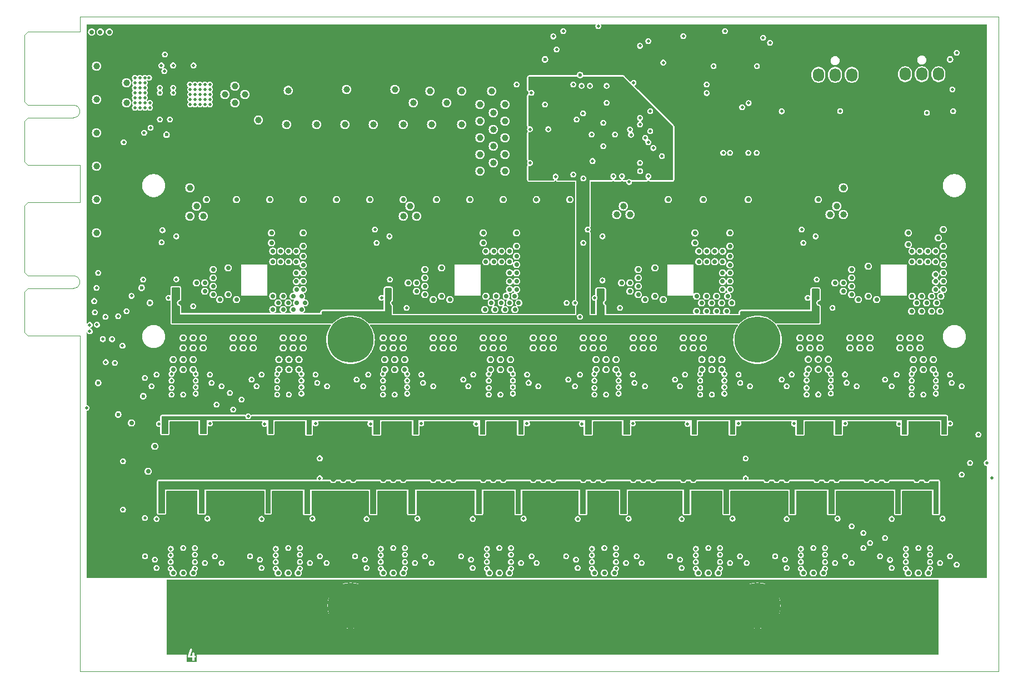
<source format=gbr>
%TF.GenerationSoftware,KiCad,Pcbnew,8.0.1*%
%TF.CreationDate,2024-04-21T01:40:19+02:00*%
%TF.ProjectId,EKO_Miner_BM1366-13xx_16-01A,454b4f5f-4d69-46e6-9572-5f424d313336,rev?*%
%TF.SameCoordinates,Original*%
%TF.FileFunction,Copper,L4,Inr*%
%TF.FilePolarity,Positive*%
%FSLAX46Y46*%
G04 Gerber Fmt 4.6, Leading zero omitted, Abs format (unit mm)*
G04 Created by KiCad (PCBNEW 8.0.1) date 2024-04-21 01:40:19*
%MOMM*%
%LPD*%
G01*
G04 APERTURE LIST*
%ADD10C,0.300000*%
%TA.AperFunction,ComponentPad*%
%ADD11C,0.499999*%
%TD*%
%TA.AperFunction,ComponentPad*%
%ADD12R,1.730000X2.030000*%
%TD*%
%TA.AperFunction,ComponentPad*%
%ADD13O,1.730000X2.030000*%
%TD*%
%TA.AperFunction,ComponentPad*%
%ADD14C,0.600000*%
%TD*%
%TA.AperFunction,ComponentPad*%
%ADD15C,0.500000*%
%TD*%
%TA.AperFunction,ComponentPad*%
%ADD16C,7.000000*%
%TD*%
%TA.AperFunction,ViaPad*%
%ADD17C,0.700000*%
%TD*%
%TA.AperFunction,ViaPad*%
%ADD18C,0.500000*%
%TD*%
%TA.AperFunction,ViaPad*%
%ADD19C,1.000000*%
%TD*%
%TA.AperFunction,ViaPad*%
%ADD20C,0.600000*%
%TD*%
%TA.AperFunction,Profile*%
%ADD21C,0.100000*%
%TD*%
G04 APERTURE END LIST*
D10*
G36*
X92578353Y-123590613D02*
G01*
X91020508Y-123590613D01*
X91020508Y-122758067D01*
X91187175Y-122758067D01*
X91188879Y-122782044D01*
X91188879Y-122806092D01*
X91190941Y-122811072D01*
X91191324Y-122816448D01*
X91202076Y-122837952D01*
X91211277Y-122860164D01*
X91215087Y-122863974D01*
X91217498Y-122868795D01*
X91235659Y-122884546D01*
X91252661Y-122901548D01*
X91257640Y-122903610D01*
X91261712Y-122907142D01*
X91284518Y-122914744D01*
X91306733Y-122923946D01*
X91314384Y-122924699D01*
X91317236Y-122925650D01*
X91321185Y-122925369D01*
X91335997Y-122926828D01*
X91902098Y-122925124D01*
X91903165Y-123306092D01*
X91925563Y-123360164D01*
X91966947Y-123401548D01*
X92021019Y-123423946D01*
X92079547Y-123423946D01*
X92133619Y-123401548D01*
X92175003Y-123360164D01*
X92197401Y-123306092D01*
X92200283Y-123276828D01*
X92199295Y-122924230D01*
X92293832Y-122923946D01*
X92347904Y-122901548D01*
X92389288Y-122860164D01*
X92411686Y-122806092D01*
X92411686Y-122747564D01*
X92389288Y-122693492D01*
X92347904Y-122652108D01*
X92293832Y-122629710D01*
X92264568Y-122626828D01*
X92198463Y-122627026D01*
X92197401Y-122247564D01*
X92175003Y-122193492D01*
X92133619Y-122152108D01*
X92079547Y-122129710D01*
X92021019Y-122129710D01*
X91966947Y-122152108D01*
X91925563Y-122193492D01*
X91903165Y-122247564D01*
X91900283Y-122276828D01*
X91901266Y-122627921D01*
X91542847Y-122628999D01*
X91841962Y-121724161D01*
X91837813Y-121665781D01*
X91811639Y-121613434D01*
X91767425Y-121575086D01*
X91711900Y-121556578D01*
X91653520Y-121560727D01*
X91601173Y-121586901D01*
X91562826Y-121631115D01*
X91550837Y-121657966D01*
X91197633Y-122726429D01*
X91188879Y-122747564D01*
X91188879Y-122752912D01*
X91187175Y-122758067D01*
X91020508Y-122758067D01*
X91020508Y-121389911D01*
X92578353Y-121389911D01*
X92578353Y-123590613D01*
G37*
D11*
%TO.N,GND*%
%TO.C,U19*%
X89630000Y-63300000D03*
X90950000Y-63300000D03*
X92270000Y-63300000D03*
X88550000Y-62000000D03*
X89630000Y-61999997D03*
X90950000Y-61999997D03*
X93350000Y-61999997D03*
X92270000Y-61999995D03*
X89630000Y-60700000D03*
X90950000Y-60700000D03*
X92270000Y-60700000D03*
%TD*%
%TO.N,GND*%
%TO.C,U21*%
X154563332Y-63300000D03*
X155883332Y-63300000D03*
X157203332Y-63300000D03*
X153483332Y-62000000D03*
X154563332Y-61999997D03*
X155883332Y-61999997D03*
X158283332Y-61999997D03*
X157203332Y-61999995D03*
X154563332Y-60700000D03*
X155883332Y-60700000D03*
X157203332Y-60700000D03*
%TD*%
D12*
%TO.N,GND*%
%TO.C,J4*%
X197950000Y-34025000D03*
D13*
%TO.N,+12V_PWR*%
X200490000Y-34025000D03*
%TO.N,/FAN/FAN1_TACH*%
X203030000Y-34025000D03*
%TO.N,/FAN/FAN1_PWM*%
X205570000Y-34025000D03*
%TD*%
D11*
%TO.N,GND*%
%TO.C,U20*%
X122096666Y-63300000D03*
X123416666Y-63300000D03*
X124736666Y-63300000D03*
X121016666Y-62000000D03*
X122096666Y-61999997D03*
X123416666Y-61999997D03*
X125816666Y-61999997D03*
X124736666Y-61999995D03*
X122096666Y-60700000D03*
X123416666Y-60700000D03*
X124736666Y-60700000D03*
%TD*%
D14*
%TO.N,GNDA*%
%TO.C,T1*%
X150950000Y-34160000D03*
%TO.N,GND*%
X150950000Y-32960000D03*
%TD*%
D15*
%TO.N,N/C*%
%TO.C,U1*%
X79650000Y-74400000D03*
X78250000Y-74400000D03*
%TD*%
D11*
%TO.N,GND*%
%TO.C,U22*%
X187030000Y-63300000D03*
X188350000Y-63300000D03*
X189670000Y-63300000D03*
X185950000Y-62000000D03*
X187030000Y-61999997D03*
X188350000Y-61999997D03*
X190750000Y-61999997D03*
X189670000Y-61999995D03*
X187030000Y-60700000D03*
X188350000Y-60700000D03*
X189670000Y-60700000D03*
%TD*%
D12*
%TO.N,GND*%
%TO.C,J3*%
X184750000Y-34125000D03*
D13*
%TO.N,+12V_PWR*%
X187290000Y-34125000D03*
%TO.N,/FAN/FAN2_TACH*%
X189830000Y-34125000D03*
%TO.N,/FAN/FAN2_PWM*%
X192370000Y-34125000D03*
%TD*%
D16*
%TO.N,VPWR_ASIC*%
%TO.C,H11*%
X178000000Y-115000000D03*
%TD*%
%TO.N,VPWR_ASIC*%
%TO.C,H7*%
X116000000Y-74500000D03*
%TD*%
%TO.N,VPWR_ASIC*%
%TO.C,H12*%
X116000000Y-115000000D03*
%TD*%
%TO.N,VPWR_ASIC*%
%TO.C,H8*%
X178000000Y-74500000D03*
%TD*%
D17*
%TO.N,GND*%
X98118000Y-93504000D03*
X187272000Y-90456000D03*
D18*
X89990000Y-68866000D03*
D17*
X172576285Y-89186000D03*
X104976000Y-99854000D03*
D19*
X122756000Y-33836000D03*
D17*
X79576000Y-94520000D03*
X164920000Y-56420000D03*
D19*
X104976000Y-104934000D03*
D17*
X168984000Y-99854000D03*
X137146666Y-99854000D03*
D18*
X110818000Y-82836000D03*
X94669973Y-82737803D03*
D17*
X206932000Y-55346000D03*
X143838000Y-95790000D03*
D19*
X124026000Y-47276000D03*
D17*
X211656000Y-61450000D03*
D19*
X80846000Y-42958000D03*
X105738000Y-47276000D03*
D18*
X152473996Y-35814004D03*
D17*
X165682000Y-55404000D03*
D19*
X155014000Y-84106000D03*
D17*
X131400000Y-55462000D03*
X176883332Y-63100000D03*
X132408000Y-56420000D03*
D18*
X118759096Y-82833000D03*
D19*
X138758000Y-104934000D03*
D17*
X196423998Y-61558000D03*
D18*
X207738857Y-78900000D03*
D17*
X162126000Y-95790000D03*
X145162000Y-55600000D03*
D18*
X195146000Y-44482000D03*
D17*
X122719714Y-89186000D03*
D18*
X153236000Y-55912000D03*
D17*
X88974000Y-99854000D03*
D19*
X137234000Y-84106000D03*
D17*
X104976000Y-89186000D03*
X120978000Y-98330000D03*
X151458000Y-95790000D03*
D18*
X191156956Y-82848868D03*
X81358763Y-77918618D03*
D17*
X154506000Y-95790000D03*
D18*
X155939332Y-68866000D03*
D19*
X82624000Y-30258000D03*
D17*
X171052285Y-89186000D03*
D19*
X185748000Y-87408000D03*
X120978000Y-104934000D03*
X80846000Y-32798000D03*
D18*
X94447666Y-106207000D03*
D17*
X92022000Y-99854000D03*
X116406000Y-92742000D03*
X164920000Y-60484000D03*
X122502000Y-99854000D03*
D19*
X108278000Y-87408000D03*
D17*
X92022000Y-90710000D03*
X209350000Y-66300000D03*
X137234000Y-98330000D03*
D18*
X126451666Y-106207000D03*
X150983487Y-82833000D03*
D19*
X168984000Y-101632000D03*
X140282000Y-87408000D03*
D17*
X88974000Y-90710000D03*
X97404000Y-55404000D03*
X196424000Y-55462000D03*
D18*
X82150000Y-46220000D03*
D17*
X98118000Y-95028000D03*
X107262000Y-95028000D03*
X146886000Y-64650000D03*
X90498000Y-89186000D03*
X168222000Y-92742000D03*
D19*
X108350000Y-46300000D03*
D17*
X106500000Y-98330000D03*
D18*
X197686004Y-41211996D03*
D17*
X185747475Y-89166000D03*
D19*
X95578000Y-47276000D03*
D17*
X186510000Y-99854000D03*
X114374000Y-58198000D03*
X93546000Y-93504000D03*
D18*
X150751071Y-106303000D03*
D17*
X137742000Y-92742000D03*
X144416666Y-66300000D03*
D19*
X188796000Y-84106000D03*
X154760000Y-104934000D03*
D17*
X133170000Y-61658000D03*
X204798000Y-90456000D03*
D18*
X190459666Y-106207000D03*
D17*
X156284000Y-98330000D03*
X124026000Y-92742000D03*
D19*
X153490000Y-87408000D03*
D17*
X162428000Y-55404000D03*
X111950000Y-63100000D03*
D18*
X182045142Y-110140000D03*
D17*
X194940000Y-55404000D03*
D18*
X122456666Y-68866000D03*
D17*
X152982000Y-95790000D03*
D18*
X77544000Y-85884000D03*
D17*
X176883332Y-66300000D03*
D18*
X86533223Y-82833000D03*
D19*
X153490000Y-84106000D03*
X115390000Y-31782000D03*
D17*
X172032000Y-99854000D03*
X131646000Y-95790000D03*
X124280000Y-90710000D03*
X128598000Y-92742000D03*
D18*
X76782000Y-75724000D03*
D17*
X155014000Y-90710000D03*
X92022000Y-89186000D03*
X163142000Y-60484000D03*
X79576000Y-87916000D03*
D19*
X88974000Y-104934000D03*
X122502000Y-104934000D03*
X171016000Y-84106000D03*
X126312000Y-48060000D03*
D17*
X128852000Y-60484000D03*
X114350000Y-67900000D03*
X128598000Y-95790000D03*
D19*
X103198000Y-47276000D03*
D17*
X203932000Y-55346000D03*
D18*
X207211137Y-82842000D03*
X134871413Y-82753043D03*
D19*
X103198000Y-44228000D03*
X106500000Y-104934000D03*
X92022000Y-104934000D03*
D17*
X162388000Y-61658000D03*
D19*
X88974000Y-84106000D03*
D17*
X198194000Y-61658000D03*
X182446000Y-95790000D03*
X103650000Y-55600000D03*
X116406000Y-95790000D03*
X142162000Y-55600000D03*
X211656000Y-64650000D03*
D19*
X105738000Y-44228000D03*
D18*
X198621524Y-106198000D03*
D19*
X79068000Y-35338000D03*
X98118000Y-44228000D03*
D17*
X120978000Y-99854000D03*
X187018000Y-95790000D03*
D18*
X154923332Y-68866000D03*
D17*
X197432000Y-56420000D03*
D18*
X208385996Y-44989996D03*
D17*
X153490000Y-90710000D03*
D18*
X180687500Y-41582500D03*
X91514000Y-48800000D03*
X209088000Y-41688000D03*
D19*
X201750000Y-84106000D03*
D17*
X209350000Y-63100000D03*
X144416666Y-59800000D03*
D19*
X90498000Y-104934000D03*
D17*
X114350000Y-61500000D03*
X188796000Y-90456000D03*
D18*
X206461666Y-106207000D03*
D17*
X194638000Y-95790000D03*
D19*
X98118000Y-47276000D03*
D17*
X168984000Y-98330000D03*
X146886000Y-61450000D03*
D19*
X204798000Y-87408000D03*
X80846000Y-53118000D03*
X204036000Y-101632000D03*
X203274000Y-84106000D03*
D18*
X171778000Y-46006000D03*
D17*
X88974000Y-98330000D03*
D19*
X124280000Y-87408000D03*
D17*
X140282000Y-90710000D03*
X90498000Y-99854000D03*
X171016000Y-90710000D03*
D18*
X118037142Y-110140000D03*
D19*
X153236000Y-104934000D03*
D17*
X138830571Y-89186000D03*
D18*
X188406000Y-68866000D03*
D17*
X92022000Y-93504000D03*
X204036000Y-99854000D03*
X161364000Y-56420000D03*
D19*
X137234000Y-101632000D03*
D17*
X162126000Y-92742000D03*
X180922000Y-95790000D03*
D18*
X83386000Y-42958000D03*
D19*
X186510000Y-104934000D03*
D18*
X150950000Y-71002000D03*
X174937766Y-82868868D03*
D17*
X98887998Y-61558000D03*
X146910000Y-55608000D03*
D19*
X172032000Y-104934000D03*
D18*
X76744000Y-83090000D03*
D17*
X136218000Y-95790000D03*
D19*
X200988000Y-104934000D03*
X106500000Y-84106000D03*
X115136000Y-47276000D03*
D17*
X99642000Y-93504000D03*
D19*
X156284000Y-101632000D03*
D18*
X86612519Y-106171132D03*
D19*
X121232000Y-84106000D03*
X122756000Y-84106000D03*
X117350000Y-46300000D03*
D18*
X175588000Y-46006000D03*
D17*
X204036000Y-98330000D03*
X197686000Y-95790000D03*
D18*
X158624851Y-106207000D03*
D17*
X163912000Y-55462000D03*
X92022000Y-95028000D03*
X197686000Y-92742000D03*
X209350000Y-59800000D03*
D19*
X172032000Y-101632000D03*
D17*
X184986000Y-99854000D03*
X140354571Y-89186000D03*
D18*
X159406286Y-78900000D03*
D17*
X99896000Y-60484000D03*
X193876000Y-58198000D03*
X180922000Y-92742000D03*
D19*
X184986000Y-101632000D03*
D18*
X174457666Y-106207000D03*
X87750000Y-46120000D03*
D17*
X108024000Y-89186000D03*
X139162000Y-55600000D03*
X92022000Y-98330000D03*
X106500000Y-89186000D03*
X156538000Y-90710000D03*
X90498000Y-93504000D03*
D19*
X168984000Y-104934000D03*
D17*
X154760000Y-98330000D03*
X163911998Y-61558000D03*
D19*
X184986000Y-104934000D03*
D17*
X168674000Y-55346000D03*
X166698000Y-92742000D03*
X179398000Y-67850000D03*
X106500000Y-99854000D03*
X122502000Y-95790000D03*
D19*
X137488000Y-32798000D03*
X79068000Y-40418000D03*
D17*
X133170000Y-55404000D03*
D18*
X198047142Y-110140000D03*
D19*
X113104000Y-48100000D03*
D17*
X193876000Y-60484000D03*
X79576000Y-100870000D03*
X90498000Y-98330000D03*
X124026000Y-99854000D03*
D19*
X76274000Y-63024000D03*
D17*
X187271475Y-89166000D03*
D19*
X104976000Y-101632000D03*
D17*
X90498000Y-90710000D03*
X111950000Y-59800000D03*
D19*
X113104000Y-46300000D03*
D18*
X82097655Y-76747655D03*
D19*
X156538000Y-87408000D03*
D18*
X91006000Y-68866000D03*
D17*
X171674000Y-55346000D03*
D19*
X106500000Y-33836000D03*
D18*
X151203996Y-35814004D03*
D17*
X179422000Y-58148000D03*
X128852000Y-56420000D03*
D19*
X130630000Y-31782000D03*
X170508000Y-104934000D03*
X130630000Y-48060000D03*
X92022000Y-84106000D03*
D17*
X111950000Y-66300000D03*
X146886000Y-67850000D03*
D19*
X124280000Y-84106000D03*
D17*
X188542000Y-95790000D03*
D18*
X169714004Y-31782004D03*
D17*
X113358000Y-92742000D03*
X136162000Y-55600000D03*
X153148666Y-99854000D03*
X203274000Y-90456000D03*
X194900000Y-61658000D03*
X211656000Y-55404000D03*
D19*
X137234000Y-104934000D03*
D18*
X123472666Y-68866000D03*
D17*
X121195714Y-89186000D03*
D19*
X93038000Y-44228000D03*
D17*
X179398000Y-92742000D03*
X139266000Y-95790000D03*
X120978000Y-95790000D03*
X138758000Y-98330000D03*
D18*
X150207808Y-110140000D03*
X142656142Y-106303000D03*
D17*
X190066000Y-92742000D03*
X143838000Y-92742000D03*
X132408000Y-60484000D03*
X100658000Y-61658000D03*
X114374000Y-55658000D03*
X170508000Y-99854000D03*
D18*
X85418000Y-31062000D03*
D17*
X201749999Y-89186000D03*
D18*
X187272004Y-42735996D03*
D17*
X139266000Y-92742000D03*
X114882000Y-92742000D03*
X104976000Y-98330000D03*
X107262000Y-93504000D03*
D18*
X85164000Y-97568000D03*
D17*
X201750000Y-90456000D03*
X124026000Y-98330000D03*
D18*
X134205808Y-110140000D03*
X171314000Y-39700000D03*
D17*
X172032000Y-98330000D03*
D18*
X170282000Y-34322000D03*
D19*
X122756000Y-31782000D03*
D17*
X96340000Y-60484000D03*
D19*
X95578000Y-44228000D03*
X140282000Y-101632000D03*
D17*
X159078000Y-95790000D03*
X93546000Y-95028000D03*
D18*
X134749071Y-106303000D03*
D17*
X169528285Y-89186000D03*
X100658000Y-55404000D03*
D19*
X204036000Y-104934000D03*
D17*
X172540000Y-90710000D03*
X188542000Y-92742000D03*
X151458000Y-92742000D03*
X179398000Y-61450000D03*
D18*
X88150000Y-56166000D03*
D17*
X130122000Y-92742000D03*
D18*
X80150000Y-77000000D03*
D17*
X209932000Y-55346000D03*
D18*
X209878000Y-30530000D03*
D19*
X188034000Y-104934000D03*
X121994000Y-48060000D03*
D17*
X174674000Y-55346000D03*
D19*
X128598000Y-47276000D03*
D17*
X177674000Y-55346000D03*
D18*
X110449666Y-106303000D03*
D17*
X124026000Y-95790000D03*
X154941428Y-89186000D03*
D18*
X86180000Y-31062000D03*
D19*
X139520000Y-31782000D03*
D17*
X98118000Y-60484000D03*
X203782000Y-95790000D03*
D18*
X158826909Y-82868868D03*
D17*
X108024000Y-98330000D03*
D18*
X167206000Y-49562000D03*
D17*
X108024000Y-99854000D03*
X130630000Y-56420000D03*
X211656000Y-67850000D03*
D18*
X199324333Y-82833000D03*
D19*
X125550000Y-31782000D03*
D17*
X195654000Y-58198000D03*
X128852000Y-58198000D03*
X98118000Y-56420000D03*
X145362000Y-92742000D03*
D19*
X88974000Y-101632000D03*
D18*
X120724000Y-55912000D03*
D17*
X76528000Y-94520000D03*
D18*
X142568000Y-33814000D03*
D17*
X137306571Y-89186000D03*
D19*
X126312000Y-46260000D03*
D17*
X140282000Y-98330000D03*
X200932000Y-55346000D03*
X130630000Y-58198000D03*
X114882000Y-95790000D03*
D19*
X93038000Y-47276000D03*
D17*
X88974000Y-89186000D03*
X105738000Y-93504000D03*
D19*
X140282000Y-104934000D03*
D17*
X90498000Y-95028000D03*
X145362000Y-95790000D03*
X98118000Y-58198000D03*
D18*
X82097655Y-72152345D03*
D17*
X146886000Y-92742000D03*
D19*
X202512000Y-104934000D03*
D17*
X165682000Y-61658000D03*
X188034000Y-99854000D03*
X129876000Y-61658000D03*
X161364000Y-58198000D03*
X200988000Y-99854000D03*
D19*
X156538000Y-84106000D03*
D18*
X184478004Y-40703996D03*
D17*
X104976000Y-90710000D03*
X152982000Y-92742000D03*
X121232000Y-90710000D03*
X179398000Y-55404000D03*
X188034000Y-98330000D03*
X188795475Y-89166000D03*
X130122000Y-95790000D03*
X166698000Y-95790000D03*
D19*
X108350000Y-48100000D03*
D17*
X195654000Y-56420000D03*
D19*
X120978000Y-101886000D03*
D18*
X166610698Y-106394500D03*
D19*
X137234000Y-87408000D03*
D17*
X202512000Y-98330000D03*
X138758000Y-90710000D03*
X203273999Y-89186000D03*
D19*
X156284000Y-104934000D03*
X188796000Y-87408000D03*
D17*
X156196666Y-99854000D03*
X105738000Y-95028000D03*
X193876000Y-56420000D03*
X184986000Y-98330000D03*
X156465428Y-89186000D03*
X202258000Y-92742000D03*
X101166000Y-95028000D03*
D19*
X130630000Y-46260000D03*
X90498000Y-84106000D03*
D17*
X106650000Y-55600000D03*
X146886000Y-95790000D03*
X163142000Y-56420000D03*
X159078000Y-92742000D03*
D18*
X182639446Y-106303000D03*
D19*
X188034000Y-101632000D03*
D17*
X140194666Y-99854000D03*
D18*
X86033142Y-110140000D03*
D17*
X168222000Y-95790000D03*
D19*
X172540000Y-84106000D03*
D17*
X96340000Y-56420000D03*
X122502000Y-98330000D03*
D18*
X77544004Y-104203996D03*
D19*
X92022000Y-101632000D03*
D17*
X154506000Y-92742000D03*
X190066000Y-95790000D03*
X203782000Y-92742000D03*
X120978000Y-92742000D03*
X99642000Y-95028000D03*
X144416666Y-63100000D03*
X197432000Y-60484000D03*
D19*
X106500000Y-31782000D03*
X97864000Y-32798000D03*
X104976000Y-84106000D03*
D17*
X137234000Y-90710000D03*
D18*
X102035142Y-110140000D03*
D17*
X160602000Y-92742000D03*
D19*
X172540000Y-87408000D03*
D17*
X200988000Y-98330000D03*
D19*
X108278000Y-84106000D03*
D18*
X200480004Y-42735996D03*
D17*
X179398000Y-64650000D03*
D19*
X187272000Y-84106000D03*
X135202000Y-31782000D03*
D18*
X86942000Y-34322000D03*
D17*
X106500000Y-90710000D03*
D19*
X153236000Y-101632000D03*
X121994000Y-46260000D03*
X92022000Y-87408000D03*
D17*
X182446000Y-92742000D03*
X124243714Y-89186000D03*
X99896000Y-56420000D03*
D18*
X85164000Y-92488000D03*
D19*
X140282000Y-84106000D03*
X108024000Y-104934000D03*
D18*
X79950000Y-72100000D03*
D17*
X187018000Y-92742000D03*
X160602000Y-95790000D03*
D18*
X165682000Y-31782000D03*
X195146000Y-49562000D03*
D17*
X211680000Y-58148000D03*
X161364000Y-60484000D03*
X122756000Y-90710000D03*
D19*
X169492000Y-87408000D03*
D18*
X176064004Y-31782004D03*
D19*
X185748000Y-84106000D03*
D17*
X129916000Y-55404000D03*
D18*
X94308000Y-33814000D03*
D17*
X185748000Y-90456000D03*
X130630000Y-60484000D03*
X186510000Y-98330000D03*
D19*
X115390000Y-33836000D03*
D17*
X204797999Y-89186000D03*
X114350000Y-64700000D03*
D19*
X121232000Y-87408000D03*
D17*
X198194000Y-55404000D03*
D18*
X173838000Y-33814000D03*
X195146000Y-33814000D03*
X167094913Y-82833000D03*
X187390000Y-68866000D03*
D19*
X80846000Y-58198000D03*
X117350000Y-48100000D03*
D17*
X97364000Y-61658000D03*
X131399998Y-61558000D03*
X112650000Y-55600000D03*
X109650000Y-55600000D03*
D19*
X108024000Y-101632000D03*
X124026000Y-104934000D03*
D17*
X196162000Y-95790000D03*
D19*
X100658000Y-44228000D03*
D17*
X195654000Y-60484000D03*
X170508000Y-98330000D03*
D19*
X110818000Y-47276000D03*
D18*
X143089151Y-82737000D03*
D17*
X169492000Y-90710000D03*
X122502000Y-92742000D03*
D18*
X166043142Y-110140000D03*
X118582877Y-106303000D03*
D17*
X176883332Y-59800000D03*
D19*
X128090000Y-32798000D03*
D17*
X113358000Y-95790000D03*
X202258000Y-95790000D03*
X153236000Y-98330000D03*
X101166000Y-93504000D03*
X163142000Y-58198000D03*
D19*
X169492000Y-84106000D03*
D17*
X154672666Y-99854000D03*
D18*
X102653541Y-82775190D03*
D17*
X196162000Y-92742000D03*
D18*
X163650000Y-37652000D03*
D17*
X202512000Y-99854000D03*
D19*
X79068000Y-45498000D03*
X104976000Y-87408000D03*
D17*
X96340000Y-58198000D03*
X194638000Y-92742000D03*
D18*
X185550000Y-55968000D03*
D17*
X138670666Y-99854000D03*
D19*
X100658000Y-47276000D03*
D17*
X179398000Y-95790000D03*
X136218000Y-92742000D03*
D19*
X200988000Y-101632000D03*
X132916000Y-32798000D03*
D18*
X183323433Y-82813000D03*
D19*
X119454000Y-47276000D03*
X79068000Y-30258000D03*
D17*
X131646000Y-92742000D03*
D19*
X204798000Y-84106000D03*
D18*
X127074000Y-82842000D03*
D17*
X146910000Y-58148000D03*
D19*
X124026000Y-101886000D03*
X201750000Y-87408000D03*
D17*
X108024000Y-90710000D03*
D18*
X102580877Y-106303000D03*
D17*
X137742000Y-95790000D03*
X153417428Y-89186000D03*
D19*
X88974000Y-87408000D03*
D17*
X98888000Y-55462000D03*
D19*
X138758000Y-84106000D03*
D18*
%TO.N,+12V_PWR*%
X84656000Y-35338000D03*
X83894000Y-39148000D03*
X84656000Y-38386000D03*
D19*
X77290000Y-42958000D03*
D18*
X83132000Y-37624000D03*
X83132000Y-35338000D03*
D19*
X81862000Y-38386000D03*
X77290000Y-32798000D03*
D17*
X76550000Y-27600000D03*
D18*
X86942000Y-36862000D03*
X83131998Y-38386000D03*
X83894000Y-36862000D03*
D19*
X77290000Y-37878000D03*
D18*
X84656000Y-36100000D03*
D17*
X79250000Y-27600000D03*
D19*
X77290000Y-58198000D03*
D18*
X84656000Y-39148000D03*
X85418000Y-38386000D03*
X83894000Y-34576000D03*
X83894000Y-35338000D03*
D19*
X77290000Y-48038000D03*
D18*
X83894000Y-38386000D03*
X83132000Y-36100000D03*
X83132000Y-34576000D03*
X83132000Y-39148000D03*
X83894000Y-37624000D03*
D17*
X77850000Y-27600000D03*
D18*
X83894000Y-36100000D03*
X83132000Y-36862000D03*
X85296001Y-34576000D03*
X84656000Y-34576000D03*
X84656000Y-36862000D03*
X84656000Y-37624000D03*
X86942000Y-36100000D03*
X85418000Y-39148000D03*
D19*
X77290000Y-53118000D03*
X81862000Y-35338000D03*
D18*
%TO.N,/DB_SCL*%
X173048000Y-27464000D03*
X170254000Y-35592000D03*
X84550000Y-42958000D03*
X148410000Y-27464000D03*
X87170000Y-32700000D03*
X176648010Y-38430010D03*
X76950000Y-68600000D03*
%TO.N,/DB_SDA*%
X166698000Y-28226000D03*
X88970000Y-32700000D03*
X146886000Y-28268000D03*
X175671004Y-39064996D03*
X85532998Y-42195988D03*
X77036000Y-70300000D03*
X170254000Y-36905000D03*
%TO.N,/ID0*%
X178850000Y-28480000D03*
X76247357Y-72225000D03*
X161364000Y-28988000D03*
X86942000Y-40926000D03*
%TO.N,/DB_TX*%
X78650000Y-71000000D03*
%TO.N,/ID1*%
X81862000Y-70136000D03*
X160094000Y-29708000D03*
X76256918Y-73192968D03*
X88466000Y-40926000D03*
X179906000Y-29242000D03*
D20*
%TO.N,/DB_PGOOD*%
X145616000Y-31782000D03*
X207338000Y-31782000D03*
D18*
X84402000Y-65310000D03*
%TO.N,+5V_PSU*%
X81322004Y-92996004D03*
X75766000Y-84868000D03*
X92022000Y-69374000D03*
D20*
X84147988Y-66580000D03*
D18*
X124534000Y-69628010D03*
X157046000Y-69628000D03*
X77290000Y-66580000D03*
X81322004Y-100362004D03*
X189422000Y-69628000D03*
%TO.N,+5V_STDBY*%
X81430000Y-44400000D03*
X153743996Y-26702000D03*
X77544000Y-64294000D03*
%TO.N,+3.3V_DB*%
X207699000Y-36354000D03*
X181687500Y-39682500D03*
X80592000Y-70900000D03*
X163650000Y-32262000D03*
X203810000Y-39910000D03*
X190602000Y-39656000D03*
D20*
X87958000Y-43251858D03*
D18*
X87704000Y-31020000D03*
X171301996Y-32797996D03*
X87625570Y-33560000D03*
X207818000Y-39656000D03*
X177905996Y-32797996D03*
%TO.N,+1.8V*%
X103810863Y-88399994D03*
X103398000Y-100640000D03*
X109297994Y-100640006D03*
D17*
X82624000Y-87154000D03*
D18*
X81250000Y-75400000D03*
X183408000Y-100640000D03*
X125821714Y-88400000D03*
X119400000Y-100640000D03*
X167406000Y-100640000D03*
X199410000Y-100640000D03*
X152143434Y-88399994D03*
X184473481Y-88379994D03*
X93295994Y-100640006D03*
X189307994Y-100640006D03*
X119921720Y-88399994D03*
X173305994Y-100640006D03*
X158043428Y-88400000D03*
X84656000Y-101632000D03*
X87396000Y-100640000D03*
X200476005Y-88399994D03*
X141468660Y-100640006D03*
X93600000Y-88400000D03*
X135568666Y-100640000D03*
D17*
X86180000Y-90710000D03*
D18*
X87700006Y-88399994D03*
X190373475Y-88380000D03*
X136032577Y-88399994D03*
X151570666Y-100640000D03*
D20*
X77544000Y-81058000D03*
D18*
X174154285Y-88400000D03*
X109710857Y-88400000D03*
X157470660Y-100640006D03*
X141932571Y-88400000D03*
X168254291Y-88399994D03*
X206375999Y-88400000D03*
X125299994Y-100640006D03*
X205309994Y-100640006D03*
%TO.N,+0.8V*%
X191323475Y-87230000D03*
X166456000Y-101790000D03*
X158993428Y-87250000D03*
X118450000Y-101790000D03*
X183573475Y-87280000D03*
X126771714Y-87250000D03*
X135132571Y-87300000D03*
X110660857Y-87250000D03*
X94196000Y-101740000D03*
X102910857Y-87300000D03*
X198460000Y-101790000D03*
X190208000Y-101740000D03*
X119021714Y-87300000D03*
X174206000Y-101740000D03*
X175104285Y-87250000D03*
X142882571Y-87250000D03*
X206210000Y-101740000D03*
X182458000Y-101790000D03*
X86800000Y-87300000D03*
X207325999Y-87250000D03*
X150620666Y-101790000D03*
D17*
X85164000Y-94520000D03*
D18*
X110198000Y-101740000D03*
X102448000Y-101790000D03*
X167354285Y-87300000D03*
X142368666Y-101740000D03*
X86446000Y-101790000D03*
X158370666Y-101740000D03*
X199575999Y-87300000D03*
X134618666Y-101790000D03*
X151243428Y-87300000D03*
X94550000Y-87250000D03*
X126200000Y-101740000D03*
%TO.N,/ASICs/ASICs_BM1366_1/BM1366-6/VDD3_0*%
X182446000Y-81566000D03*
%TO.N,/ASICs/ASICs_BM1366_1/BM1366-6/VDD2_0*%
X181684000Y-80550000D03*
%TO.N,/ASICs/ASICs_BM1366_1/BM1366-6/VDD1_0*%
X183208000Y-79768000D03*
%TO.N,VPWR_ASIC*%
X108278000Y-106204000D03*
D17*
X205150000Y-66834000D03*
X205150000Y-65600000D03*
D18*
X156843428Y-81700000D03*
D17*
X136616666Y-61000000D03*
X109040000Y-68866000D03*
D18*
X108278000Y-107220000D03*
D17*
X107262000Y-114840000D03*
X139016666Y-61000000D03*
X98118000Y-116364000D03*
X185747475Y-79006000D03*
X120978000Y-114840000D03*
D18*
X90498000Y-82836000D03*
X152770666Y-109340000D03*
D17*
X122719714Y-77502000D03*
X105738000Y-116364000D03*
D18*
X172286000Y-107220000D03*
X169274285Y-79700000D03*
D17*
X184478000Y-75724000D03*
X98118000Y-114840000D03*
X151458000Y-74200000D03*
X106608857Y-77502000D03*
D18*
X124621714Y-82700000D03*
D17*
X188034000Y-111538000D03*
D18*
X168606000Y-107340000D03*
D17*
X136218000Y-75724000D03*
X159078000Y-74200000D03*
X203273999Y-79026000D03*
X107750000Y-64294000D03*
X192098000Y-116364000D03*
X141298000Y-61754000D03*
X106500000Y-111538000D03*
X141298000Y-66834000D03*
X136616666Y-62600000D03*
X188795475Y-77482000D03*
X195146000Y-74200000D03*
X192098000Y-114840000D03*
D18*
X124280000Y-106204000D03*
D17*
X131646000Y-74200000D03*
X154941428Y-79026000D03*
X124026000Y-110014000D03*
X156196666Y-110014000D03*
X108786000Y-63100000D03*
D18*
X172954285Y-79700000D03*
D17*
X141298000Y-63024000D03*
X202512000Y-111538000D03*
X169083332Y-61000000D03*
X108786000Y-65564000D03*
X204036000Y-110014000D03*
D18*
X156450666Y-107220000D03*
X156843428Y-82700000D03*
X172286000Y-106204000D03*
D17*
X122502000Y-110014000D03*
X206322000Y-60230000D03*
X169492000Y-116364000D03*
D18*
X156450666Y-108340000D03*
D17*
X101166000Y-74200000D03*
D18*
X156450666Y-109340000D03*
X136768666Y-107340000D03*
D17*
X104976000Y-110014000D03*
X90498000Y-110014000D03*
X146886000Y-74200000D03*
X92022000Y-77502000D03*
X140236666Y-68866000D03*
D18*
X140732571Y-80700000D03*
X104830857Y-79700000D03*
D17*
X174083332Y-68866000D03*
X108786000Y-114840000D03*
X139266000Y-114840000D03*
X187526000Y-74200000D03*
X90498000Y-74200000D03*
D18*
X188288000Y-108340000D03*
D17*
X201749999Y-77502000D03*
X186002000Y-114840000D03*
X143838000Y-74200000D03*
X200988000Y-110014000D03*
X98118000Y-75724000D03*
D18*
X137052571Y-82836000D03*
D17*
X203273999Y-77502000D03*
X206322000Y-61754000D03*
X137146666Y-110014000D03*
X106550000Y-62600000D03*
X152982000Y-74200000D03*
D18*
X205175999Y-80700000D03*
D17*
X92022000Y-75724000D03*
X186002000Y-74200000D03*
D18*
X104830857Y-80700000D03*
D17*
X162126000Y-114840000D03*
D18*
X184608000Y-106340000D03*
X136768666Y-109340000D03*
D17*
X138830571Y-77502000D03*
D18*
X205175999Y-79700000D03*
D17*
X139266000Y-75724000D03*
X160602000Y-114840000D03*
X156465428Y-79026000D03*
X168222000Y-74200000D03*
X159078000Y-75724000D03*
D18*
X120941714Y-82836000D03*
D17*
X170254000Y-67850000D03*
X186510000Y-110014000D03*
X93546000Y-116364000D03*
X108132857Y-77502000D03*
X131646000Y-75724000D03*
X187271475Y-79006000D03*
X173810000Y-64294000D03*
D18*
X120600000Y-109340000D03*
D17*
X184478000Y-114840000D03*
D18*
X189173475Y-80680000D03*
D17*
X107750000Y-65600000D03*
X105084857Y-79026000D03*
D18*
X104598000Y-109340000D03*
D17*
X104150000Y-67850000D03*
X193622000Y-75724000D03*
X202512000Y-110014000D03*
X131646000Y-116364000D03*
X104976000Y-111538000D03*
X187526000Y-116364000D03*
X107262000Y-67850000D03*
D18*
X88720000Y-80700000D03*
D17*
X162126000Y-75724000D03*
X171052285Y-77502000D03*
D18*
X140448666Y-109340000D03*
D17*
X203950000Y-62600000D03*
X201496000Y-70136000D03*
D18*
X140732571Y-82700000D03*
X104830857Y-81820000D03*
D17*
X108786000Y-61754000D03*
D18*
X124621714Y-80700000D03*
D17*
X141616666Y-68866000D03*
D18*
X186510000Y-106204000D03*
D17*
X88974000Y-79026000D03*
X172683332Y-66834000D03*
D18*
X108510857Y-82700000D03*
D17*
X137742000Y-74200000D03*
D18*
X137052571Y-80700000D03*
X124280000Y-107220000D03*
D17*
X169083332Y-62600000D03*
X107750000Y-62600000D03*
D18*
X136768666Y-106340000D03*
D17*
X170283332Y-61000000D03*
X202766000Y-75724000D03*
X137816666Y-61000000D03*
X154672666Y-111538000D03*
X105738000Y-75724000D03*
X105350000Y-62600000D03*
D18*
X204290000Y-108340000D03*
D17*
X92022000Y-79026000D03*
X173810000Y-63100000D03*
D18*
X92276000Y-107220000D03*
D17*
X90498000Y-114840000D03*
D18*
X88720000Y-79700000D03*
D17*
X88974000Y-111538000D03*
D18*
X136768666Y-108340000D03*
X104830857Y-82836000D03*
X202512000Y-106204000D03*
D17*
X137442666Y-68866000D03*
X101166000Y-75724000D03*
X172576285Y-79026000D03*
X170283332Y-62600000D03*
X187271475Y-77482000D03*
D18*
X189173475Y-82680000D03*
D17*
X108532000Y-67850000D03*
X169746000Y-75724000D03*
D18*
X106608857Y-82836000D03*
D17*
X168984000Y-110014000D03*
D18*
X200610000Y-106340000D03*
X172954285Y-80700000D03*
D17*
X206322000Y-66834000D03*
X169492000Y-68866000D03*
X107750000Y-61000000D03*
X172683332Y-61000000D03*
D18*
X140732571Y-81700000D03*
D17*
X172032000Y-110014000D03*
D18*
X124280000Y-109340000D03*
D17*
X107770000Y-66834000D03*
D18*
X137052571Y-79700000D03*
D17*
X106608857Y-79026000D03*
X106500000Y-68866000D03*
X137306571Y-79026000D03*
X137742000Y-114840000D03*
D18*
X169274285Y-80700000D03*
X187271475Y-82816000D03*
X153163428Y-81820000D03*
X168606000Y-106340000D03*
D17*
X124243714Y-79026000D03*
X201242000Y-75724000D03*
D18*
X120941714Y-79700000D03*
D17*
X202766000Y-74200000D03*
X154941428Y-77502000D03*
X108786000Y-66834000D03*
X202766000Y-114840000D03*
X99642000Y-75724000D03*
X171778000Y-70136000D03*
X173810000Y-60230000D03*
D18*
X169274285Y-81820000D03*
D17*
X187526000Y-75724000D03*
X121195714Y-79026000D03*
X201550000Y-67850000D03*
D18*
X140448666Y-108340000D03*
D17*
X187526000Y-114840000D03*
D18*
X185493475Y-80680000D03*
X169274285Y-82836000D03*
X200610000Y-108340000D03*
D17*
X136218000Y-58200000D03*
X170508000Y-111538000D03*
X160602000Y-74200000D03*
X173810000Y-61754000D03*
X124026000Y-75724000D03*
X124026000Y-111538000D03*
D18*
X108278000Y-109340000D03*
D17*
X121195714Y-77502000D03*
X201550000Y-61000000D03*
X128598000Y-116364000D03*
D18*
X88596000Y-109340000D03*
D17*
X205150000Y-62600000D03*
X124243714Y-77502000D03*
X203020000Y-70136000D03*
X204036000Y-111538000D03*
X201242000Y-114840000D03*
D18*
X120941714Y-81820000D03*
X188288000Y-109340000D03*
X153163428Y-80700000D03*
X92400000Y-79700000D03*
X188288000Y-107220000D03*
D17*
X93546000Y-74200000D03*
X105350000Y-61000000D03*
X120978000Y-111538000D03*
X172540000Y-68866000D03*
X108786000Y-58198000D03*
D18*
X124621714Y-79700000D03*
D17*
X108532000Y-69882000D03*
D18*
X140732571Y-79700000D03*
D17*
X153417428Y-79026000D03*
X138204666Y-67850000D03*
X124026000Y-116364000D03*
X169528285Y-77502000D03*
D18*
X88720000Y-82836000D03*
D17*
X143838000Y-116364000D03*
X90498000Y-79026000D03*
D18*
X104598000Y-106340000D03*
D17*
X168222000Y-75724000D03*
X108786000Y-74200000D03*
D18*
X92276000Y-106204000D03*
D17*
X136616666Y-67850000D03*
X170508000Y-110014000D03*
X137996000Y-69882000D03*
D18*
X154672666Y-106204000D03*
D17*
X201550000Y-62600000D03*
X140354571Y-79026000D03*
X107262000Y-74200000D03*
X92022000Y-114840000D03*
X140216666Y-61000000D03*
D18*
X152770666Y-108340000D03*
D17*
X108786000Y-60230000D03*
X143838000Y-114840000D03*
X169746000Y-74200000D03*
X108024000Y-111538000D03*
X159078000Y-116364000D03*
D18*
X138670666Y-106204000D03*
D17*
X105738000Y-67850000D03*
X202750000Y-61000000D03*
X98118000Y-74200000D03*
D18*
X201495999Y-80700000D03*
D17*
X128598000Y-74200000D03*
X160602000Y-75724000D03*
D18*
X201495999Y-79700000D03*
D17*
X186510000Y-111538000D03*
X192098000Y-74200000D03*
X139266000Y-116364000D03*
X195146000Y-116364000D03*
X154506000Y-74200000D03*
X145362000Y-114840000D03*
X188034000Y-110014000D03*
D18*
X201495999Y-81820000D03*
D17*
X202766000Y-116364000D03*
X173465332Y-67850000D03*
X145362000Y-75724000D03*
X136218000Y-114840000D03*
X173302000Y-70136000D03*
D18*
X120941714Y-80700000D03*
D17*
X171016000Y-68866000D03*
X195146000Y-75724000D03*
D18*
X204290000Y-109340000D03*
D17*
X168476000Y-59722000D03*
X103960000Y-59722000D03*
X199718000Y-114840000D03*
X92022000Y-111538000D03*
X140216666Y-65600000D03*
X101166000Y-116364000D03*
X205932000Y-67850000D03*
X156465428Y-77502000D03*
X92022000Y-74200000D03*
X145362000Y-116364000D03*
D18*
X168606000Y-109340000D03*
D17*
X168730000Y-67850000D03*
X137742000Y-75724000D03*
X205560000Y-58960000D03*
X166444000Y-114840000D03*
X171052285Y-79026000D03*
D18*
X92400000Y-81700000D03*
D17*
X137742000Y-116364000D03*
X140354571Y-77502000D03*
X192098000Y-75724000D03*
D18*
X104598000Y-108340000D03*
D17*
X186002000Y-116364000D03*
D18*
X156843428Y-80700000D03*
D17*
X140216666Y-62600000D03*
X93546000Y-114840000D03*
X140194666Y-110014000D03*
X173810000Y-58198000D03*
X120978000Y-110014000D03*
X204797999Y-77502000D03*
D18*
X120600000Y-108340000D03*
D17*
X141298000Y-64294000D03*
X202750000Y-62600000D03*
X206322000Y-57690000D03*
D18*
X92400000Y-82700000D03*
X92276000Y-108340000D03*
D17*
X184478000Y-116364000D03*
X193622000Y-116364000D03*
X124026000Y-74200000D03*
D18*
X204290000Y-107220000D03*
D17*
X88974000Y-77502000D03*
X193622000Y-114840000D03*
X201242000Y-74200000D03*
X92022000Y-116364000D03*
X139520000Y-69882000D03*
D18*
X108510857Y-80700000D03*
X204290000Y-106204000D03*
X120600000Y-106340000D03*
D17*
X130122000Y-114840000D03*
D18*
X124621714Y-81700000D03*
D17*
X122719714Y-79026000D03*
D18*
X185493475Y-79680000D03*
D17*
X130122000Y-116364000D03*
D18*
X153163428Y-79700000D03*
D17*
X169528285Y-79026000D03*
D18*
X156843428Y-79700000D03*
X106500000Y-106204000D03*
D17*
X120978000Y-75724000D03*
X184986000Y-110014000D03*
X140194666Y-111538000D03*
X156196666Y-111538000D03*
X107262000Y-75724000D03*
X88974000Y-110014000D03*
X153148666Y-110014000D03*
X104150000Y-61000000D03*
D18*
X203273999Y-82836000D03*
D17*
X167968000Y-116364000D03*
D18*
X88596000Y-106340000D03*
D17*
X199718000Y-75724000D03*
X108786000Y-64294000D03*
X107262000Y-116364000D03*
X104150000Y-62600000D03*
D18*
X88596000Y-108340000D03*
D17*
X151458000Y-75724000D03*
X173810000Y-65564000D03*
X137816666Y-62600000D03*
X162126000Y-116364000D03*
D18*
X152770666Y-107340000D03*
D17*
X188795475Y-79006000D03*
X141044000Y-69882000D03*
X200988000Y-59976000D03*
D18*
X201495999Y-82836000D03*
X189173475Y-81680000D03*
X184608000Y-109340000D03*
D17*
X203782000Y-68866000D03*
X154506000Y-114840000D03*
X99642000Y-74200000D03*
X172576285Y-77502000D03*
X202258000Y-68866000D03*
X201749999Y-79026000D03*
D18*
X172286000Y-109340000D03*
D17*
X122502000Y-111538000D03*
X168984000Y-111538000D03*
X105738000Y-69882000D03*
D18*
X108510857Y-79700000D03*
X108278000Y-108340000D03*
D17*
X172683332Y-62600000D03*
X186002000Y-75724000D03*
X93546000Y-75724000D03*
X128598000Y-114840000D03*
X106500000Y-110014000D03*
D18*
X168606000Y-108340000D03*
X92276000Y-109340000D03*
D17*
X206322000Y-64294000D03*
X152982000Y-116364000D03*
D18*
X108510857Y-81700000D03*
D17*
X204544000Y-70136000D03*
X90498000Y-77502000D03*
X136218000Y-59722000D03*
X107262000Y-69882000D03*
X138670666Y-111538000D03*
X193622000Y-74200000D03*
X108132857Y-79026000D03*
X141298000Y-58198000D03*
X136218000Y-116364000D03*
X168730000Y-70136000D03*
D18*
X153163428Y-82836000D03*
D17*
X104976000Y-68866000D03*
D18*
X122502000Y-106204000D03*
D17*
X170254000Y-70136000D03*
X199718000Y-74200000D03*
X200988000Y-58200000D03*
X171483332Y-61000000D03*
D18*
X154941428Y-82836000D03*
D17*
X152982000Y-75724000D03*
D18*
X188288000Y-106204000D03*
D17*
X171483332Y-62600000D03*
X108786000Y-75724000D03*
X204797999Y-79026000D03*
X184986000Y-111538000D03*
D18*
X184608000Y-108340000D03*
D17*
X139016666Y-62600000D03*
D18*
X140448666Y-106204000D03*
D17*
X200988000Y-111538000D03*
X131646000Y-114840000D03*
X205814000Y-70136000D03*
X145362000Y-74200000D03*
X139728666Y-67850000D03*
X107770000Y-68866000D03*
X151458000Y-116364000D03*
D18*
X184608000Y-107340000D03*
D17*
X206322000Y-63024000D03*
X138830571Y-79026000D03*
X203020000Y-67850000D03*
X153417428Y-77502000D03*
X122502000Y-116364000D03*
X154672666Y-110014000D03*
X122502000Y-74200000D03*
D18*
X92400000Y-80700000D03*
D17*
X130122000Y-74200000D03*
X140216666Y-64294000D03*
X105084857Y-77502000D03*
X185747475Y-77482000D03*
X99642000Y-114840000D03*
X136218000Y-74200000D03*
X172683332Y-65599998D03*
X160602000Y-116364000D03*
X143838000Y-75724000D03*
X103960000Y-58198000D03*
X130122000Y-75724000D03*
X122502000Y-75724000D03*
X146886000Y-116364000D03*
D18*
X172286000Y-108340000D03*
D17*
X154506000Y-116364000D03*
D18*
X189173475Y-79680000D03*
D17*
X146886000Y-75724000D03*
X90498000Y-111538000D03*
X120978000Y-74200000D03*
D18*
X140448666Y-107220000D03*
D17*
X146886000Y-114840000D03*
X141298000Y-60230000D03*
D18*
X205175999Y-82700000D03*
D17*
X152982000Y-114840000D03*
D18*
X90498000Y-106204000D03*
D17*
X199718000Y-116364000D03*
X204544000Y-67850000D03*
X105738000Y-74200000D03*
D18*
X104598000Y-107340000D03*
D17*
X139266000Y-74200000D03*
X90498000Y-116364000D03*
X171778000Y-67850000D03*
X124026000Y-114840000D03*
X173810000Y-66834000D03*
X105738000Y-114840000D03*
D18*
X170508000Y-106204000D03*
X88596000Y-107340000D03*
X172954285Y-82700000D03*
D17*
X140216666Y-66834000D03*
X167968000Y-114840000D03*
X137146666Y-111538000D03*
X205306000Y-68866000D03*
D18*
X185493475Y-82816000D03*
D17*
X168476000Y-58200000D03*
X166698000Y-74200000D03*
X141298000Y-65564000D03*
X120978000Y-116364000D03*
X140998666Y-67850000D03*
X162126000Y-74200000D03*
D18*
X185493475Y-81800000D03*
D17*
X137306571Y-77502000D03*
X138966666Y-68866000D03*
X201242000Y-116364000D03*
X205150000Y-61000000D03*
X172032000Y-111538000D03*
D18*
X200610000Y-107340000D03*
X156450666Y-106204000D03*
D17*
X154506000Y-75724000D03*
D18*
X124280000Y-108340000D03*
D17*
X90498000Y-75724000D03*
X122502000Y-114840000D03*
X106550000Y-61000000D03*
X101166000Y-114840000D03*
X205150000Y-64548000D03*
X151458000Y-114840000D03*
X92022000Y-110014000D03*
D18*
X171052285Y-82836000D03*
D17*
X206322000Y-65564000D03*
X166444000Y-116364000D03*
X136472000Y-69882000D03*
X159078000Y-114840000D03*
D18*
X205175999Y-81700000D03*
D17*
X99642000Y-116364000D03*
D18*
X172954285Y-81700000D03*
D17*
X153148666Y-111538000D03*
D18*
X120600000Y-107340000D03*
X88720000Y-81820000D03*
D17*
X108786000Y-116364000D03*
X195146000Y-114840000D03*
X128598000Y-75724000D03*
X169492000Y-114840000D03*
X108024000Y-110014000D03*
X138670666Y-110014000D03*
D18*
X138830571Y-82836000D03*
D17*
X172683332Y-64294000D03*
D18*
X137052571Y-81820000D03*
D17*
X104150000Y-69882000D03*
D18*
X200610000Y-109340000D03*
X152770666Y-106340000D03*
D17*
X203950000Y-61000000D03*
X166698000Y-75724000D03*
X184478000Y-74200000D03*
D18*
X122719714Y-82836000D03*
%TO.N,/ASICs/ASICs_BM1366_1/BM1366-6/VDD1_1*%
X191335475Y-79768000D03*
%TO.N,/ASICs/ASICs_BM1366_1/BM1366-6/VDD2_1*%
X191589475Y-81038000D03*
%TO.N,/ASICs/ASICs_BM1366_1/BM1366-6/VDD3_1*%
X193114000Y-81566000D03*
%TO.N,/ASICs/ASICs_BM1366_1/BM1366-7/VDD3_0*%
X198448000Y-81566000D03*
%TO.N,/ASICs/ASICs_BM1366_1/BM1366-7/VDD2_0*%
X197432000Y-80550000D03*
%TO.N,/ASICs/ASICs_BM1366_1/BM1366-7/VDD1_0*%
X199210000Y-79788000D03*
%TO.N,/ASICs/ASICs_BM1366_1/BM1366-7/VDD1_1*%
X207337999Y-79788000D03*
%TO.N,/ASICs/ASICs_BM1366_1/BM1366-7/VDD2_1*%
X207591999Y-81058000D03*
%TO.N,/ASICs/ASICs_BM1366_1/BM1366-7/VDD3_1*%
X209116000Y-81566000D03*
%TO.N,/ASICs/ASICs_BM1366_1/BM1366-5/VDD3_0*%
X166190000Y-81566000D03*
%TO.N,/ASICs/ASICs_BM1366_1/BM1366-5/VDD2_0*%
X165428000Y-80550000D03*
%TO.N,/ASICs/ASICs_BM1366_1/BM1366-5/VDD1_0*%
X166952000Y-79788000D03*
%TO.N,/ASICs/ASICs_BM1366_1/BM1366-5/VDD1_1*%
X175116285Y-79788000D03*
%TO.N,/ASICs/ASICs_BM1366_1/BM1366-5/VDD2_1*%
X175370285Y-81058000D03*
%TO.N,/ASICs/ASICs_BM1366_1/BM1366-5/VDD3_1*%
X176858000Y-81566000D03*
%TO.N,/ASICs/ASICs_BM1366_1/BM1366-0/VDD3_0*%
X85672000Y-81566000D03*
%TO.N,/ASICs/ASICs_BM1366_1/BM1366-0/VDD2_0*%
X84656000Y-80296000D03*
%TO.N,/ASICs/ASICs_BM1366_1/BM1366-0/VDD1_0*%
X86434000Y-79788000D03*
%TO.N,/ASICs/ASICs_BM1366_1/BM1366-0/VDD1_1*%
X94562000Y-79788000D03*
%TO.N,/ASICs/ASICs_BM1366_1/BM1366-0/VDD2_1*%
X94816000Y-81058000D03*
%TO.N,/ASICs/ASICs_BM1366_1/BM1366-0/VDD3_1*%
X96340000Y-81566000D03*
%TO.N,/ASICs/ASICs_BM1366_1/BM1366-1/VDD3_0*%
X101674000Y-81566000D03*
%TO.N,/ASICs/ASICs_BM1366_1/BM1366-1/VDD2_0*%
X100912000Y-80550000D03*
%TO.N,/ASICs/ASICs_BM1366_1/BM1366-1/VDD1_0*%
X102436000Y-79788000D03*
%TO.N,/ASICs/ASICs_BM1366_1/BM1366-1/VDD1_1*%
X110672857Y-79788000D03*
%TO.N,/ASICs/ASICs_BM1366_1/BM1366-1/VDD2_1*%
X110926857Y-81058000D03*
%TO.N,/ASICs/ASICs_BM1366_1/BM1366-1/VDD3_1*%
X112422857Y-81566000D03*
%TO.N,/ASICs/ASICs_BM1366_1/BM1366-3/VDD3_0*%
X133932000Y-81566000D03*
%TO.N,/ASICs/ASICs_BM1366_1/BM1366-3/VDD2_0*%
X133170000Y-80550000D03*
%TO.N,/ASICs/ASICs_BM1366_1/BM1366-3/VDD1_0*%
X134694000Y-79788000D03*
%TO.N,/ASICs/ASICs_BM1366_1/BM1366-3/VDD1_1*%
X142894571Y-79788000D03*
%TO.N,/ASICs/ASICs_BM1366_1/BM1366-3/VDD2_1*%
X143143709Y-81043086D03*
%TO.N,/ASICs/ASICs_BM1366_1/BM1366-3/VDD3_1*%
X144600000Y-81566000D03*
%TO.N,/ASICs/ASICs_BM1366_1/BM1366-2/VDD3_0*%
X117930000Y-81566000D03*
%TO.N,/ASICs/ASICs_BM1366_1/BM1366-2/VDD2_0*%
X116914000Y-80550000D03*
%TO.N,/ASICs/ASICs_BM1366_1/BM1366-2/VDD1_0*%
X118691996Y-79788000D03*
%TO.N,/ASICs/ASICs_BM1366_1/BM1366-2/VDD1_1*%
X126783714Y-79788000D03*
%TO.N,/ASICs/ASICs_BM1366_1/BM1366-2/VDD2_1*%
X127037714Y-81058000D03*
%TO.N,/ASICs/ASICs_BM1366_1/BM1366-2/VDD3_1*%
X128598000Y-81566000D03*
%TO.N,/ASICs/ASICs_BM1366_1/BM1366-4/VDD3_0*%
X150188000Y-81566000D03*
%TO.N,/ASICs/ASICs_BM1366_1/BM1366-4/VDD2_0*%
X149172000Y-80550000D03*
%TO.N,/ASICs/ASICs_BM1366_1/BM1366-4/VDD1_0*%
X150949998Y-79788000D03*
%TO.N,/ASICs/ASICs_BM1366_1/BM1366-4/VDD1_1*%
X159005428Y-79788000D03*
%TO.N,/ASICs/ASICs_BM1366_1/BM1366-4/VDD2_1*%
X159259428Y-81058000D03*
%TO.N,/ASICs/ASICs_BM1366_1/BM1366-4/VDD3_1*%
X160856000Y-81566000D03*
%TO.N,Net-(U16-TH1)*%
X176200000Y-95600000D03*
X177874000Y-46006000D03*
%TO.N,Net-(U16-TH2)*%
X173810014Y-46006000D03*
X111300000Y-95600000D03*
D19*
%TO.N,/PSU_160A/VIN*%
X126058000Y-55658000D03*
X124026000Y-55658000D03*
X91514000Y-55658000D03*
X191082000Y-55404000D03*
D17*
X103706000Y-53118000D03*
D19*
X190066000Y-54134000D03*
D18*
X93038000Y-36354000D03*
X91556000Y-38640000D03*
D19*
X137742000Y-44990000D03*
X158570000Y-55404000D03*
D18*
X92276000Y-36354000D03*
D19*
X128090000Y-36608000D03*
X139520000Y-46260000D03*
D18*
X92276000Y-37878000D03*
D17*
X134186000Y-53118000D03*
X169746000Y-53118000D03*
D18*
X141298000Y-35592000D03*
D19*
X106500000Y-36500000D03*
D17*
X187272000Y-53118000D03*
D18*
X149934000Y-35592000D03*
D19*
X189050000Y-55404000D03*
D18*
X88974000Y-36100000D03*
D17*
X108786000Y-53118000D03*
X94054000Y-53118000D03*
D19*
X119454000Y-41688000D03*
X128344000Y-41688000D03*
D17*
X139266000Y-53118000D03*
D18*
X91556000Y-36354000D03*
X94562000Y-37878000D03*
X93038000Y-38640000D03*
D19*
X135710000Y-41180000D03*
X135710000Y-38640000D03*
D18*
X93038000Y-35592000D03*
D19*
X98372000Y-38386000D03*
X135710000Y-43720000D03*
D18*
X91556000Y-37116000D03*
D19*
X132916000Y-41688000D03*
D18*
X88974000Y-36852776D03*
D19*
X110818000Y-41688000D03*
X115136000Y-41688000D03*
X125042000Y-54134000D03*
X191082000Y-51340000D03*
D17*
X118946000Y-53118000D03*
X124026000Y-53118000D03*
D19*
X137488000Y-36608000D03*
D18*
X92276000Y-38640000D03*
X94562000Y-35592000D03*
D19*
X137742000Y-39910000D03*
X99896000Y-37116000D03*
D17*
X129106000Y-53118000D03*
D19*
X132916000Y-36608000D03*
X139520000Y-38640000D03*
D18*
X93800000Y-35592000D03*
D17*
X176604000Y-53118000D03*
D19*
X92530000Y-54134000D03*
D18*
X93800000Y-38640000D03*
D19*
X157554000Y-54134000D03*
X135710000Y-48800000D03*
X101950000Y-41000000D03*
X137742000Y-47530000D03*
D17*
X144318518Y-53137843D03*
D19*
X93546000Y-55658000D03*
D18*
X91514000Y-35592000D03*
X94562000Y-37116000D03*
X92276000Y-37116000D03*
D19*
X106246000Y-41688000D03*
X139520000Y-48800000D03*
D17*
X164412000Y-53118000D03*
D19*
X122756000Y-36354000D03*
X96848000Y-37116000D03*
X98372000Y-35846000D03*
D18*
X91556000Y-37878000D03*
X93800000Y-37116000D03*
X93038000Y-37878000D03*
X94562000Y-38640000D03*
D19*
X156538000Y-55404000D03*
X115390000Y-36354000D03*
X130630000Y-38386000D03*
X139520000Y-41180000D03*
D18*
X93038000Y-37116000D03*
D19*
X91514000Y-51340000D03*
X135710000Y-46260000D03*
D17*
X149426000Y-53118000D03*
D18*
X93800000Y-37878000D03*
D19*
X125550000Y-38386000D03*
D18*
X93800000Y-36354000D03*
D19*
X139520000Y-43720000D03*
X124026000Y-41688000D03*
D17*
X98626000Y-53118000D03*
D18*
X94562000Y-36354000D03*
X92276000Y-35592000D03*
D19*
X137742000Y-42450000D03*
D17*
X113866000Y-53118000D03*
D18*
%TO.N,GNDA*%
X147250000Y-49620000D03*
X156284000Y-43212000D03*
X163427996Y-46513996D03*
X146123996Y-42418004D03*
X152728000Y-43212000D03*
X161649996Y-42703996D03*
X155013996Y-35814004D03*
X161364004Y-49593996D03*
X143329996Y-42418004D03*
X143330001Y-47562001D03*
X159109996Y-35337996D03*
X154506000Y-44990000D03*
X161649996Y-39655996D03*
X143552004Y-36862004D03*
X160122000Y-48800000D03*
X157356002Y-49562000D03*
X151430000Y-40000000D03*
X160094000Y-47530000D03*
X154506000Y-41434000D03*
%TO.N,+3.3VP*%
X145616000Y-38640000D03*
X150442000Y-40926000D03*
X155014000Y-38386000D03*
%TO.N,Net-(U18-IMON)*%
X162126000Y-45272000D03*
%TO.N,/PSU_160A/TSEN*%
X184732000Y-57690000D03*
X152140000Y-57687264D03*
X119708000Y-57690000D03*
X158439997Y-50454003D03*
X87350000Y-57800000D03*
%TO.N,VREF*%
X156249996Y-36896004D03*
X148250005Y-49546815D03*
X144599996Y-42418004D03*
X162634004Y-49593996D03*
X156506004Y-35338004D03*
X121740000Y-67088000D03*
X143552004Y-40418004D03*
X144600001Y-47562001D03*
X154252000Y-67088000D03*
X186764000Y-67088000D03*
X89474091Y-67080091D03*
X147393996Y-42418004D03*
D17*
%TO.N,Net-(U19-SW)*%
X95070000Y-63786000D03*
X95070000Y-66326000D03*
X95070000Y-67596000D03*
X93800000Y-67088000D03*
X96086000Y-68358000D03*
X95070000Y-65056000D03*
X97356000Y-67596000D03*
X93800000Y-65818000D03*
X92530000Y-65818000D03*
X97356000Y-63532000D03*
X98626000Y-68358000D03*
%TO.N,Net-(U20-SW)*%
X126058000Y-65818000D03*
X129868000Y-67850000D03*
X127328000Y-65056000D03*
X129868000Y-63532000D03*
X127328000Y-66326000D03*
X127328000Y-63786000D03*
X126058000Y-67088000D03*
X131138000Y-68358000D03*
X124788000Y-65818000D03*
X128598000Y-68358000D03*
X127328000Y-67596000D03*
%TO.N,Net-(U21-SW)*%
X159840000Y-67596000D03*
X158570000Y-65818000D03*
X162380000Y-63532000D03*
X160856000Y-68358000D03*
X163650000Y-68358000D03*
X159840000Y-66326000D03*
X159840000Y-63786000D03*
X162380000Y-67850000D03*
X159840000Y-65056000D03*
X158570000Y-67088000D03*
X157300000Y-65818000D03*
%TO.N,Net-(U22-SW)*%
X192352000Y-66326000D03*
X192352000Y-63786000D03*
X193368000Y-68358000D03*
X192352000Y-65056000D03*
X194892000Y-63278000D03*
X194892000Y-67850000D03*
X196162000Y-68358000D03*
X191082000Y-67088000D03*
X192352000Y-67596000D03*
X189812000Y-65818000D03*
X191082000Y-65818000D03*
D18*
%TO.N,/ASICs/ASICs_BM1366_2/BM1366-6/VDD3_0*%
X111326000Y-107474000D03*
%TO.N,/ASICs/ASICs_BM1366_2/BM1366-6/VDD2_0*%
X112342000Y-108490000D03*
%TO.N,/ASICs/ASICs_BM1366_2/BM1366-6/VDD1_0*%
X109802000Y-108490000D03*
%TO.N,/ASICs/ASICs_BM1366_2/BM1366-6/VDD1_1*%
X102436000Y-109252000D03*
%TO.N,/ASICs/ASICs_BM1366_2/BM1366-6/VDD2_1*%
X102182000Y-107982000D03*
%TO.N,/ASICs/ASICs_BM1366_2/BM1366-6/VDD3_1*%
X100686000Y-107474000D03*
%TO.N,/ASICs/ASICs_BM1366_2/BM1366-7/VDD3_0*%
X95324000Y-107474000D03*
%TO.N,/ASICs/ASICs_BM1366_2/BM1366-7/VDD2_0*%
X96340000Y-108490000D03*
%TO.N,/ASICs/ASICs_BM1366_2/BM1366-7/VDD1_0*%
X93800000Y-108490000D03*
%TO.N,/ASICs/ASICs_BM1366_2/BM1366-7/VDD1_1*%
X86434000Y-109252000D03*
%TO.N,/ASICs/ASICs_BM1366_2/BM1366-7/VDD2_1*%
X86180000Y-107982000D03*
%TO.N,/ASICs/ASICs_BM1366_2/BM1366-7/VDD3_1*%
X84684000Y-107474000D03*
%TO.N,/ASICs/ASICs_BM1366_2/BM1366-5/VDD3_0*%
X127328000Y-107474000D03*
%TO.N,/ASICs/ASICs_BM1366_2/BM1366-5/VDD2_0*%
X128344000Y-108490000D03*
%TO.N,/ASICs/ASICs_BM1366_2/BM1366-5/VDD1_0*%
X125804000Y-108490000D03*
%TO.N,/ASICs/ASICs_BM1366_2/BM1366-5/VDD1_1*%
X118438000Y-109252000D03*
%TO.N,/ASICs/ASICs_BM1366_2/BM1366-5/VDD2_1*%
X118184000Y-107982000D03*
%TO.N,/ASICs/ASICs_BM1366_2/BM1366-5/VDD3_1*%
X116688000Y-107474000D03*
%TO.N,/ASICs/ASICs_BM1366_2/BM1366-0/VDD3_0*%
X207338000Y-107474000D03*
%TO.N,/ASICs/ASICs_BM1366_2/BM1366-0/VDD2_0*%
X208344666Y-108744000D03*
%TO.N,/ASICs/ASICs_BM1366_2/BM1366-0/VDD1_0*%
X205814000Y-108490000D03*
%TO.N,/ASICs/ASICs_BM1366_2/BM1366-0/VDD1_1*%
X198448000Y-109252000D03*
%TO.N,/ASICs/ASICs_BM1366_2/BM1366-0/VDD2_1*%
X198188118Y-108024000D03*
%TO.N,/PSU_160A/CSP1*%
X185650000Y-68100000D03*
X161364000Y-44400000D03*
%TO.N,/PSU_160A/CSP2*%
X160897934Y-43728562D03*
X153183332Y-68100000D03*
%TO.N,/PSU_160A/CSP3*%
X120716666Y-68100000D03*
X158727669Y-43263669D03*
%TO.N,/PSU_160A/CSP4*%
X158570000Y-42450000D03*
X88250000Y-68100000D03*
%TO.N,/ASICs/ASICs_BM1366_2/BM1366-0/VDD3_1*%
X196670000Y-107474000D03*
%TO.N,/ASICs/ASICs_BM1366_2/BM1366-1/VDD3_0*%
X191336000Y-107474000D03*
%TO.N,/ASICs/ASICs_BM1366_2/BM1366-1/VDD2_0*%
X192352000Y-108490000D03*
%TO.N,/ASICs/ASICs_BM1366_2/BM1366-1/VDD1_0*%
X189812000Y-108490000D03*
%TO.N,/ASICs/ASICs_BM1366_2/BM1366-1/VDD1_1*%
X182446000Y-109252000D03*
%TO.N,/ASICs/ASICs_BM1366_2/BM1366-1/VDD2_1*%
X182192000Y-107982000D03*
%TO.N,/ASICs/ASICs_BM1366_2/BM1366-1/VDD3_1*%
X180696000Y-107474000D03*
%TO.N,/ASICs/ASICs_BM1366_2/BM1366-3/VDD3_0*%
X159586000Y-107474000D03*
%TO.N,/ASICs/ASICs_BM1366_2/BM1366-3/VDD2_0*%
X160348000Y-108490000D03*
%TO.N,/ASICs/ASICs_BM1366_2/BM1366-3/VDD1_0*%
X157974666Y-108490000D03*
%TO.N,/ASICs/ASICs_BM1366_2/BM1366-3/VDD1_1*%
X150608666Y-109252000D03*
%TO.N,/ASICs/ASICs_BM1366_2/BM1366-3/VDD2_1*%
X150354666Y-107982000D03*
%TO.N,/ASICs/ASICs_BM1366_2/BM1366-3/VDD3_1*%
X148858666Y-107474000D03*
%TO.N,/ASICs/ASICs_BM1366_2/BM1366-2/VDD3_0*%
X175334000Y-107474000D03*
%TO.N,/ASICs/ASICs_BM1366_2/BM1366-2/VDD2_0*%
X176350000Y-108490000D03*
%TO.N,/ASICs/ASICs_BM1366_2/BM1366-2/VDD1_0*%
X173810000Y-108490000D03*
%TO.N,/ASICs/ASICs_BM1366_2/BM1366-2/VDD1_1*%
X166444000Y-109252000D03*
%TO.N,/ASICs/ASICs_BM1366_2/BM1366-2/VDD2_1*%
X166190000Y-107982000D03*
%TO.N,/ASICs/ASICs_BM1366_2/BM1366-2/VDD3_1*%
X164694000Y-107474000D03*
%TO.N,/ASICs/ASICs_BM1366_2/BM1366-4/VDD3_0*%
X143584000Y-107474000D03*
%TO.N,/ASICs/ASICs_BM1366_2/BM1366-4/VDD2_0*%
X144346000Y-108490000D03*
%TO.N,/ASICs/ASICs_BM1366_2/BM1366-4/VDD1_0*%
X141972666Y-108490000D03*
%TO.N,/PSU_160A/PWM2*%
X151458000Y-59722000D03*
X151458020Y-49921500D03*
%TO.N,/PSU_160A/PWM3*%
X119962000Y-59722000D03*
X149934000Y-49308000D03*
%TO.N,/PSU_160A/PWM1*%
X184986000Y-59722000D03*
X156039887Y-49571887D03*
%TO.N,/PSU_160A/PWM4*%
X87196000Y-59649990D03*
X152869298Y-47258432D03*
%TO.N,/ASICs/ASICs_BM1366_2/BM1366-4/VDD1_1*%
X134606666Y-109252000D03*
%TO.N,/ASICs/ASICs_BM1366_2/BM1366-4/VDD2_1*%
X134352666Y-107982000D03*
%TO.N,/ASICs/ASICs_BM1366_2/BM1366-4/VDD3_1*%
X132856666Y-107474000D03*
%TO.N,/ASICs/ASICs_BM1366_1/BM1366-7/BO*%
X212926000Y-93250000D03*
%TO.N,/ASICs/ASICs_BM1366_1/BM1366-7/CLKO*%
X210386000Y-93250000D03*
%TO.N,/ASICs/ASICs_BM1366_1/BM1366-7/CO*%
X209116000Y-95028000D03*
%TO.N,/ASICs/ASICs_BM1366_1/BO1*%
X99388000Y-83598000D03*
%TO.N,/ASICs/ASICs_BM1366_1/CLKO1*%
X98118000Y-85122000D03*
%TO.N,/ASICs/ASICs_BM1366_1/CO1*%
X100404000Y-86138000D03*
%TO.N,/ASICs/ASICs_BM1366_1/RI1*%
X95578000Y-84360000D03*
%TO.N,Net-(D1-A)*%
X208354000Y-30766000D03*
X77350000Y-72200000D03*
%TO.N,/ASICs/ASICs_BM1366_1/BM1366-7/RI*%
X211656000Y-88932000D03*
%TO.N,/ASICs/ASICs_BM1366_2/BO1*%
X195146000Y-105442000D03*
%TO.N,/ASICs/ASICs_BM1366_2/CLKO1*%
X194130000Y-103918000D03*
%TO.N,/ASICs/ASICs_BM1366_2/CO1*%
X192352000Y-102902000D03*
%TO.N,/ASICs/ASICs_BM1366_2/RI1*%
X197432000Y-104680000D03*
%TO.N,/ASICs/ASICs_BM1366_1/RSTO1*%
X97610006Y-82582000D03*
%TO.N,/ASICs/ASICs_BM1366_2/RSTO1*%
X194130000Y-106204000D03*
%TO.N,/ASICs/ASICs_BM1366_1/BM1366-7/RSTO_n*%
X213688019Y-95535962D03*
D20*
%TO.N,/RSTIn*%
X84402000Y-83090000D03*
D18*
X80084000Y-78010000D03*
%TO.N,/CI*%
X78700006Y-77895994D03*
D20*
X80592000Y-85884000D03*
D18*
%TO.N,Net-(U18-VSN)*%
X160094000Y-40700000D03*
X148918000Y-68866000D03*
%TO.N,Net-(U18-VSP)*%
X150188000Y-68866000D03*
X160094000Y-41688000D03*
D20*
%TO.N,/EN_DRV*%
X85418000Y-68866000D03*
D18*
X121994000Y-65310000D03*
X187017995Y-65309995D03*
X89449622Y-65277622D03*
X154382954Y-65440954D03*
%TO.N,/PSU_160A/FFCM*%
X186849616Y-58738378D03*
X89449616Y-58738378D03*
X121916282Y-58738378D03*
X154382948Y-58738378D03*
%TO.N,Net-(NT1-Pad2)*%
X176604006Y-46006006D03*
X176200000Y-92575000D03*
%TO.N,Net-(NT2-Pad2)*%
X172786000Y-46006004D03*
X111300000Y-92550000D03*
%TO.N,/DB_ALERTn_oc*%
X92070000Y-32700000D03*
X147399091Y-30258004D03*
X82624006Y-67807239D03*
%TD*%
%TA.AperFunction,Conductor*%
%TO.N,GND*%
G36*
X150991988Y-70758984D02*
G01*
X151046056Y-70774859D01*
X151058742Y-70780652D01*
X151106163Y-70811127D01*
X151116704Y-70820261D01*
X151153613Y-70862857D01*
X151161153Y-70874590D01*
X151184567Y-70925861D01*
X151188496Y-70939242D01*
X151196517Y-70995025D01*
X151196517Y-71008972D01*
X151188497Y-71064755D01*
X151184568Y-71078138D01*
X151161153Y-71129409D01*
X151153613Y-71141141D01*
X151116701Y-71183741D01*
X151106162Y-71192872D01*
X151058750Y-71223343D01*
X151046064Y-71229136D01*
X151015763Y-71238033D01*
X150991987Y-71245014D01*
X150978185Y-71246999D01*
X150921815Y-71246999D01*
X150908012Y-71245014D01*
X150873542Y-71234893D01*
X150853934Y-71229136D01*
X150841251Y-71223344D01*
X150793832Y-71192869D01*
X150783299Y-71183743D01*
X150746383Y-71141138D01*
X150738846Y-71129410D01*
X150715431Y-71078138D01*
X150711503Y-71064759D01*
X150703482Y-71008967D01*
X150703482Y-70995029D01*
X150715004Y-70914893D01*
X150715004Y-70905343D01*
X150729356Y-70870695D01*
X150731915Y-70868312D01*
X150739628Y-70861627D01*
X150771020Y-70834426D01*
X150783292Y-70820261D01*
X150793829Y-70811132D01*
X150793837Y-70811127D01*
X150841255Y-70780652D01*
X150853926Y-70774865D01*
X150908019Y-70758982D01*
X150921816Y-70757000D01*
X150978185Y-70757000D01*
X150991988Y-70758984D01*
G37*
%TD.AperFunction*%
%TA.AperFunction,Conductor*%
G36*
X151245984Y-35570988D02*
G01*
X151300052Y-35586863D01*
X151312738Y-35592656D01*
X151360159Y-35623131D01*
X151370700Y-35632265D01*
X151399869Y-35665929D01*
X151407609Y-35674861D01*
X151415149Y-35686593D01*
X151438564Y-35737864D01*
X151442493Y-35751247D01*
X151450513Y-35807030D01*
X151450513Y-35820976D01*
X151442493Y-35876759D01*
X151438564Y-35890142D01*
X151415149Y-35941413D01*
X151407609Y-35953145D01*
X151370697Y-35995745D01*
X151360158Y-36004876D01*
X151312746Y-36035347D01*
X151300060Y-36041140D01*
X151269759Y-36050037D01*
X151245983Y-36057018D01*
X151232181Y-36059003D01*
X151175811Y-36059003D01*
X151162008Y-36057018D01*
X151127538Y-36046897D01*
X151107930Y-36041140D01*
X151095247Y-36035348D01*
X151047828Y-36004873D01*
X151037295Y-35995747D01*
X151000379Y-35953142D01*
X150992842Y-35941414D01*
X150969427Y-35890142D01*
X150965499Y-35876763D01*
X150957478Y-35820972D01*
X150957478Y-35807033D01*
X150965499Y-35751239D01*
X150969428Y-35737860D01*
X150992843Y-35686586D01*
X151000376Y-35674865D01*
X151037292Y-35632261D01*
X151047829Y-35623132D01*
X151047831Y-35623131D01*
X151095249Y-35592657D01*
X151107920Y-35586870D01*
X151162013Y-35570987D01*
X151175814Y-35569004D01*
X151232181Y-35569004D01*
X151245984Y-35570988D01*
G37*
%TD.AperFunction*%
%TA.AperFunction,Conductor*%
G36*
X152515984Y-35570988D02*
G01*
X152570052Y-35586863D01*
X152582738Y-35592656D01*
X152630159Y-35623131D01*
X152640700Y-35632265D01*
X152669869Y-35665929D01*
X152677609Y-35674861D01*
X152685149Y-35686593D01*
X152708564Y-35737864D01*
X152712493Y-35751247D01*
X152720513Y-35807030D01*
X152720513Y-35820976D01*
X152712493Y-35876759D01*
X152708564Y-35890142D01*
X152685149Y-35941413D01*
X152677609Y-35953145D01*
X152640697Y-35995745D01*
X152630158Y-36004876D01*
X152582746Y-36035347D01*
X152570060Y-36041140D01*
X152539759Y-36050037D01*
X152515983Y-36057018D01*
X152502181Y-36059003D01*
X152445811Y-36059003D01*
X152432008Y-36057018D01*
X152397538Y-36046897D01*
X152377930Y-36041140D01*
X152365247Y-36035348D01*
X152317828Y-36004873D01*
X152307295Y-35995747D01*
X152270379Y-35953142D01*
X152262842Y-35941414D01*
X152239427Y-35890142D01*
X152235499Y-35876763D01*
X152227478Y-35820972D01*
X152227478Y-35807033D01*
X152235499Y-35751239D01*
X152239428Y-35737860D01*
X152262843Y-35686586D01*
X152270376Y-35674865D01*
X152307292Y-35632261D01*
X152317829Y-35623132D01*
X152317831Y-35623131D01*
X152365249Y-35592657D01*
X152377920Y-35586870D01*
X152432013Y-35570987D01*
X152445814Y-35569004D01*
X152502181Y-35569004D01*
X152515984Y-35570988D01*
G37*
%TD.AperFunction*%
%TA.AperFunction,Conductor*%
G36*
X153323141Y-26462352D02*
G01*
X153337493Y-26497000D01*
X153333065Y-26517356D01*
X153307297Y-26573776D01*
X153288863Y-26701997D01*
X153288863Y-26702002D01*
X153307297Y-26830223D01*
X153361114Y-26948063D01*
X153445947Y-27045967D01*
X153554927Y-27116004D01*
X153624089Y-27136311D01*
X153679219Y-27152499D01*
X153679224Y-27152500D01*
X153808768Y-27152500D01*
X153808772Y-27152499D01*
X153829320Y-27146465D01*
X153933065Y-27116004D01*
X154042045Y-27045967D01*
X154126878Y-26948063D01*
X154180693Y-26830226D01*
X154180693Y-26830224D01*
X154180694Y-26830223D01*
X154199129Y-26702002D01*
X154199129Y-26701997D01*
X154180694Y-26573776D01*
X154154927Y-26517356D01*
X154153588Y-26479877D01*
X154179143Y-26452428D01*
X154199499Y-26448000D01*
X212877000Y-26448000D01*
X212911648Y-26462352D01*
X212926000Y-26497000D01*
X212926000Y-92750500D01*
X212911648Y-92785148D01*
X212877000Y-92799500D01*
X212861223Y-92799500D01*
X212736933Y-92835995D01*
X212627950Y-92906033D01*
X212556057Y-92989004D01*
X212549995Y-92996001D01*
X212543119Y-93003936D01*
X212543118Y-93003936D01*
X212489301Y-93121776D01*
X212470867Y-93249997D01*
X212470867Y-93250002D01*
X212489301Y-93378223D01*
X212520484Y-93446503D01*
X212543118Y-93496063D01*
X212627951Y-93593967D01*
X212736931Y-93664004D01*
X212806093Y-93684311D01*
X212861223Y-93700499D01*
X212861228Y-93700500D01*
X212877000Y-93700500D01*
X212911648Y-93714852D01*
X212926000Y-93749500D01*
X212926000Y-110727000D01*
X212911648Y-110761648D01*
X212877000Y-110776000D01*
X75815000Y-110776000D01*
X75780352Y-110761648D01*
X75766000Y-110727000D01*
X75766000Y-109252002D01*
X85978867Y-109252002D01*
X85997301Y-109380223D01*
X86014292Y-109417427D01*
X86051118Y-109498063D01*
X86135951Y-109595967D01*
X86244931Y-109666004D01*
X86306109Y-109683967D01*
X86369223Y-109702499D01*
X86369228Y-109702500D01*
X86498772Y-109702500D01*
X86498776Y-109702499D01*
X86519324Y-109696465D01*
X86623069Y-109666004D01*
X86732049Y-109595967D01*
X86816882Y-109498063D01*
X86870697Y-109380226D01*
X86870697Y-109380224D01*
X86870698Y-109380223D01*
X86876481Y-109340002D01*
X88140867Y-109340002D01*
X88159301Y-109468223D01*
X88188948Y-109533139D01*
X88213118Y-109586063D01*
X88297951Y-109683967D01*
X88406931Y-109754004D01*
X88416837Y-109756912D01*
X88424940Y-109759292D01*
X88454141Y-109782824D01*
X88458150Y-109820112D01*
X88456405Y-109825058D01*
X88437669Y-109870291D01*
X88418750Y-110014000D01*
X88437669Y-110157708D01*
X88493136Y-110291620D01*
X88493139Y-110291625D01*
X88581379Y-110406621D01*
X88696375Y-110494861D01*
X88696377Y-110494861D01*
X88696379Y-110494863D01*
X88830291Y-110550330D01*
X88974000Y-110569250D01*
X89117709Y-110550330D01*
X89251625Y-110494861D01*
X89366621Y-110406621D01*
X89454861Y-110291625D01*
X89510330Y-110157709D01*
X89529250Y-110014000D01*
X89942750Y-110014000D01*
X89961669Y-110157708D01*
X90017136Y-110291620D01*
X90017139Y-110291625D01*
X90105379Y-110406621D01*
X90220375Y-110494861D01*
X90220377Y-110494861D01*
X90220379Y-110494863D01*
X90354291Y-110550330D01*
X90498000Y-110569250D01*
X90641709Y-110550330D01*
X90775625Y-110494861D01*
X90890621Y-110406621D01*
X90978861Y-110291625D01*
X91034330Y-110157709D01*
X91053250Y-110014000D01*
X91466750Y-110014000D01*
X91485669Y-110157708D01*
X91541136Y-110291620D01*
X91541139Y-110291625D01*
X91629379Y-110406621D01*
X91744375Y-110494861D01*
X91744377Y-110494861D01*
X91744379Y-110494863D01*
X91878291Y-110550330D01*
X92022000Y-110569250D01*
X92165709Y-110550330D01*
X92299625Y-110494861D01*
X92414621Y-110406621D01*
X92502861Y-110291625D01*
X92558330Y-110157709D01*
X92577250Y-110014000D01*
X92558330Y-109870291D01*
X92516353Y-109768948D01*
X92516353Y-109731446D01*
X92535130Y-109708978D01*
X92574049Y-109683967D01*
X92658882Y-109586063D01*
X92712697Y-109468226D01*
X92712697Y-109468224D01*
X92712698Y-109468223D01*
X92731133Y-109340002D01*
X92731133Y-109339997D01*
X92718482Y-109252002D01*
X101980867Y-109252002D01*
X101999301Y-109380223D01*
X102016292Y-109417427D01*
X102053118Y-109498063D01*
X102137951Y-109595967D01*
X102246931Y-109666004D01*
X102308109Y-109683967D01*
X102371223Y-109702499D01*
X102371228Y-109702500D01*
X102500772Y-109702500D01*
X102500776Y-109702499D01*
X102521324Y-109696465D01*
X102625069Y-109666004D01*
X102734049Y-109595967D01*
X102818882Y-109498063D01*
X102872697Y-109380226D01*
X102872697Y-109380224D01*
X102872698Y-109380223D01*
X102878481Y-109340002D01*
X104142867Y-109340002D01*
X104161301Y-109468223D01*
X104190948Y-109533139D01*
X104215118Y-109586063D01*
X104299951Y-109683967D01*
X104408931Y-109754004D01*
X104418837Y-109756912D01*
X104426940Y-109759292D01*
X104456141Y-109782824D01*
X104460150Y-109820112D01*
X104458405Y-109825058D01*
X104439669Y-109870291D01*
X104420750Y-110014000D01*
X104439669Y-110157708D01*
X104495136Y-110291620D01*
X104495139Y-110291625D01*
X104583379Y-110406621D01*
X104698375Y-110494861D01*
X104698377Y-110494861D01*
X104698379Y-110494863D01*
X104832291Y-110550330D01*
X104976000Y-110569250D01*
X105119709Y-110550330D01*
X105253625Y-110494861D01*
X105368621Y-110406621D01*
X105456861Y-110291625D01*
X105512330Y-110157709D01*
X105531250Y-110014000D01*
X105944750Y-110014000D01*
X105963669Y-110157708D01*
X106019136Y-110291620D01*
X106019139Y-110291625D01*
X106107379Y-110406621D01*
X106222375Y-110494861D01*
X106222377Y-110494861D01*
X106222379Y-110494863D01*
X106356291Y-110550330D01*
X106500000Y-110569250D01*
X106643709Y-110550330D01*
X106777625Y-110494861D01*
X106892621Y-110406621D01*
X106980861Y-110291625D01*
X107036330Y-110157709D01*
X107055250Y-110014000D01*
X107468750Y-110014000D01*
X107487669Y-110157708D01*
X107543136Y-110291620D01*
X107543139Y-110291625D01*
X107631379Y-110406621D01*
X107746375Y-110494861D01*
X107746377Y-110494861D01*
X107746379Y-110494863D01*
X107880291Y-110550330D01*
X108024000Y-110569250D01*
X108167709Y-110550330D01*
X108301625Y-110494861D01*
X108416621Y-110406621D01*
X108504861Y-110291625D01*
X108560330Y-110157709D01*
X108579250Y-110014000D01*
X108560330Y-109870291D01*
X108518353Y-109768948D01*
X108518353Y-109731446D01*
X108537130Y-109708978D01*
X108576049Y-109683967D01*
X108660882Y-109586063D01*
X108714697Y-109468226D01*
X108714697Y-109468224D01*
X108714698Y-109468223D01*
X108733133Y-109340002D01*
X108733133Y-109339997D01*
X108720482Y-109252002D01*
X117982867Y-109252002D01*
X118001301Y-109380223D01*
X118018292Y-109417427D01*
X118055118Y-109498063D01*
X118139951Y-109595967D01*
X118248931Y-109666004D01*
X118310109Y-109683967D01*
X118373223Y-109702499D01*
X118373228Y-109702500D01*
X118502772Y-109702500D01*
X118502776Y-109702499D01*
X118523324Y-109696465D01*
X118627069Y-109666004D01*
X118736049Y-109595967D01*
X118820882Y-109498063D01*
X118874697Y-109380226D01*
X118874697Y-109380224D01*
X118874698Y-109380223D01*
X118880481Y-109340002D01*
X120144867Y-109340002D01*
X120163301Y-109468223D01*
X120192948Y-109533139D01*
X120217118Y-109586063D01*
X120301951Y-109683967D01*
X120410931Y-109754004D01*
X120420837Y-109756912D01*
X120428940Y-109759292D01*
X120458141Y-109782824D01*
X120462150Y-109820112D01*
X120460405Y-109825058D01*
X120441669Y-109870291D01*
X120422750Y-110014000D01*
X120441669Y-110157708D01*
X120497136Y-110291620D01*
X120497139Y-110291625D01*
X120585379Y-110406621D01*
X120700375Y-110494861D01*
X120700377Y-110494861D01*
X120700379Y-110494863D01*
X120834291Y-110550330D01*
X120978000Y-110569250D01*
X121121709Y-110550330D01*
X121255625Y-110494861D01*
X121370621Y-110406621D01*
X121458861Y-110291625D01*
X121514330Y-110157709D01*
X121533250Y-110014000D01*
X121946750Y-110014000D01*
X121965669Y-110157708D01*
X122021136Y-110291620D01*
X122021139Y-110291625D01*
X122109379Y-110406621D01*
X122224375Y-110494861D01*
X122224377Y-110494861D01*
X122224379Y-110494863D01*
X122358291Y-110550330D01*
X122502000Y-110569250D01*
X122645709Y-110550330D01*
X122779625Y-110494861D01*
X122894621Y-110406621D01*
X122982861Y-110291625D01*
X123038330Y-110157709D01*
X123057250Y-110014000D01*
X123470750Y-110014000D01*
X123489669Y-110157708D01*
X123545136Y-110291620D01*
X123545139Y-110291625D01*
X123633379Y-110406621D01*
X123748375Y-110494861D01*
X123748377Y-110494861D01*
X123748379Y-110494863D01*
X123882291Y-110550330D01*
X124026000Y-110569250D01*
X124169709Y-110550330D01*
X124303625Y-110494861D01*
X124418621Y-110406621D01*
X124506861Y-110291625D01*
X124562330Y-110157709D01*
X124581250Y-110014000D01*
X124562330Y-109870291D01*
X124520353Y-109768948D01*
X124520353Y-109731446D01*
X124539130Y-109708978D01*
X124578049Y-109683967D01*
X124662882Y-109586063D01*
X124716697Y-109468226D01*
X124716697Y-109468224D01*
X124716698Y-109468223D01*
X124735133Y-109340002D01*
X124735133Y-109339997D01*
X124722482Y-109252002D01*
X134151533Y-109252002D01*
X134169967Y-109380223D01*
X134186958Y-109417427D01*
X134223784Y-109498063D01*
X134308617Y-109595967D01*
X134417597Y-109666004D01*
X134478775Y-109683967D01*
X134541889Y-109702499D01*
X134541894Y-109702500D01*
X134671438Y-109702500D01*
X134671442Y-109702499D01*
X134691990Y-109696465D01*
X134795735Y-109666004D01*
X134904715Y-109595967D01*
X134989548Y-109498063D01*
X135043363Y-109380226D01*
X135043363Y-109380224D01*
X135043364Y-109380223D01*
X135049147Y-109340002D01*
X136313533Y-109340002D01*
X136331967Y-109468223D01*
X136361614Y-109533139D01*
X136385784Y-109586063D01*
X136470617Y-109683967D01*
X136579597Y-109754004D01*
X136589503Y-109756912D01*
X136597606Y-109759292D01*
X136626807Y-109782824D01*
X136630816Y-109820112D01*
X136629071Y-109825058D01*
X136610335Y-109870291D01*
X136591416Y-110014000D01*
X136610335Y-110157708D01*
X136665802Y-110291620D01*
X136665805Y-110291625D01*
X136754045Y-110406621D01*
X136869041Y-110494861D01*
X136869043Y-110494861D01*
X136869045Y-110494863D01*
X137002957Y-110550330D01*
X137146666Y-110569250D01*
X137290375Y-110550330D01*
X137424291Y-110494861D01*
X137539287Y-110406621D01*
X137627527Y-110291625D01*
X137682996Y-110157709D01*
X137701916Y-110014000D01*
X138115416Y-110014000D01*
X138134335Y-110157708D01*
X138189802Y-110291620D01*
X138189805Y-110291625D01*
X138278045Y-110406621D01*
X138393041Y-110494861D01*
X138393043Y-110494861D01*
X138393045Y-110494863D01*
X138526957Y-110550330D01*
X138670666Y-110569250D01*
X138814375Y-110550330D01*
X138948291Y-110494861D01*
X139063287Y-110406621D01*
X139151527Y-110291625D01*
X139206996Y-110157709D01*
X139225916Y-110014000D01*
X139639416Y-110014000D01*
X139658335Y-110157708D01*
X139713802Y-110291620D01*
X139713805Y-110291625D01*
X139802045Y-110406621D01*
X139917041Y-110494861D01*
X139917043Y-110494861D01*
X139917045Y-110494863D01*
X140050957Y-110550330D01*
X140194666Y-110569250D01*
X140338375Y-110550330D01*
X140472291Y-110494861D01*
X140587287Y-110406621D01*
X140675527Y-110291625D01*
X140730996Y-110157709D01*
X140749916Y-110014000D01*
X140730996Y-109870291D01*
X140689019Y-109768948D01*
X140689019Y-109731446D01*
X140707796Y-109708978D01*
X140746715Y-109683967D01*
X140831548Y-109586063D01*
X140885363Y-109468226D01*
X140885363Y-109468224D01*
X140885364Y-109468223D01*
X140903799Y-109340002D01*
X140903799Y-109339997D01*
X140891148Y-109252002D01*
X150153533Y-109252002D01*
X150171967Y-109380223D01*
X150188958Y-109417427D01*
X150225784Y-109498063D01*
X150310617Y-109595967D01*
X150419597Y-109666004D01*
X150480775Y-109683967D01*
X150543889Y-109702499D01*
X150543894Y-109702500D01*
X150673438Y-109702500D01*
X150673442Y-109702499D01*
X150693990Y-109696465D01*
X150797735Y-109666004D01*
X150906715Y-109595967D01*
X150991548Y-109498063D01*
X151045363Y-109380226D01*
X151045363Y-109380224D01*
X151045364Y-109380223D01*
X151051147Y-109340002D01*
X152315533Y-109340002D01*
X152333967Y-109468223D01*
X152363614Y-109533139D01*
X152387784Y-109586063D01*
X152472617Y-109683967D01*
X152581597Y-109754004D01*
X152591503Y-109756912D01*
X152599606Y-109759292D01*
X152628807Y-109782824D01*
X152632816Y-109820112D01*
X152631071Y-109825058D01*
X152612335Y-109870291D01*
X152593416Y-110014000D01*
X152612335Y-110157708D01*
X152667802Y-110291620D01*
X152667805Y-110291625D01*
X152756045Y-110406621D01*
X152871041Y-110494861D01*
X152871043Y-110494861D01*
X152871045Y-110494863D01*
X153004957Y-110550330D01*
X153148666Y-110569250D01*
X153292375Y-110550330D01*
X153426291Y-110494861D01*
X153541287Y-110406621D01*
X153629527Y-110291625D01*
X153684996Y-110157709D01*
X153703916Y-110014000D01*
X154117416Y-110014000D01*
X154136335Y-110157708D01*
X154191802Y-110291620D01*
X154191805Y-110291625D01*
X154280045Y-110406621D01*
X154395041Y-110494861D01*
X154395043Y-110494861D01*
X154395045Y-110494863D01*
X154528957Y-110550330D01*
X154672666Y-110569250D01*
X154816375Y-110550330D01*
X154950291Y-110494861D01*
X155065287Y-110406621D01*
X155153527Y-110291625D01*
X155208996Y-110157709D01*
X155227916Y-110014000D01*
X155641416Y-110014000D01*
X155660335Y-110157708D01*
X155715802Y-110291620D01*
X155715805Y-110291625D01*
X155804045Y-110406621D01*
X155919041Y-110494861D01*
X155919043Y-110494861D01*
X155919045Y-110494863D01*
X156052957Y-110550330D01*
X156196666Y-110569250D01*
X156340375Y-110550330D01*
X156474291Y-110494861D01*
X156589287Y-110406621D01*
X156677527Y-110291625D01*
X156732996Y-110157709D01*
X156751916Y-110014000D01*
X156732996Y-109870291D01*
X156691019Y-109768948D01*
X156691019Y-109731446D01*
X156709796Y-109708978D01*
X156748715Y-109683967D01*
X156833548Y-109586063D01*
X156887363Y-109468226D01*
X156887363Y-109468224D01*
X156887364Y-109468223D01*
X156905799Y-109340002D01*
X156905799Y-109339997D01*
X156893148Y-109252002D01*
X165988867Y-109252002D01*
X166007301Y-109380223D01*
X166024292Y-109417427D01*
X166061118Y-109498063D01*
X166145951Y-109595967D01*
X166254931Y-109666004D01*
X166316109Y-109683967D01*
X166379223Y-109702499D01*
X166379228Y-109702500D01*
X166508772Y-109702500D01*
X166508776Y-109702499D01*
X166529324Y-109696465D01*
X166633069Y-109666004D01*
X166742049Y-109595967D01*
X166826882Y-109498063D01*
X166880697Y-109380226D01*
X166880697Y-109380224D01*
X166880698Y-109380223D01*
X166886481Y-109340002D01*
X168150867Y-109340002D01*
X168169301Y-109468223D01*
X168198948Y-109533139D01*
X168223118Y-109586063D01*
X168307951Y-109683967D01*
X168416931Y-109754004D01*
X168426837Y-109756912D01*
X168434940Y-109759292D01*
X168464141Y-109782824D01*
X168468150Y-109820112D01*
X168466405Y-109825058D01*
X168447669Y-109870291D01*
X168428750Y-110014000D01*
X168447669Y-110157708D01*
X168503136Y-110291620D01*
X168503139Y-110291625D01*
X168591379Y-110406621D01*
X168706375Y-110494861D01*
X168706377Y-110494861D01*
X168706379Y-110494863D01*
X168840291Y-110550330D01*
X168984000Y-110569250D01*
X169127709Y-110550330D01*
X169261625Y-110494861D01*
X169376621Y-110406621D01*
X169464861Y-110291625D01*
X169520330Y-110157709D01*
X169539250Y-110014000D01*
X169952750Y-110014000D01*
X169971669Y-110157708D01*
X170027136Y-110291620D01*
X170027139Y-110291625D01*
X170115379Y-110406621D01*
X170230375Y-110494861D01*
X170230377Y-110494861D01*
X170230379Y-110494863D01*
X170364291Y-110550330D01*
X170508000Y-110569250D01*
X170651709Y-110550330D01*
X170785625Y-110494861D01*
X170900621Y-110406621D01*
X170988861Y-110291625D01*
X171044330Y-110157709D01*
X171063250Y-110014000D01*
X171476750Y-110014000D01*
X171495669Y-110157708D01*
X171551136Y-110291620D01*
X171551139Y-110291625D01*
X171639379Y-110406621D01*
X171754375Y-110494861D01*
X171754377Y-110494861D01*
X171754379Y-110494863D01*
X171888291Y-110550330D01*
X172032000Y-110569250D01*
X172175709Y-110550330D01*
X172309625Y-110494861D01*
X172424621Y-110406621D01*
X172512861Y-110291625D01*
X172568330Y-110157709D01*
X172587250Y-110014000D01*
X172568330Y-109870291D01*
X172526353Y-109768948D01*
X172526353Y-109731446D01*
X172545130Y-109708978D01*
X172584049Y-109683967D01*
X172668882Y-109586063D01*
X172722697Y-109468226D01*
X172722697Y-109468224D01*
X172722698Y-109468223D01*
X172741133Y-109340002D01*
X172741133Y-109339997D01*
X172728482Y-109252002D01*
X181990867Y-109252002D01*
X182009301Y-109380223D01*
X182026292Y-109417427D01*
X182063118Y-109498063D01*
X182147951Y-109595967D01*
X182256931Y-109666004D01*
X182318109Y-109683967D01*
X182381223Y-109702499D01*
X182381228Y-109702500D01*
X182510772Y-109702500D01*
X182510776Y-109702499D01*
X182531324Y-109696465D01*
X182635069Y-109666004D01*
X182744049Y-109595967D01*
X182828882Y-109498063D01*
X182882697Y-109380226D01*
X182882697Y-109380224D01*
X182882698Y-109380223D01*
X182888481Y-109340002D01*
X184152867Y-109340002D01*
X184171301Y-109468223D01*
X184200948Y-109533139D01*
X184225118Y-109586063D01*
X184309951Y-109683967D01*
X184418931Y-109754004D01*
X184428837Y-109756912D01*
X184436940Y-109759292D01*
X184466141Y-109782824D01*
X184470150Y-109820112D01*
X184468405Y-109825058D01*
X184449669Y-109870291D01*
X184430750Y-110014000D01*
X184449669Y-110157708D01*
X184505136Y-110291620D01*
X184505139Y-110291625D01*
X184593379Y-110406621D01*
X184708375Y-110494861D01*
X184708377Y-110494861D01*
X184708379Y-110494863D01*
X184842291Y-110550330D01*
X184986000Y-110569250D01*
X185129709Y-110550330D01*
X185263625Y-110494861D01*
X185378621Y-110406621D01*
X185466861Y-110291625D01*
X185522330Y-110157709D01*
X185541250Y-110014000D01*
X185954750Y-110014000D01*
X185973669Y-110157708D01*
X186029136Y-110291620D01*
X186029139Y-110291625D01*
X186117379Y-110406621D01*
X186232375Y-110494861D01*
X186232377Y-110494861D01*
X186232379Y-110494863D01*
X186366291Y-110550330D01*
X186510000Y-110569250D01*
X186653709Y-110550330D01*
X186787625Y-110494861D01*
X186902621Y-110406621D01*
X186990861Y-110291625D01*
X187046330Y-110157709D01*
X187065250Y-110014000D01*
X187478750Y-110014000D01*
X187497669Y-110157708D01*
X187553136Y-110291620D01*
X187553139Y-110291625D01*
X187641379Y-110406621D01*
X187756375Y-110494861D01*
X187756377Y-110494861D01*
X187756379Y-110494863D01*
X187890291Y-110550330D01*
X188034000Y-110569250D01*
X188177709Y-110550330D01*
X188311625Y-110494861D01*
X188426621Y-110406621D01*
X188514861Y-110291625D01*
X188570330Y-110157709D01*
X188589250Y-110014000D01*
X188570330Y-109870291D01*
X188528353Y-109768948D01*
X188528353Y-109731446D01*
X188547130Y-109708978D01*
X188586049Y-109683967D01*
X188670882Y-109586063D01*
X188724697Y-109468226D01*
X188724697Y-109468224D01*
X188724698Y-109468223D01*
X188743133Y-109340002D01*
X188743133Y-109339997D01*
X188730482Y-109252002D01*
X197992867Y-109252002D01*
X198011301Y-109380223D01*
X198028292Y-109417427D01*
X198065118Y-109498063D01*
X198149951Y-109595967D01*
X198258931Y-109666004D01*
X198320109Y-109683967D01*
X198383223Y-109702499D01*
X198383228Y-109702500D01*
X198512772Y-109702500D01*
X198512776Y-109702499D01*
X198533324Y-109696465D01*
X198637069Y-109666004D01*
X198746049Y-109595967D01*
X198830882Y-109498063D01*
X198884697Y-109380226D01*
X198884697Y-109380224D01*
X198884698Y-109380223D01*
X198890481Y-109340002D01*
X200154867Y-109340002D01*
X200173301Y-109468223D01*
X200202948Y-109533139D01*
X200227118Y-109586063D01*
X200311951Y-109683967D01*
X200420931Y-109754004D01*
X200430837Y-109756912D01*
X200438940Y-109759292D01*
X200468141Y-109782824D01*
X200472150Y-109820112D01*
X200470405Y-109825058D01*
X200451669Y-109870291D01*
X200432750Y-110014000D01*
X200451669Y-110157708D01*
X200507136Y-110291620D01*
X200507139Y-110291625D01*
X200595379Y-110406621D01*
X200710375Y-110494861D01*
X200710377Y-110494861D01*
X200710379Y-110494863D01*
X200844291Y-110550330D01*
X200988000Y-110569250D01*
X201131709Y-110550330D01*
X201265625Y-110494861D01*
X201380621Y-110406621D01*
X201468861Y-110291625D01*
X201524330Y-110157709D01*
X201543250Y-110014000D01*
X201956750Y-110014000D01*
X201975669Y-110157708D01*
X202031136Y-110291620D01*
X202031139Y-110291625D01*
X202119379Y-110406621D01*
X202234375Y-110494861D01*
X202234377Y-110494861D01*
X202234379Y-110494863D01*
X202368291Y-110550330D01*
X202512000Y-110569250D01*
X202655709Y-110550330D01*
X202789625Y-110494861D01*
X202904621Y-110406621D01*
X202992861Y-110291625D01*
X203048330Y-110157709D01*
X203067250Y-110014000D01*
X203480750Y-110014000D01*
X203499669Y-110157708D01*
X203555136Y-110291620D01*
X203555139Y-110291625D01*
X203643379Y-110406621D01*
X203758375Y-110494861D01*
X203758377Y-110494861D01*
X203758379Y-110494863D01*
X203892291Y-110550330D01*
X204036000Y-110569250D01*
X204179709Y-110550330D01*
X204313625Y-110494861D01*
X204428621Y-110406621D01*
X204516861Y-110291625D01*
X204572330Y-110157709D01*
X204591250Y-110014000D01*
X204572330Y-109870291D01*
X204530353Y-109768948D01*
X204530353Y-109731446D01*
X204549130Y-109708978D01*
X204588049Y-109683967D01*
X204672882Y-109586063D01*
X204726697Y-109468226D01*
X204726697Y-109468224D01*
X204726698Y-109468223D01*
X204745133Y-109340002D01*
X204745133Y-109339997D01*
X204726698Y-109211776D01*
X204686508Y-109123774D01*
X204672882Y-109093937D01*
X204588049Y-108996033D01*
X204479069Y-108925996D01*
X204479066Y-108925995D01*
X204354776Y-108889500D01*
X204354772Y-108889500D01*
X204225228Y-108889500D01*
X204225223Y-108889500D01*
X204100933Y-108925995D01*
X203991950Y-108996033D01*
X203907119Y-109093936D01*
X203907118Y-109093936D01*
X203853301Y-109211776D01*
X203834867Y-109339997D01*
X203834867Y-109340002D01*
X203851358Y-109454703D01*
X203842083Y-109491041D01*
X203821609Y-109506946D01*
X203758376Y-109533138D01*
X203758374Y-109533139D01*
X203643379Y-109621378D01*
X203643378Y-109621379D01*
X203555139Y-109736374D01*
X203555136Y-109736379D01*
X203499669Y-109870291D01*
X203480750Y-110014000D01*
X203067250Y-110014000D01*
X203048330Y-109870291D01*
X203029594Y-109825058D01*
X202992863Y-109736379D01*
X202992860Y-109736374D01*
X202989438Y-109731915D01*
X202904621Y-109621379D01*
X202871502Y-109595966D01*
X202789625Y-109533139D01*
X202789620Y-109533136D01*
X202655708Y-109477669D01*
X202512000Y-109458750D01*
X202368291Y-109477669D01*
X202234379Y-109533136D01*
X202234374Y-109533139D01*
X202119379Y-109621378D01*
X202119378Y-109621379D01*
X202031139Y-109736374D01*
X202031136Y-109736379D01*
X201975669Y-109870291D01*
X201956750Y-110014000D01*
X201543250Y-110014000D01*
X201524330Y-109870291D01*
X201505594Y-109825058D01*
X201468863Y-109736379D01*
X201468860Y-109736374D01*
X201465438Y-109731915D01*
X201380621Y-109621379D01*
X201347502Y-109595966D01*
X201265625Y-109533139D01*
X201265620Y-109533136D01*
X201131708Y-109477669D01*
X201096105Y-109472982D01*
X201063626Y-109454230D01*
X201053920Y-109418005D01*
X201054000Y-109417427D01*
X201065133Y-109340001D01*
X201065133Y-109339998D01*
X201046698Y-109211776D01*
X201006508Y-109123774D01*
X200992882Y-109093937D01*
X200908049Y-108996033D01*
X200799069Y-108925996D01*
X200799066Y-108925995D01*
X200674776Y-108889500D01*
X200674772Y-108889500D01*
X200545228Y-108889500D01*
X200545223Y-108889500D01*
X200420933Y-108925995D01*
X200311950Y-108996033D01*
X200227119Y-109093936D01*
X200227118Y-109093936D01*
X200173301Y-109211776D01*
X200154867Y-109339997D01*
X200154867Y-109340002D01*
X198890481Y-109340002D01*
X198903133Y-109252002D01*
X198903133Y-109251997D01*
X198884698Y-109123776D01*
X198868344Y-109087966D01*
X198830882Y-109005937D01*
X198746049Y-108908033D01*
X198637069Y-108837996D01*
X198637066Y-108837995D01*
X198512776Y-108801500D01*
X198512772Y-108801500D01*
X198383228Y-108801500D01*
X198383223Y-108801500D01*
X198258933Y-108837995D01*
X198149950Y-108908033D01*
X198065119Y-109005936D01*
X198065118Y-109005936D01*
X198011301Y-109123776D01*
X197992867Y-109251997D01*
X197992867Y-109252002D01*
X188730482Y-109252002D01*
X188724698Y-109211776D01*
X188684508Y-109123774D01*
X188670882Y-109093937D01*
X188586049Y-108996033D01*
X188477069Y-108925996D01*
X188477066Y-108925995D01*
X188352776Y-108889500D01*
X188352772Y-108889500D01*
X188223228Y-108889500D01*
X188223223Y-108889500D01*
X188098933Y-108925995D01*
X187989950Y-108996033D01*
X187905119Y-109093936D01*
X187905118Y-109093936D01*
X187851301Y-109211776D01*
X187832867Y-109339997D01*
X187832867Y-109340002D01*
X187849358Y-109454703D01*
X187840083Y-109491041D01*
X187819609Y-109506946D01*
X187756376Y-109533138D01*
X187756374Y-109533139D01*
X187641379Y-109621378D01*
X187641378Y-109621379D01*
X187553139Y-109736374D01*
X187553136Y-109736379D01*
X187497669Y-109870291D01*
X187478750Y-110014000D01*
X187065250Y-110014000D01*
X187046330Y-109870291D01*
X187027594Y-109825058D01*
X186990863Y-109736379D01*
X186990860Y-109736374D01*
X186987438Y-109731915D01*
X186902621Y-109621379D01*
X186869502Y-109595966D01*
X186787625Y-109533139D01*
X186787620Y-109533136D01*
X186653708Y-109477669D01*
X186510000Y-109458750D01*
X186366291Y-109477669D01*
X186232379Y-109533136D01*
X186232374Y-109533139D01*
X186117379Y-109621378D01*
X186117378Y-109621379D01*
X186029139Y-109736374D01*
X186029136Y-109736379D01*
X185973669Y-109870291D01*
X185954750Y-110014000D01*
X185541250Y-110014000D01*
X185522330Y-109870291D01*
X185503594Y-109825058D01*
X185466863Y-109736379D01*
X185466860Y-109736374D01*
X185463438Y-109731915D01*
X185378621Y-109621379D01*
X185345502Y-109595966D01*
X185263625Y-109533139D01*
X185263620Y-109533136D01*
X185129708Y-109477669D01*
X185094105Y-109472982D01*
X185061626Y-109454230D01*
X185051920Y-109418005D01*
X185052000Y-109417427D01*
X185063133Y-109340001D01*
X185063133Y-109339998D01*
X185044698Y-109211776D01*
X185004508Y-109123774D01*
X184990882Y-109093937D01*
X184906049Y-108996033D01*
X184797069Y-108925996D01*
X184797066Y-108925995D01*
X184672776Y-108889500D01*
X184672772Y-108889500D01*
X184543228Y-108889500D01*
X184543223Y-108889500D01*
X184418933Y-108925995D01*
X184309950Y-108996033D01*
X184225119Y-109093936D01*
X184225118Y-109093936D01*
X184171301Y-109211776D01*
X184152867Y-109339997D01*
X184152867Y-109340002D01*
X182888481Y-109340002D01*
X182901133Y-109252002D01*
X182901133Y-109251997D01*
X182882698Y-109123776D01*
X182866344Y-109087966D01*
X182828882Y-109005937D01*
X182744049Y-108908033D01*
X182635069Y-108837996D01*
X182635066Y-108837995D01*
X182510776Y-108801500D01*
X182510772Y-108801500D01*
X182381228Y-108801500D01*
X182381223Y-108801500D01*
X182256933Y-108837995D01*
X182147950Y-108908033D01*
X182063119Y-109005936D01*
X182063118Y-109005936D01*
X182009301Y-109123776D01*
X181990867Y-109251997D01*
X181990867Y-109252002D01*
X172728482Y-109252002D01*
X172722698Y-109211776D01*
X172682508Y-109123774D01*
X172668882Y-109093937D01*
X172584049Y-108996033D01*
X172475069Y-108925996D01*
X172475066Y-108925995D01*
X172350776Y-108889500D01*
X172350772Y-108889500D01*
X172221228Y-108889500D01*
X172221223Y-108889500D01*
X172096933Y-108925995D01*
X171987950Y-108996033D01*
X171903119Y-109093936D01*
X171903118Y-109093936D01*
X171849301Y-109211776D01*
X171830867Y-109339997D01*
X171830867Y-109340002D01*
X171847358Y-109454703D01*
X171838083Y-109491041D01*
X171817609Y-109506946D01*
X171754376Y-109533138D01*
X171754374Y-109533139D01*
X171639379Y-109621378D01*
X171639378Y-109621379D01*
X171551139Y-109736374D01*
X171551136Y-109736379D01*
X171495669Y-109870291D01*
X171476750Y-110014000D01*
X171063250Y-110014000D01*
X171044330Y-109870291D01*
X171025594Y-109825058D01*
X170988863Y-109736379D01*
X170988860Y-109736374D01*
X170985438Y-109731915D01*
X170900621Y-109621379D01*
X170867502Y-109595966D01*
X170785625Y-109533139D01*
X170785620Y-109533136D01*
X170651708Y-109477669D01*
X170508000Y-109458750D01*
X170364291Y-109477669D01*
X170230379Y-109533136D01*
X170230374Y-109533139D01*
X170115379Y-109621378D01*
X170115378Y-109621379D01*
X170027139Y-109736374D01*
X170027136Y-109736379D01*
X169971669Y-109870291D01*
X169952750Y-110014000D01*
X169539250Y-110014000D01*
X169520330Y-109870291D01*
X169501594Y-109825058D01*
X169464863Y-109736379D01*
X169464860Y-109736374D01*
X169461438Y-109731915D01*
X169376621Y-109621379D01*
X169343502Y-109595966D01*
X169261625Y-109533139D01*
X169261620Y-109533136D01*
X169127708Y-109477669D01*
X169092105Y-109472982D01*
X169059626Y-109454230D01*
X169049920Y-109418005D01*
X169050000Y-109417427D01*
X169061133Y-109340001D01*
X169061133Y-109339998D01*
X169042698Y-109211776D01*
X169002508Y-109123774D01*
X168988882Y-109093937D01*
X168904049Y-108996033D01*
X168795069Y-108925996D01*
X168795066Y-108925995D01*
X168670776Y-108889500D01*
X168670772Y-108889500D01*
X168541228Y-108889500D01*
X168541223Y-108889500D01*
X168416933Y-108925995D01*
X168307950Y-108996033D01*
X168223119Y-109093936D01*
X168223118Y-109093936D01*
X168169301Y-109211776D01*
X168150867Y-109339997D01*
X168150867Y-109340002D01*
X166886481Y-109340002D01*
X166899133Y-109252002D01*
X166899133Y-109251997D01*
X166880698Y-109123776D01*
X166864344Y-109087966D01*
X166826882Y-109005937D01*
X166742049Y-108908033D01*
X166633069Y-108837996D01*
X166633066Y-108837995D01*
X166508776Y-108801500D01*
X166508772Y-108801500D01*
X166379228Y-108801500D01*
X166379223Y-108801500D01*
X166254933Y-108837995D01*
X166145950Y-108908033D01*
X166061119Y-109005936D01*
X166061118Y-109005936D01*
X166007301Y-109123776D01*
X165988867Y-109251997D01*
X165988867Y-109252002D01*
X156893148Y-109252002D01*
X156887364Y-109211776D01*
X156847174Y-109123774D01*
X156833548Y-109093937D01*
X156748715Y-108996033D01*
X156639735Y-108925996D01*
X156639732Y-108925995D01*
X156515442Y-108889500D01*
X156515438Y-108889500D01*
X156385894Y-108889500D01*
X156385889Y-108889500D01*
X156261599Y-108925995D01*
X156152616Y-108996033D01*
X156067785Y-109093936D01*
X156067784Y-109093936D01*
X156013967Y-109211776D01*
X155995533Y-109339997D01*
X155995533Y-109340002D01*
X156012024Y-109454703D01*
X156002749Y-109491041D01*
X155982275Y-109506946D01*
X155919042Y-109533138D01*
X155919040Y-109533139D01*
X155804045Y-109621378D01*
X155804044Y-109621379D01*
X155715805Y-109736374D01*
X155715802Y-109736379D01*
X155660335Y-109870291D01*
X155641416Y-110014000D01*
X155227916Y-110014000D01*
X155208996Y-109870291D01*
X155190260Y-109825058D01*
X155153529Y-109736379D01*
X155153526Y-109736374D01*
X155150104Y-109731915D01*
X155065287Y-109621379D01*
X155032168Y-109595966D01*
X154950291Y-109533139D01*
X154950286Y-109533136D01*
X154816374Y-109477669D01*
X154672666Y-109458750D01*
X154528957Y-109477669D01*
X154395045Y-109533136D01*
X154395040Y-109533139D01*
X154280045Y-109621378D01*
X154280044Y-109621379D01*
X154191805Y-109736374D01*
X154191802Y-109736379D01*
X154136335Y-109870291D01*
X154117416Y-110014000D01*
X153703916Y-110014000D01*
X153684996Y-109870291D01*
X153666260Y-109825058D01*
X153629529Y-109736379D01*
X153629526Y-109736374D01*
X153626104Y-109731915D01*
X153541287Y-109621379D01*
X153508168Y-109595966D01*
X153426291Y-109533139D01*
X153426286Y-109533136D01*
X153292374Y-109477669D01*
X153256771Y-109472982D01*
X153224292Y-109454230D01*
X153214586Y-109418005D01*
X153214666Y-109417427D01*
X153225799Y-109340001D01*
X153225799Y-109339998D01*
X153207364Y-109211776D01*
X153167174Y-109123774D01*
X153153548Y-109093937D01*
X153068715Y-108996033D01*
X152959735Y-108925996D01*
X152959732Y-108925995D01*
X152835442Y-108889500D01*
X152835438Y-108889500D01*
X152705894Y-108889500D01*
X152705889Y-108889500D01*
X152581599Y-108925995D01*
X152472616Y-108996033D01*
X152387785Y-109093936D01*
X152387784Y-109093936D01*
X152333967Y-109211776D01*
X152315533Y-109339997D01*
X152315533Y-109340002D01*
X151051147Y-109340002D01*
X151063799Y-109252002D01*
X151063799Y-109251997D01*
X151045364Y-109123776D01*
X151029010Y-109087966D01*
X150991548Y-109005937D01*
X150906715Y-108908033D01*
X150797735Y-108837996D01*
X150797732Y-108837995D01*
X150673442Y-108801500D01*
X150673438Y-108801500D01*
X150543894Y-108801500D01*
X150543889Y-108801500D01*
X150419599Y-108837995D01*
X150310616Y-108908033D01*
X150225785Y-109005936D01*
X150225784Y-109005936D01*
X150171967Y-109123776D01*
X150153533Y-109251997D01*
X150153533Y-109252002D01*
X140891148Y-109252002D01*
X140885364Y-109211776D01*
X140845174Y-109123774D01*
X140831548Y-109093937D01*
X140746715Y-108996033D01*
X140637735Y-108925996D01*
X140637732Y-108925995D01*
X140513442Y-108889500D01*
X140513438Y-108889500D01*
X140383894Y-108889500D01*
X140383889Y-108889500D01*
X140259599Y-108925995D01*
X140150616Y-108996033D01*
X140065785Y-109093936D01*
X140065784Y-109093936D01*
X140011967Y-109211776D01*
X139993533Y-109339997D01*
X139993533Y-109340002D01*
X140010024Y-109454703D01*
X140000749Y-109491041D01*
X139980275Y-109506946D01*
X139917042Y-109533138D01*
X139917040Y-109533139D01*
X139802045Y-109621378D01*
X139802044Y-109621379D01*
X139713805Y-109736374D01*
X139713802Y-109736379D01*
X139658335Y-109870291D01*
X139639416Y-110014000D01*
X139225916Y-110014000D01*
X139206996Y-109870291D01*
X139188260Y-109825058D01*
X139151529Y-109736379D01*
X139151526Y-109736374D01*
X139148104Y-109731915D01*
X139063287Y-109621379D01*
X139030168Y-109595966D01*
X138948291Y-109533139D01*
X138948286Y-109533136D01*
X138814374Y-109477669D01*
X138670666Y-109458750D01*
X138526957Y-109477669D01*
X138393045Y-109533136D01*
X138393040Y-109533139D01*
X138278045Y-109621378D01*
X138278044Y-109621379D01*
X138189805Y-109736374D01*
X138189802Y-109736379D01*
X138134335Y-109870291D01*
X138115416Y-110014000D01*
X137701916Y-110014000D01*
X137682996Y-109870291D01*
X137664260Y-109825058D01*
X137627529Y-109736379D01*
X137627526Y-109736374D01*
X137624104Y-109731915D01*
X137539287Y-109621379D01*
X137506168Y-109595966D01*
X137424291Y-109533139D01*
X137424286Y-109533136D01*
X137290374Y-109477669D01*
X137254771Y-109472982D01*
X137222292Y-109454230D01*
X137212586Y-109418005D01*
X137212666Y-109417427D01*
X137223799Y-109340001D01*
X137223799Y-109339998D01*
X137205364Y-109211776D01*
X137165174Y-109123774D01*
X137151548Y-109093937D01*
X137066715Y-108996033D01*
X136957735Y-108925996D01*
X136957732Y-108925995D01*
X136833442Y-108889500D01*
X136833438Y-108889500D01*
X136703894Y-108889500D01*
X136703889Y-108889500D01*
X136579599Y-108925995D01*
X136470616Y-108996033D01*
X136385785Y-109093936D01*
X136385784Y-109093936D01*
X136331967Y-109211776D01*
X136313533Y-109339997D01*
X136313533Y-109340002D01*
X135049147Y-109340002D01*
X135061799Y-109252002D01*
X135061799Y-109251997D01*
X135043364Y-109123776D01*
X135027010Y-109087966D01*
X134989548Y-109005937D01*
X134904715Y-108908033D01*
X134795735Y-108837996D01*
X134795732Y-108837995D01*
X134671442Y-108801500D01*
X134671438Y-108801500D01*
X134541894Y-108801500D01*
X134541889Y-108801500D01*
X134417599Y-108837995D01*
X134308616Y-108908033D01*
X134223785Y-109005936D01*
X134223784Y-109005936D01*
X134169967Y-109123776D01*
X134151533Y-109251997D01*
X134151533Y-109252002D01*
X124722482Y-109252002D01*
X124716698Y-109211776D01*
X124676508Y-109123774D01*
X124662882Y-109093937D01*
X124578049Y-108996033D01*
X124469069Y-108925996D01*
X124469066Y-108925995D01*
X124344776Y-108889500D01*
X124344772Y-108889500D01*
X124215228Y-108889500D01*
X124215223Y-108889500D01*
X124090933Y-108925995D01*
X123981950Y-108996033D01*
X123897119Y-109093936D01*
X123897118Y-109093936D01*
X123843301Y-109211776D01*
X123824867Y-109339997D01*
X123824867Y-109340002D01*
X123841358Y-109454703D01*
X123832083Y-109491041D01*
X123811609Y-109506946D01*
X123748376Y-109533138D01*
X123748374Y-109533139D01*
X123633379Y-109621378D01*
X123633378Y-109621379D01*
X123545139Y-109736374D01*
X123545136Y-109736379D01*
X123489669Y-109870291D01*
X123470750Y-110014000D01*
X123057250Y-110014000D01*
X123038330Y-109870291D01*
X123019594Y-109825058D01*
X122982863Y-109736379D01*
X122982860Y-109736374D01*
X122979438Y-109731915D01*
X122894621Y-109621379D01*
X122861502Y-109595966D01*
X122779625Y-109533139D01*
X122779620Y-109533136D01*
X122645708Y-109477669D01*
X122502000Y-109458750D01*
X122358291Y-109477669D01*
X122224379Y-109533136D01*
X122224374Y-109533139D01*
X122109379Y-109621378D01*
X122109378Y-109621379D01*
X122021139Y-109736374D01*
X122021136Y-109736379D01*
X121965669Y-109870291D01*
X121946750Y-110014000D01*
X121533250Y-110014000D01*
X121514330Y-109870291D01*
X121495594Y-109825058D01*
X121458863Y-109736379D01*
X121458860Y-109736374D01*
X121455438Y-109731915D01*
X121370621Y-109621379D01*
X121337502Y-109595966D01*
X121255625Y-109533139D01*
X121255620Y-109533136D01*
X121121708Y-109477669D01*
X121086105Y-109472982D01*
X121053626Y-109454230D01*
X121043920Y-109418005D01*
X121044000Y-109417427D01*
X121055133Y-109340001D01*
X121055133Y-109339998D01*
X121036698Y-109211776D01*
X120996508Y-109123774D01*
X120982882Y-109093937D01*
X120898049Y-108996033D01*
X120789069Y-108925996D01*
X120789066Y-108925995D01*
X120664776Y-108889500D01*
X120664772Y-108889500D01*
X120535228Y-108889500D01*
X120535223Y-108889500D01*
X120410933Y-108925995D01*
X120301950Y-108996033D01*
X120217119Y-109093936D01*
X120217118Y-109093936D01*
X120163301Y-109211776D01*
X120144867Y-109339997D01*
X120144867Y-109340002D01*
X118880481Y-109340002D01*
X118893133Y-109252002D01*
X118893133Y-109251997D01*
X118874698Y-109123776D01*
X118858344Y-109087966D01*
X118820882Y-109005937D01*
X118736049Y-108908033D01*
X118627069Y-108837996D01*
X118627066Y-108837995D01*
X118502776Y-108801500D01*
X118502772Y-108801500D01*
X118373228Y-108801500D01*
X118373223Y-108801500D01*
X118248933Y-108837995D01*
X118139950Y-108908033D01*
X118055119Y-109005936D01*
X118055118Y-109005936D01*
X118001301Y-109123776D01*
X117982867Y-109251997D01*
X117982867Y-109252002D01*
X108720482Y-109252002D01*
X108714698Y-109211776D01*
X108674508Y-109123774D01*
X108660882Y-109093937D01*
X108576049Y-108996033D01*
X108467069Y-108925996D01*
X108467066Y-108925995D01*
X108342776Y-108889500D01*
X108342772Y-108889500D01*
X108213228Y-108889500D01*
X108213223Y-108889500D01*
X108088933Y-108925995D01*
X107979950Y-108996033D01*
X107895119Y-109093936D01*
X107895118Y-109093936D01*
X107841301Y-109211776D01*
X107822867Y-109339997D01*
X107822867Y-109340002D01*
X107839358Y-109454703D01*
X107830083Y-109491041D01*
X107809609Y-109506946D01*
X107746376Y-109533138D01*
X107746374Y-109533139D01*
X107631379Y-109621378D01*
X107631378Y-109621379D01*
X107543139Y-109736374D01*
X107543136Y-109736379D01*
X107487669Y-109870291D01*
X107468750Y-110014000D01*
X107055250Y-110014000D01*
X107036330Y-109870291D01*
X107017594Y-109825058D01*
X106980863Y-109736379D01*
X106980860Y-109736374D01*
X106977438Y-109731915D01*
X106892621Y-109621379D01*
X106859502Y-109595966D01*
X106777625Y-109533139D01*
X106777620Y-109533136D01*
X106643708Y-109477669D01*
X106500000Y-109458750D01*
X106356291Y-109477669D01*
X106222379Y-109533136D01*
X106222374Y-109533139D01*
X106107379Y-109621378D01*
X106107378Y-109621379D01*
X106019139Y-109736374D01*
X106019136Y-109736379D01*
X105963669Y-109870291D01*
X105944750Y-110014000D01*
X105531250Y-110014000D01*
X105512330Y-109870291D01*
X105493594Y-109825058D01*
X105456863Y-109736379D01*
X105456860Y-109736374D01*
X105453438Y-109731915D01*
X105368621Y-109621379D01*
X105335502Y-109595966D01*
X105253625Y-109533139D01*
X105253620Y-109533136D01*
X105119708Y-109477669D01*
X105084105Y-109472982D01*
X105051626Y-109454230D01*
X105041920Y-109418005D01*
X105042000Y-109417427D01*
X105053133Y-109340001D01*
X105053133Y-109339998D01*
X105034698Y-109211776D01*
X104994508Y-109123774D01*
X104980882Y-109093937D01*
X104896049Y-108996033D01*
X104787069Y-108925996D01*
X104787066Y-108925995D01*
X104662776Y-108889500D01*
X104662772Y-108889500D01*
X104533228Y-108889500D01*
X104533223Y-108889500D01*
X104408933Y-108925995D01*
X104299950Y-108996033D01*
X104215119Y-109093936D01*
X104215118Y-109093936D01*
X104161301Y-109211776D01*
X104142867Y-109339997D01*
X104142867Y-109340002D01*
X102878481Y-109340002D01*
X102891133Y-109252002D01*
X102891133Y-109251997D01*
X102872698Y-109123776D01*
X102856344Y-109087966D01*
X102818882Y-109005937D01*
X102734049Y-108908033D01*
X102625069Y-108837996D01*
X102625066Y-108837995D01*
X102500776Y-108801500D01*
X102500772Y-108801500D01*
X102371228Y-108801500D01*
X102371223Y-108801500D01*
X102246933Y-108837995D01*
X102137950Y-108908033D01*
X102053119Y-109005936D01*
X102053118Y-109005936D01*
X101999301Y-109123776D01*
X101980867Y-109251997D01*
X101980867Y-109252002D01*
X92718482Y-109252002D01*
X92712698Y-109211776D01*
X92672508Y-109123774D01*
X92658882Y-109093937D01*
X92574049Y-108996033D01*
X92465069Y-108925996D01*
X92465066Y-108925995D01*
X92340776Y-108889500D01*
X92340772Y-108889500D01*
X92211228Y-108889500D01*
X92211223Y-108889500D01*
X92086933Y-108925995D01*
X91977950Y-108996033D01*
X91893119Y-109093936D01*
X91893118Y-109093936D01*
X91839301Y-109211776D01*
X91820867Y-109339997D01*
X91820867Y-109340002D01*
X91837358Y-109454703D01*
X91828083Y-109491041D01*
X91807609Y-109506946D01*
X91744376Y-109533138D01*
X91744374Y-109533139D01*
X91629379Y-109621378D01*
X91629378Y-109621379D01*
X91541139Y-109736374D01*
X91541136Y-109736379D01*
X91485669Y-109870291D01*
X91466750Y-110014000D01*
X91053250Y-110014000D01*
X91034330Y-109870291D01*
X91015594Y-109825058D01*
X90978863Y-109736379D01*
X90978860Y-109736374D01*
X90975438Y-109731915D01*
X90890621Y-109621379D01*
X90857502Y-109595966D01*
X90775625Y-109533139D01*
X90775620Y-109533136D01*
X90641708Y-109477669D01*
X90498000Y-109458750D01*
X90354291Y-109477669D01*
X90220379Y-109533136D01*
X90220374Y-109533139D01*
X90105379Y-109621378D01*
X90105378Y-109621379D01*
X90017139Y-109736374D01*
X90017136Y-109736379D01*
X89961669Y-109870291D01*
X89942750Y-110014000D01*
X89529250Y-110014000D01*
X89510330Y-109870291D01*
X89491594Y-109825058D01*
X89454863Y-109736379D01*
X89454860Y-109736374D01*
X89451438Y-109731915D01*
X89366621Y-109621379D01*
X89333502Y-109595966D01*
X89251625Y-109533139D01*
X89251620Y-109533136D01*
X89117708Y-109477669D01*
X89082105Y-109472982D01*
X89049626Y-109454230D01*
X89039920Y-109418005D01*
X89040000Y-109417427D01*
X89051133Y-109340001D01*
X89051133Y-109339998D01*
X89032698Y-109211776D01*
X88992508Y-109123774D01*
X88978882Y-109093937D01*
X88894049Y-108996033D01*
X88785069Y-108925996D01*
X88785066Y-108925995D01*
X88660776Y-108889500D01*
X88660772Y-108889500D01*
X88531228Y-108889500D01*
X88531223Y-108889500D01*
X88406933Y-108925995D01*
X88297950Y-108996033D01*
X88213119Y-109093936D01*
X88213118Y-109093936D01*
X88159301Y-109211776D01*
X88140867Y-109339997D01*
X88140867Y-109340002D01*
X86876481Y-109340002D01*
X86889133Y-109252002D01*
X86889133Y-109251997D01*
X86870698Y-109123776D01*
X86854344Y-109087966D01*
X86816882Y-109005937D01*
X86732049Y-108908033D01*
X86623069Y-108837996D01*
X86623066Y-108837995D01*
X86498776Y-108801500D01*
X86498772Y-108801500D01*
X86369228Y-108801500D01*
X86369223Y-108801500D01*
X86244933Y-108837995D01*
X86135950Y-108908033D01*
X86051119Y-109005936D01*
X86051118Y-109005936D01*
X85997301Y-109123776D01*
X85978867Y-109251997D01*
X85978867Y-109252002D01*
X75766000Y-109252002D01*
X75766000Y-107982002D01*
X85724867Y-107982002D01*
X85743301Y-108110223D01*
X85762484Y-108152226D01*
X85797118Y-108228063D01*
X85881951Y-108325967D01*
X85990931Y-108396004D01*
X86060093Y-108416311D01*
X86115223Y-108432499D01*
X86115228Y-108432500D01*
X86244772Y-108432500D01*
X86244776Y-108432499D01*
X86265324Y-108426465D01*
X86369069Y-108396004D01*
X86456210Y-108340002D01*
X88140867Y-108340002D01*
X88159301Y-108468223D01*
X88213118Y-108586063D01*
X88297951Y-108683967D01*
X88406931Y-108754004D01*
X88476093Y-108774311D01*
X88531223Y-108790499D01*
X88531228Y-108790500D01*
X88660772Y-108790500D01*
X88660776Y-108790499D01*
X88681324Y-108784465D01*
X88785069Y-108754004D01*
X88894049Y-108683967D01*
X88978882Y-108586063D01*
X89032697Y-108468226D01*
X89032697Y-108468224D01*
X89032698Y-108468223D01*
X89051133Y-108340002D01*
X91820867Y-108340002D01*
X91839301Y-108468223D01*
X91893118Y-108586063D01*
X91977951Y-108683967D01*
X92086931Y-108754004D01*
X92156093Y-108774311D01*
X92211223Y-108790499D01*
X92211228Y-108790500D01*
X92340772Y-108790500D01*
X92340776Y-108790499D01*
X92361324Y-108784465D01*
X92465069Y-108754004D01*
X92574049Y-108683967D01*
X92658882Y-108586063D01*
X92702752Y-108490002D01*
X93344867Y-108490002D01*
X93363301Y-108618223D01*
X93393326Y-108683966D01*
X93417118Y-108736063D01*
X93501951Y-108833967D01*
X93610931Y-108904004D01*
X93680093Y-108924311D01*
X93735223Y-108940499D01*
X93735228Y-108940500D01*
X93864772Y-108940500D01*
X93864776Y-108940499D01*
X93885324Y-108934465D01*
X93989069Y-108904004D01*
X94098049Y-108833967D01*
X94182882Y-108736063D01*
X94236697Y-108618226D01*
X94236697Y-108618224D01*
X94236698Y-108618223D01*
X94255133Y-108490002D01*
X95884867Y-108490002D01*
X95903301Y-108618223D01*
X95933326Y-108683966D01*
X95957118Y-108736063D01*
X96041951Y-108833967D01*
X96150931Y-108904004D01*
X96220093Y-108924311D01*
X96275223Y-108940499D01*
X96275228Y-108940500D01*
X96404772Y-108940500D01*
X96404776Y-108940499D01*
X96425324Y-108934465D01*
X96529069Y-108904004D01*
X96638049Y-108833967D01*
X96722882Y-108736063D01*
X96776697Y-108618226D01*
X96776697Y-108618224D01*
X96776698Y-108618223D01*
X96795133Y-108490002D01*
X96795133Y-108489997D01*
X96776698Y-108361776D01*
X96734813Y-108270063D01*
X96722882Y-108243937D01*
X96638049Y-108146033D01*
X96529069Y-108075996D01*
X96529066Y-108075995D01*
X96404776Y-108039500D01*
X96404772Y-108039500D01*
X96275228Y-108039500D01*
X96275223Y-108039500D01*
X96150933Y-108075995D01*
X96041950Y-108146033D01*
X95957119Y-108243936D01*
X95957118Y-108243936D01*
X95903301Y-108361776D01*
X95884867Y-108489997D01*
X95884867Y-108490002D01*
X94255133Y-108490002D01*
X94255133Y-108489997D01*
X94236698Y-108361776D01*
X94194813Y-108270063D01*
X94182882Y-108243937D01*
X94098049Y-108146033D01*
X93989069Y-108075996D01*
X93989066Y-108075995D01*
X93864776Y-108039500D01*
X93864772Y-108039500D01*
X93735228Y-108039500D01*
X93735223Y-108039500D01*
X93610933Y-108075995D01*
X93501950Y-108146033D01*
X93417119Y-108243936D01*
X93417118Y-108243936D01*
X93363301Y-108361776D01*
X93344867Y-108489997D01*
X93344867Y-108490002D01*
X92702752Y-108490002D01*
X92712697Y-108468226D01*
X92712697Y-108468224D01*
X92712698Y-108468223D01*
X92731133Y-108340002D01*
X92731133Y-108339997D01*
X92712698Y-108211776D01*
X92685502Y-108152226D01*
X92658882Y-108093937D01*
X92574049Y-107996033D01*
X92552216Y-107982002D01*
X101726867Y-107982002D01*
X101745301Y-108110223D01*
X101764484Y-108152226D01*
X101799118Y-108228063D01*
X101883951Y-108325967D01*
X101992931Y-108396004D01*
X102062093Y-108416311D01*
X102117223Y-108432499D01*
X102117228Y-108432500D01*
X102246772Y-108432500D01*
X102246776Y-108432499D01*
X102267324Y-108426465D01*
X102371069Y-108396004D01*
X102458210Y-108340002D01*
X104142867Y-108340002D01*
X104161301Y-108468223D01*
X104215118Y-108586063D01*
X104299951Y-108683967D01*
X104408931Y-108754004D01*
X104478093Y-108774311D01*
X104533223Y-108790499D01*
X104533228Y-108790500D01*
X104662772Y-108790500D01*
X104662776Y-108790499D01*
X104683324Y-108784465D01*
X104787069Y-108754004D01*
X104896049Y-108683967D01*
X104980882Y-108586063D01*
X105034697Y-108468226D01*
X105034697Y-108468224D01*
X105034698Y-108468223D01*
X105053133Y-108340002D01*
X107822867Y-108340002D01*
X107841301Y-108468223D01*
X107895118Y-108586063D01*
X107979951Y-108683967D01*
X108088931Y-108754004D01*
X108158093Y-108774311D01*
X108213223Y-108790499D01*
X108213228Y-108790500D01*
X108342772Y-108790500D01*
X108342776Y-108790499D01*
X108363324Y-108784465D01*
X108467069Y-108754004D01*
X108576049Y-108683967D01*
X108660882Y-108586063D01*
X108704752Y-108490002D01*
X109346867Y-108490002D01*
X109365301Y-108618223D01*
X109395326Y-108683966D01*
X109419118Y-108736063D01*
X109503951Y-108833967D01*
X109612931Y-108904004D01*
X109682093Y-108924311D01*
X109737223Y-108940499D01*
X109737228Y-108940500D01*
X109866772Y-108940500D01*
X109866776Y-108940499D01*
X109887324Y-108934465D01*
X109991069Y-108904004D01*
X110100049Y-108833967D01*
X110184882Y-108736063D01*
X110238697Y-108618226D01*
X110238697Y-108618224D01*
X110238698Y-108618223D01*
X110257133Y-108490002D01*
X111886867Y-108490002D01*
X111905301Y-108618223D01*
X111935326Y-108683966D01*
X111959118Y-108736063D01*
X112043951Y-108833967D01*
X112152931Y-108904004D01*
X112222093Y-108924311D01*
X112277223Y-108940499D01*
X112277228Y-108940500D01*
X112406772Y-108940500D01*
X112406776Y-108940499D01*
X112427324Y-108934465D01*
X112531069Y-108904004D01*
X112640049Y-108833967D01*
X112724882Y-108736063D01*
X112778697Y-108618226D01*
X112778697Y-108618224D01*
X112778698Y-108618223D01*
X112797133Y-108490002D01*
X112797133Y-108489997D01*
X112778698Y-108361776D01*
X112736813Y-108270063D01*
X112724882Y-108243937D01*
X112640049Y-108146033D01*
X112531069Y-108075996D01*
X112531066Y-108075995D01*
X112406776Y-108039500D01*
X112406772Y-108039500D01*
X112277228Y-108039500D01*
X112277223Y-108039500D01*
X112152933Y-108075995D01*
X112043950Y-108146033D01*
X111959119Y-108243936D01*
X111959118Y-108243936D01*
X111905301Y-108361776D01*
X111886867Y-108489997D01*
X111886867Y-108490002D01*
X110257133Y-108490002D01*
X110257133Y-108489997D01*
X110238698Y-108361776D01*
X110196813Y-108270063D01*
X110184882Y-108243937D01*
X110100049Y-108146033D01*
X109991069Y-108075996D01*
X109991066Y-108075995D01*
X109866776Y-108039500D01*
X109866772Y-108039500D01*
X109737228Y-108039500D01*
X109737223Y-108039500D01*
X109612933Y-108075995D01*
X109503950Y-108146033D01*
X109419119Y-108243936D01*
X109419118Y-108243936D01*
X109365301Y-108361776D01*
X109346867Y-108489997D01*
X109346867Y-108490002D01*
X108704752Y-108490002D01*
X108714697Y-108468226D01*
X108714697Y-108468224D01*
X108714698Y-108468223D01*
X108733133Y-108340002D01*
X108733133Y-108339997D01*
X108714698Y-108211776D01*
X108687502Y-108152226D01*
X108660882Y-108093937D01*
X108576049Y-107996033D01*
X108554216Y-107982002D01*
X117728867Y-107982002D01*
X117747301Y-108110223D01*
X117766484Y-108152226D01*
X117801118Y-108228063D01*
X117885951Y-108325967D01*
X117994931Y-108396004D01*
X118064093Y-108416311D01*
X118119223Y-108432499D01*
X118119228Y-108432500D01*
X118248772Y-108432500D01*
X118248776Y-108432499D01*
X118269324Y-108426465D01*
X118373069Y-108396004D01*
X118460210Y-108340002D01*
X120144867Y-108340002D01*
X120163301Y-108468223D01*
X120217118Y-108586063D01*
X120301951Y-108683967D01*
X120410931Y-108754004D01*
X120480093Y-108774311D01*
X120535223Y-108790499D01*
X120535228Y-108790500D01*
X120664772Y-108790500D01*
X120664776Y-108790499D01*
X120685324Y-108784465D01*
X120789069Y-108754004D01*
X120898049Y-108683967D01*
X120982882Y-108586063D01*
X121036697Y-108468226D01*
X121036697Y-108468224D01*
X121036698Y-108468223D01*
X121055133Y-108340002D01*
X123824867Y-108340002D01*
X123843301Y-108468223D01*
X123897118Y-108586063D01*
X123981951Y-108683967D01*
X124090931Y-108754004D01*
X124160093Y-108774311D01*
X124215223Y-108790499D01*
X124215228Y-108790500D01*
X124344772Y-108790500D01*
X124344776Y-108790499D01*
X124365324Y-108784465D01*
X124469069Y-108754004D01*
X124578049Y-108683967D01*
X124662882Y-108586063D01*
X124706752Y-108490002D01*
X125348867Y-108490002D01*
X125367301Y-108618223D01*
X125397326Y-108683966D01*
X125421118Y-108736063D01*
X125505951Y-108833967D01*
X125614931Y-108904004D01*
X125684093Y-108924311D01*
X125739223Y-108940499D01*
X125739228Y-108940500D01*
X125868772Y-108940500D01*
X125868776Y-108940499D01*
X125889324Y-108934465D01*
X125993069Y-108904004D01*
X126102049Y-108833967D01*
X126186882Y-108736063D01*
X126240697Y-108618226D01*
X126240697Y-108618224D01*
X126240698Y-108618223D01*
X126259133Y-108490002D01*
X127888867Y-108490002D01*
X127907301Y-108618223D01*
X127937326Y-108683966D01*
X127961118Y-108736063D01*
X128045951Y-108833967D01*
X128154931Y-108904004D01*
X128224093Y-108924311D01*
X128279223Y-108940499D01*
X128279228Y-108940500D01*
X128408772Y-108940500D01*
X128408776Y-108940499D01*
X128429324Y-108934465D01*
X128533069Y-108904004D01*
X128642049Y-108833967D01*
X128726882Y-108736063D01*
X128780697Y-108618226D01*
X128780697Y-108618224D01*
X128780698Y-108618223D01*
X128799133Y-108490002D01*
X128799133Y-108489997D01*
X128780698Y-108361776D01*
X128738813Y-108270063D01*
X128726882Y-108243937D01*
X128642049Y-108146033D01*
X128533069Y-108075996D01*
X128533066Y-108075995D01*
X128408776Y-108039500D01*
X128408772Y-108039500D01*
X128279228Y-108039500D01*
X128279223Y-108039500D01*
X128154933Y-108075995D01*
X128045950Y-108146033D01*
X127961119Y-108243936D01*
X127961118Y-108243936D01*
X127907301Y-108361776D01*
X127888867Y-108489997D01*
X127888867Y-108490002D01*
X126259133Y-108490002D01*
X126259133Y-108489997D01*
X126240698Y-108361776D01*
X126198813Y-108270063D01*
X126186882Y-108243937D01*
X126102049Y-108146033D01*
X125993069Y-108075996D01*
X125993066Y-108075995D01*
X125868776Y-108039500D01*
X125868772Y-108039500D01*
X125739228Y-108039500D01*
X125739223Y-108039500D01*
X125614933Y-108075995D01*
X125505950Y-108146033D01*
X125421119Y-108243936D01*
X125421118Y-108243936D01*
X125367301Y-108361776D01*
X125348867Y-108489997D01*
X125348867Y-108490002D01*
X124706752Y-108490002D01*
X124716697Y-108468226D01*
X124716697Y-108468224D01*
X124716698Y-108468223D01*
X124735133Y-108340002D01*
X124735133Y-108339997D01*
X124716698Y-108211776D01*
X124689502Y-108152226D01*
X124662882Y-108093937D01*
X124578049Y-107996033D01*
X124556216Y-107982002D01*
X133897533Y-107982002D01*
X133915967Y-108110223D01*
X133935150Y-108152226D01*
X133969784Y-108228063D01*
X134054617Y-108325967D01*
X134163597Y-108396004D01*
X134232759Y-108416311D01*
X134287889Y-108432499D01*
X134287894Y-108432500D01*
X134417438Y-108432500D01*
X134417442Y-108432499D01*
X134437990Y-108426465D01*
X134541735Y-108396004D01*
X134628876Y-108340002D01*
X136313533Y-108340002D01*
X136331967Y-108468223D01*
X136385784Y-108586063D01*
X136470617Y-108683967D01*
X136579597Y-108754004D01*
X136648759Y-108774311D01*
X136703889Y-108790499D01*
X136703894Y-108790500D01*
X136833438Y-108790500D01*
X136833442Y-108790499D01*
X136853990Y-108784465D01*
X136957735Y-108754004D01*
X137066715Y-108683967D01*
X137151548Y-108586063D01*
X137205363Y-108468226D01*
X137205363Y-108468224D01*
X137205364Y-108468223D01*
X137223799Y-108340002D01*
X139993533Y-108340002D01*
X140011967Y-108468223D01*
X140065784Y-108586063D01*
X140150617Y-108683967D01*
X140259597Y-108754004D01*
X140328759Y-108774311D01*
X140383889Y-108790499D01*
X140383894Y-108790500D01*
X140513438Y-108790500D01*
X140513442Y-108790499D01*
X140533990Y-108784465D01*
X140637735Y-108754004D01*
X140746715Y-108683967D01*
X140831548Y-108586063D01*
X140875418Y-108490002D01*
X141517533Y-108490002D01*
X141535967Y-108618223D01*
X141565992Y-108683966D01*
X141589784Y-108736063D01*
X141674617Y-108833967D01*
X141783597Y-108904004D01*
X141852759Y-108924311D01*
X141907889Y-108940499D01*
X141907894Y-108940500D01*
X142037438Y-108940500D01*
X142037442Y-108940499D01*
X142057990Y-108934465D01*
X142161735Y-108904004D01*
X142270715Y-108833967D01*
X142355548Y-108736063D01*
X142409363Y-108618226D01*
X142409363Y-108618224D01*
X142409364Y-108618223D01*
X142427799Y-108490002D01*
X143890867Y-108490002D01*
X143909301Y-108618223D01*
X143939326Y-108683966D01*
X143963118Y-108736063D01*
X144047951Y-108833967D01*
X144156931Y-108904004D01*
X144226093Y-108924311D01*
X144281223Y-108940499D01*
X144281228Y-108940500D01*
X144410772Y-108940500D01*
X144410776Y-108940499D01*
X144431324Y-108934465D01*
X144535069Y-108904004D01*
X144644049Y-108833967D01*
X144728882Y-108736063D01*
X144782697Y-108618226D01*
X144782697Y-108618224D01*
X144782698Y-108618223D01*
X144801133Y-108490002D01*
X144801133Y-108489997D01*
X144782698Y-108361776D01*
X144740813Y-108270063D01*
X144728882Y-108243937D01*
X144644049Y-108146033D01*
X144535069Y-108075996D01*
X144535066Y-108075995D01*
X144410776Y-108039500D01*
X144410772Y-108039500D01*
X144281228Y-108039500D01*
X144281223Y-108039500D01*
X144156933Y-108075995D01*
X144047950Y-108146033D01*
X143963119Y-108243936D01*
X143963118Y-108243936D01*
X143909301Y-108361776D01*
X143890867Y-108489997D01*
X143890867Y-108490002D01*
X142427799Y-108490002D01*
X142427799Y-108489997D01*
X142409364Y-108361776D01*
X142367479Y-108270063D01*
X142355548Y-108243937D01*
X142270715Y-108146033D01*
X142161735Y-108075996D01*
X142161732Y-108075995D01*
X142037442Y-108039500D01*
X142037438Y-108039500D01*
X141907894Y-108039500D01*
X141907889Y-108039500D01*
X141783599Y-108075995D01*
X141674616Y-108146033D01*
X141589785Y-108243936D01*
X141589784Y-108243936D01*
X141535967Y-108361776D01*
X141517533Y-108489997D01*
X141517533Y-108490002D01*
X140875418Y-108490002D01*
X140885363Y-108468226D01*
X140885363Y-108468224D01*
X140885364Y-108468223D01*
X140903799Y-108340002D01*
X140903799Y-108339997D01*
X140885364Y-108211776D01*
X140858168Y-108152226D01*
X140831548Y-108093937D01*
X140746715Y-107996033D01*
X140724882Y-107982002D01*
X149899533Y-107982002D01*
X149917967Y-108110223D01*
X149937150Y-108152226D01*
X149971784Y-108228063D01*
X150056617Y-108325967D01*
X150165597Y-108396004D01*
X150234759Y-108416311D01*
X150289889Y-108432499D01*
X150289894Y-108432500D01*
X150419438Y-108432500D01*
X150419442Y-108432499D01*
X150439990Y-108426465D01*
X150543735Y-108396004D01*
X150630876Y-108340002D01*
X152315533Y-108340002D01*
X152333967Y-108468223D01*
X152387784Y-108586063D01*
X152472617Y-108683967D01*
X152581597Y-108754004D01*
X152650759Y-108774311D01*
X152705889Y-108790499D01*
X152705894Y-108790500D01*
X152835438Y-108790500D01*
X152835442Y-108790499D01*
X152855990Y-108784465D01*
X152959735Y-108754004D01*
X153068715Y-108683967D01*
X153153548Y-108586063D01*
X153207363Y-108468226D01*
X153207363Y-108468224D01*
X153207364Y-108468223D01*
X153225799Y-108340002D01*
X155995533Y-108340002D01*
X156013967Y-108468223D01*
X156067784Y-108586063D01*
X156152617Y-108683967D01*
X156261597Y-108754004D01*
X156330759Y-108774311D01*
X156385889Y-108790499D01*
X156385894Y-108790500D01*
X156515438Y-108790500D01*
X156515442Y-108790499D01*
X156535990Y-108784465D01*
X156639735Y-108754004D01*
X156748715Y-108683967D01*
X156833548Y-108586063D01*
X156877418Y-108490002D01*
X157519533Y-108490002D01*
X157537967Y-108618223D01*
X157567992Y-108683966D01*
X157591784Y-108736063D01*
X157676617Y-108833967D01*
X157785597Y-108904004D01*
X157854759Y-108924311D01*
X157909889Y-108940499D01*
X157909894Y-108940500D01*
X158039438Y-108940500D01*
X158039442Y-108940499D01*
X158059990Y-108934465D01*
X158163735Y-108904004D01*
X158272715Y-108833967D01*
X158357548Y-108736063D01*
X158411363Y-108618226D01*
X158411363Y-108618224D01*
X158411364Y-108618223D01*
X158429799Y-108490002D01*
X159892867Y-108490002D01*
X159911301Y-108618223D01*
X159941326Y-108683966D01*
X159965118Y-108736063D01*
X160049951Y-108833967D01*
X160158931Y-108904004D01*
X160228093Y-108924311D01*
X160283223Y-108940499D01*
X160283228Y-108940500D01*
X160412772Y-108940500D01*
X160412776Y-108940499D01*
X160433324Y-108934465D01*
X160537069Y-108904004D01*
X160646049Y-108833967D01*
X160730882Y-108736063D01*
X160784697Y-108618226D01*
X160784697Y-108618224D01*
X160784698Y-108618223D01*
X160803133Y-108490002D01*
X160803133Y-108489997D01*
X160784698Y-108361776D01*
X160742813Y-108270063D01*
X160730882Y-108243937D01*
X160646049Y-108146033D01*
X160537069Y-108075996D01*
X160537066Y-108075995D01*
X160412776Y-108039500D01*
X160412772Y-108039500D01*
X160283228Y-108039500D01*
X160283223Y-108039500D01*
X160158933Y-108075995D01*
X160049950Y-108146033D01*
X159965119Y-108243936D01*
X159965118Y-108243936D01*
X159911301Y-108361776D01*
X159892867Y-108489997D01*
X159892867Y-108490002D01*
X158429799Y-108490002D01*
X158429799Y-108489997D01*
X158411364Y-108361776D01*
X158369479Y-108270063D01*
X158357548Y-108243937D01*
X158272715Y-108146033D01*
X158163735Y-108075996D01*
X158163732Y-108075995D01*
X158039442Y-108039500D01*
X158039438Y-108039500D01*
X157909894Y-108039500D01*
X157909889Y-108039500D01*
X157785599Y-108075995D01*
X157676616Y-108146033D01*
X157591785Y-108243936D01*
X157591784Y-108243936D01*
X157537967Y-108361776D01*
X157519533Y-108489997D01*
X157519533Y-108490002D01*
X156877418Y-108490002D01*
X156887363Y-108468226D01*
X156887363Y-108468224D01*
X156887364Y-108468223D01*
X156905799Y-108340002D01*
X156905799Y-108339997D01*
X156887364Y-108211776D01*
X156860168Y-108152226D01*
X156833548Y-108093937D01*
X156748715Y-107996033D01*
X156726882Y-107982002D01*
X165734867Y-107982002D01*
X165753301Y-108110223D01*
X165772484Y-108152226D01*
X165807118Y-108228063D01*
X165891951Y-108325967D01*
X166000931Y-108396004D01*
X166070093Y-108416311D01*
X166125223Y-108432499D01*
X166125228Y-108432500D01*
X166254772Y-108432500D01*
X166254776Y-108432499D01*
X166275324Y-108426465D01*
X166379069Y-108396004D01*
X166466210Y-108340002D01*
X168150867Y-108340002D01*
X168169301Y-108468223D01*
X168223118Y-108586063D01*
X168307951Y-108683967D01*
X168416931Y-108754004D01*
X168486093Y-108774311D01*
X168541223Y-108790499D01*
X168541228Y-108790500D01*
X168670772Y-108790500D01*
X168670776Y-108790499D01*
X168691324Y-108784465D01*
X168795069Y-108754004D01*
X168904049Y-108683967D01*
X168988882Y-108586063D01*
X169042697Y-108468226D01*
X169042697Y-108468224D01*
X169042698Y-108468223D01*
X169061133Y-108340002D01*
X171830867Y-108340002D01*
X171849301Y-108468223D01*
X171903118Y-108586063D01*
X171987951Y-108683967D01*
X172096931Y-108754004D01*
X172166093Y-108774311D01*
X172221223Y-108790499D01*
X172221228Y-108790500D01*
X172350772Y-108790500D01*
X172350776Y-108790499D01*
X172371324Y-108784465D01*
X172475069Y-108754004D01*
X172584049Y-108683967D01*
X172668882Y-108586063D01*
X172712752Y-108490002D01*
X173354867Y-108490002D01*
X173373301Y-108618223D01*
X173403326Y-108683966D01*
X173427118Y-108736063D01*
X173511951Y-108833967D01*
X173620931Y-108904004D01*
X173690093Y-108924311D01*
X173745223Y-108940499D01*
X173745228Y-108940500D01*
X173874772Y-108940500D01*
X173874776Y-108940499D01*
X173895324Y-108934465D01*
X173999069Y-108904004D01*
X174108049Y-108833967D01*
X174192882Y-108736063D01*
X174246697Y-108618226D01*
X174246697Y-108618224D01*
X174246698Y-108618223D01*
X174265133Y-108490002D01*
X175894867Y-108490002D01*
X175913301Y-108618223D01*
X175943326Y-108683966D01*
X175967118Y-108736063D01*
X176051951Y-108833967D01*
X176160931Y-108904004D01*
X176230093Y-108924311D01*
X176285223Y-108940499D01*
X176285228Y-108940500D01*
X176414772Y-108940500D01*
X176414776Y-108940499D01*
X176435324Y-108934465D01*
X176539069Y-108904004D01*
X176648049Y-108833967D01*
X176732882Y-108736063D01*
X176786697Y-108618226D01*
X176786697Y-108618224D01*
X176786698Y-108618223D01*
X176805133Y-108490002D01*
X176805133Y-108489997D01*
X176786698Y-108361776D01*
X176744813Y-108270063D01*
X176732882Y-108243937D01*
X176648049Y-108146033D01*
X176539069Y-108075996D01*
X176539066Y-108075995D01*
X176414776Y-108039500D01*
X176414772Y-108039500D01*
X176285228Y-108039500D01*
X176285223Y-108039500D01*
X176160933Y-108075995D01*
X176051950Y-108146033D01*
X175967119Y-108243936D01*
X175967118Y-108243936D01*
X175913301Y-108361776D01*
X175894867Y-108489997D01*
X175894867Y-108490002D01*
X174265133Y-108490002D01*
X174265133Y-108489997D01*
X174246698Y-108361776D01*
X174204813Y-108270063D01*
X174192882Y-108243937D01*
X174108049Y-108146033D01*
X173999069Y-108075996D01*
X173999066Y-108075995D01*
X173874776Y-108039500D01*
X173874772Y-108039500D01*
X173745228Y-108039500D01*
X173745223Y-108039500D01*
X173620933Y-108075995D01*
X173511950Y-108146033D01*
X173427119Y-108243936D01*
X173427118Y-108243936D01*
X173373301Y-108361776D01*
X173354867Y-108489997D01*
X173354867Y-108490002D01*
X172712752Y-108490002D01*
X172722697Y-108468226D01*
X172722697Y-108468224D01*
X172722698Y-108468223D01*
X172741133Y-108340002D01*
X172741133Y-108339997D01*
X172722698Y-108211776D01*
X172695502Y-108152226D01*
X172668882Y-108093937D01*
X172584049Y-107996033D01*
X172562216Y-107982002D01*
X181736867Y-107982002D01*
X181755301Y-108110223D01*
X181774484Y-108152226D01*
X181809118Y-108228063D01*
X181893951Y-108325967D01*
X182002931Y-108396004D01*
X182072093Y-108416311D01*
X182127223Y-108432499D01*
X182127228Y-108432500D01*
X182256772Y-108432500D01*
X182256776Y-108432499D01*
X182277324Y-108426465D01*
X182381069Y-108396004D01*
X182468210Y-108340002D01*
X184152867Y-108340002D01*
X184171301Y-108468223D01*
X184225118Y-108586063D01*
X184309951Y-108683967D01*
X184418931Y-108754004D01*
X184488093Y-108774311D01*
X184543223Y-108790499D01*
X184543228Y-108790500D01*
X184672772Y-108790500D01*
X184672776Y-108790499D01*
X184693324Y-108784465D01*
X184797069Y-108754004D01*
X184906049Y-108683967D01*
X184990882Y-108586063D01*
X185044697Y-108468226D01*
X185044697Y-108468224D01*
X185044698Y-108468223D01*
X185063133Y-108340002D01*
X187832867Y-108340002D01*
X187851301Y-108468223D01*
X187905118Y-108586063D01*
X187989951Y-108683967D01*
X188098931Y-108754004D01*
X188168093Y-108774311D01*
X188223223Y-108790499D01*
X188223228Y-108790500D01*
X188352772Y-108790500D01*
X188352776Y-108790499D01*
X188373324Y-108784465D01*
X188477069Y-108754004D01*
X188586049Y-108683967D01*
X188670882Y-108586063D01*
X188714752Y-108490002D01*
X189356867Y-108490002D01*
X189375301Y-108618223D01*
X189405326Y-108683966D01*
X189429118Y-108736063D01*
X189513951Y-108833967D01*
X189622931Y-108904004D01*
X189692093Y-108924311D01*
X189747223Y-108940499D01*
X189747228Y-108940500D01*
X189876772Y-108940500D01*
X189876776Y-108940499D01*
X189897324Y-108934465D01*
X190001069Y-108904004D01*
X190110049Y-108833967D01*
X190194882Y-108736063D01*
X190248697Y-108618226D01*
X190248697Y-108618224D01*
X190248698Y-108618223D01*
X190267133Y-108490002D01*
X191896867Y-108490002D01*
X191915301Y-108618223D01*
X191945326Y-108683966D01*
X191969118Y-108736063D01*
X192053951Y-108833967D01*
X192162931Y-108904004D01*
X192232093Y-108924311D01*
X192287223Y-108940499D01*
X192287228Y-108940500D01*
X192416772Y-108940500D01*
X192416776Y-108940499D01*
X192437324Y-108934465D01*
X192541069Y-108904004D01*
X192650049Y-108833967D01*
X192734882Y-108736063D01*
X192788697Y-108618226D01*
X192788697Y-108618224D01*
X192788698Y-108618223D01*
X192807133Y-108490002D01*
X192807133Y-108489997D01*
X192788698Y-108361776D01*
X192746813Y-108270063D01*
X192734882Y-108243937D01*
X192650049Y-108146033D01*
X192541069Y-108075996D01*
X192541066Y-108075995D01*
X192416776Y-108039500D01*
X192416772Y-108039500D01*
X192287228Y-108039500D01*
X192287223Y-108039500D01*
X192162933Y-108075995D01*
X192053950Y-108146033D01*
X191969119Y-108243936D01*
X191969118Y-108243936D01*
X191915301Y-108361776D01*
X191896867Y-108489997D01*
X191896867Y-108490002D01*
X190267133Y-108490002D01*
X190267133Y-108489997D01*
X190248698Y-108361776D01*
X190206813Y-108270063D01*
X190194882Y-108243937D01*
X190110049Y-108146033D01*
X190001069Y-108075996D01*
X190001066Y-108075995D01*
X189876776Y-108039500D01*
X189876772Y-108039500D01*
X189747228Y-108039500D01*
X189747223Y-108039500D01*
X189622933Y-108075995D01*
X189513950Y-108146033D01*
X189429119Y-108243936D01*
X189429118Y-108243936D01*
X189375301Y-108361776D01*
X189356867Y-108489997D01*
X189356867Y-108490002D01*
X188714752Y-108490002D01*
X188724697Y-108468226D01*
X188724697Y-108468224D01*
X188724698Y-108468223D01*
X188743133Y-108340002D01*
X188743133Y-108339997D01*
X188724698Y-108211776D01*
X188697502Y-108152226D01*
X188670882Y-108093937D01*
X188610284Y-108024002D01*
X197732985Y-108024002D01*
X197751419Y-108152223D01*
X197805236Y-108270063D01*
X197884704Y-108361776D01*
X197890069Y-108367967D01*
X197999049Y-108438004D01*
X198068211Y-108458311D01*
X198123341Y-108474499D01*
X198123346Y-108474500D01*
X198252890Y-108474500D01*
X198252894Y-108474499D01*
X198274268Y-108468223D01*
X198377187Y-108438004D01*
X198486167Y-108367967D01*
X198510398Y-108340002D01*
X200154867Y-108340002D01*
X200173301Y-108468223D01*
X200227118Y-108586063D01*
X200311951Y-108683967D01*
X200420931Y-108754004D01*
X200490093Y-108774311D01*
X200545223Y-108790499D01*
X200545228Y-108790500D01*
X200674772Y-108790500D01*
X200674776Y-108790499D01*
X200695324Y-108784465D01*
X200799069Y-108754004D01*
X200908049Y-108683967D01*
X200992882Y-108586063D01*
X201046697Y-108468226D01*
X201046697Y-108468224D01*
X201046698Y-108468223D01*
X201065133Y-108340002D01*
X203834867Y-108340002D01*
X203853301Y-108468223D01*
X203907118Y-108586063D01*
X203991951Y-108683967D01*
X204100931Y-108754004D01*
X204170093Y-108774311D01*
X204225223Y-108790499D01*
X204225228Y-108790500D01*
X204354772Y-108790500D01*
X204354776Y-108790499D01*
X204375324Y-108784465D01*
X204479069Y-108754004D01*
X204588049Y-108683967D01*
X204672882Y-108586063D01*
X204716752Y-108490002D01*
X205358867Y-108490002D01*
X205377301Y-108618223D01*
X205407326Y-108683966D01*
X205431118Y-108736063D01*
X205515951Y-108833967D01*
X205624931Y-108904004D01*
X205694093Y-108924311D01*
X205749223Y-108940499D01*
X205749228Y-108940500D01*
X205878772Y-108940500D01*
X205878776Y-108940499D01*
X205899324Y-108934465D01*
X206003069Y-108904004D01*
X206112049Y-108833967D01*
X206190003Y-108744002D01*
X207889533Y-108744002D01*
X207907967Y-108872223D01*
X207939149Y-108940500D01*
X207961784Y-108990063D01*
X208046617Y-109087967D01*
X208155597Y-109158004D01*
X208224759Y-109178311D01*
X208279889Y-109194499D01*
X208279894Y-109194500D01*
X208409438Y-109194500D01*
X208409442Y-109194499D01*
X208429990Y-109188465D01*
X208533735Y-109158004D01*
X208642715Y-109087967D01*
X208727548Y-108990063D01*
X208781363Y-108872226D01*
X208781363Y-108872224D01*
X208781364Y-108872223D01*
X208799799Y-108744002D01*
X208799799Y-108743997D01*
X208781364Y-108615776D01*
X208767794Y-108586063D01*
X208727548Y-108497937D01*
X208642715Y-108400033D01*
X208533735Y-108329996D01*
X208533732Y-108329995D01*
X208409442Y-108293500D01*
X208409438Y-108293500D01*
X208279894Y-108293500D01*
X208279889Y-108293500D01*
X208155599Y-108329995D01*
X208155597Y-108329995D01*
X208155597Y-108329996D01*
X208122090Y-108351529D01*
X208046616Y-108400033D01*
X207961785Y-108497936D01*
X207961784Y-108497936D01*
X207907967Y-108615776D01*
X207889533Y-108743997D01*
X207889533Y-108744002D01*
X206190003Y-108744002D01*
X206196882Y-108736063D01*
X206250697Y-108618226D01*
X206250697Y-108618224D01*
X206250698Y-108618223D01*
X206269133Y-108490002D01*
X206269133Y-108489997D01*
X206250698Y-108361776D01*
X206208813Y-108270063D01*
X206196882Y-108243937D01*
X206112049Y-108146033D01*
X206003069Y-108075996D01*
X206003066Y-108075995D01*
X205878776Y-108039500D01*
X205878772Y-108039500D01*
X205749228Y-108039500D01*
X205749223Y-108039500D01*
X205624933Y-108075995D01*
X205515950Y-108146033D01*
X205431119Y-108243936D01*
X205431118Y-108243936D01*
X205377301Y-108361776D01*
X205358867Y-108489997D01*
X205358867Y-108490002D01*
X204716752Y-108490002D01*
X204726697Y-108468226D01*
X204726697Y-108468224D01*
X204726698Y-108468223D01*
X204745133Y-108340002D01*
X204745133Y-108339997D01*
X204726698Y-108211776D01*
X204699502Y-108152226D01*
X204672882Y-108093937D01*
X204588049Y-107996033D01*
X204479069Y-107925996D01*
X204479066Y-107925995D01*
X204354776Y-107889500D01*
X204354772Y-107889500D01*
X204225228Y-107889500D01*
X204225223Y-107889500D01*
X204100933Y-107925995D01*
X203991950Y-107996033D01*
X203907119Y-108093936D01*
X203907118Y-108093936D01*
X203853301Y-108211776D01*
X203834867Y-108339997D01*
X203834867Y-108340002D01*
X201065133Y-108340002D01*
X201065133Y-108339997D01*
X201046698Y-108211776D01*
X201019502Y-108152226D01*
X200992882Y-108093937D01*
X200908049Y-107996033D01*
X200799069Y-107925996D01*
X200799066Y-107925995D01*
X200674776Y-107889500D01*
X200674772Y-107889500D01*
X200545228Y-107889500D01*
X200545223Y-107889500D01*
X200420933Y-107925995D01*
X200311950Y-107996033D01*
X200227119Y-108093936D01*
X200227118Y-108093936D01*
X200173301Y-108211776D01*
X200154867Y-108339997D01*
X200154867Y-108340002D01*
X198510398Y-108340002D01*
X198571000Y-108270063D01*
X198624815Y-108152226D01*
X198624815Y-108152224D01*
X198624816Y-108152223D01*
X198643251Y-108024002D01*
X198643251Y-108023997D01*
X198624816Y-107895776D01*
X198576737Y-107790500D01*
X198571000Y-107777937D01*
X198486167Y-107680033D01*
X198486166Y-107680032D01*
X198455867Y-107660560D01*
X198377187Y-107609996D01*
X198377184Y-107609995D01*
X198252894Y-107573500D01*
X198252890Y-107573500D01*
X198123346Y-107573500D01*
X198123341Y-107573500D01*
X197999051Y-107609995D01*
X197890070Y-107680032D01*
X197805237Y-107777936D01*
X197805236Y-107777936D01*
X197751419Y-107895776D01*
X197732985Y-108023997D01*
X197732985Y-108024002D01*
X188610284Y-108024002D01*
X188586049Y-107996033D01*
X188477069Y-107925996D01*
X188477066Y-107925995D01*
X188352776Y-107889500D01*
X188352772Y-107889500D01*
X188223228Y-107889500D01*
X188223223Y-107889500D01*
X188098933Y-107925995D01*
X187989950Y-107996033D01*
X187905119Y-108093936D01*
X187905118Y-108093936D01*
X187851301Y-108211776D01*
X187832867Y-108339997D01*
X187832867Y-108340002D01*
X185063133Y-108340002D01*
X185063133Y-108339997D01*
X185044698Y-108211776D01*
X185017502Y-108152226D01*
X184990882Y-108093937D01*
X184906049Y-107996033D01*
X184797069Y-107925996D01*
X184797066Y-107925995D01*
X184672776Y-107889500D01*
X184672772Y-107889500D01*
X184543228Y-107889500D01*
X184543223Y-107889500D01*
X184418933Y-107925995D01*
X184309950Y-107996033D01*
X184225119Y-108093936D01*
X184225118Y-108093936D01*
X184171301Y-108211776D01*
X184152867Y-108339997D01*
X184152867Y-108340002D01*
X182468210Y-108340002D01*
X182490049Y-108325967D01*
X182574882Y-108228063D01*
X182628697Y-108110226D01*
X182628697Y-108110224D01*
X182628698Y-108110223D01*
X182647133Y-107982002D01*
X182647133Y-107981997D01*
X182628698Y-107853776D01*
X182594063Y-107777937D01*
X182574882Y-107735937D01*
X182490049Y-107638033D01*
X182381069Y-107567996D01*
X182381066Y-107567995D01*
X182256776Y-107531500D01*
X182256772Y-107531500D01*
X182127228Y-107531500D01*
X182127223Y-107531500D01*
X182002933Y-107567995D01*
X181893950Y-107638033D01*
X181809119Y-107735936D01*
X181809118Y-107735936D01*
X181755301Y-107853776D01*
X181736867Y-107981997D01*
X181736867Y-107982002D01*
X172562216Y-107982002D01*
X172475069Y-107925996D01*
X172475066Y-107925995D01*
X172350776Y-107889500D01*
X172350772Y-107889500D01*
X172221228Y-107889500D01*
X172221223Y-107889500D01*
X172096933Y-107925995D01*
X171987950Y-107996033D01*
X171903119Y-108093936D01*
X171903118Y-108093936D01*
X171849301Y-108211776D01*
X171830867Y-108339997D01*
X171830867Y-108340002D01*
X169061133Y-108340002D01*
X169061133Y-108339997D01*
X169042698Y-108211776D01*
X169015502Y-108152226D01*
X168988882Y-108093937D01*
X168904049Y-107996033D01*
X168795069Y-107925996D01*
X168795066Y-107925995D01*
X168670776Y-107889500D01*
X168670772Y-107889500D01*
X168541228Y-107889500D01*
X168541223Y-107889500D01*
X168416933Y-107925995D01*
X168307950Y-107996033D01*
X168223119Y-108093936D01*
X168223118Y-108093936D01*
X168169301Y-108211776D01*
X168150867Y-108339997D01*
X168150867Y-108340002D01*
X166466210Y-108340002D01*
X166488049Y-108325967D01*
X166572882Y-108228063D01*
X166626697Y-108110226D01*
X166626697Y-108110224D01*
X166626698Y-108110223D01*
X166645133Y-107982002D01*
X166645133Y-107981997D01*
X166626698Y-107853776D01*
X166592063Y-107777937D01*
X166572882Y-107735937D01*
X166488049Y-107638033D01*
X166379069Y-107567996D01*
X166379066Y-107567995D01*
X166254776Y-107531500D01*
X166254772Y-107531500D01*
X166125228Y-107531500D01*
X166125223Y-107531500D01*
X166000933Y-107567995D01*
X165891950Y-107638033D01*
X165807119Y-107735936D01*
X165807118Y-107735936D01*
X165753301Y-107853776D01*
X165734867Y-107981997D01*
X165734867Y-107982002D01*
X156726882Y-107982002D01*
X156639735Y-107925996D01*
X156639732Y-107925995D01*
X156515442Y-107889500D01*
X156515438Y-107889500D01*
X156385894Y-107889500D01*
X156385889Y-107889500D01*
X156261599Y-107925995D01*
X156152616Y-107996033D01*
X156067785Y-108093936D01*
X156067784Y-108093936D01*
X156013967Y-108211776D01*
X155995533Y-108339997D01*
X155995533Y-108340002D01*
X153225799Y-108340002D01*
X153225799Y-108339997D01*
X153207364Y-108211776D01*
X153180168Y-108152226D01*
X153153548Y-108093937D01*
X153068715Y-107996033D01*
X152959735Y-107925996D01*
X152959732Y-107925995D01*
X152835442Y-107889500D01*
X152835438Y-107889500D01*
X152705894Y-107889500D01*
X152705889Y-107889500D01*
X152581599Y-107925995D01*
X152472616Y-107996033D01*
X152387785Y-108093936D01*
X152387784Y-108093936D01*
X152333967Y-108211776D01*
X152315533Y-108339997D01*
X152315533Y-108340002D01*
X150630876Y-108340002D01*
X150652715Y-108325967D01*
X150737548Y-108228063D01*
X150791363Y-108110226D01*
X150791363Y-108110224D01*
X150791364Y-108110223D01*
X150809799Y-107982002D01*
X150809799Y-107981997D01*
X150791364Y-107853776D01*
X150756729Y-107777937D01*
X150737548Y-107735937D01*
X150652715Y-107638033D01*
X150543735Y-107567996D01*
X150543732Y-107567995D01*
X150419442Y-107531500D01*
X150419438Y-107531500D01*
X150289894Y-107531500D01*
X150289889Y-107531500D01*
X150165599Y-107567995D01*
X150056616Y-107638033D01*
X149971785Y-107735936D01*
X149971784Y-107735936D01*
X149917967Y-107853776D01*
X149899533Y-107981997D01*
X149899533Y-107982002D01*
X140724882Y-107982002D01*
X140637735Y-107925996D01*
X140637732Y-107925995D01*
X140513442Y-107889500D01*
X140513438Y-107889500D01*
X140383894Y-107889500D01*
X140383889Y-107889500D01*
X140259599Y-107925995D01*
X140150616Y-107996033D01*
X140065785Y-108093936D01*
X140065784Y-108093936D01*
X140011967Y-108211776D01*
X139993533Y-108339997D01*
X139993533Y-108340002D01*
X137223799Y-108340002D01*
X137223799Y-108339997D01*
X137205364Y-108211776D01*
X137178168Y-108152226D01*
X137151548Y-108093937D01*
X137066715Y-107996033D01*
X136957735Y-107925996D01*
X136957732Y-107925995D01*
X136833442Y-107889500D01*
X136833438Y-107889500D01*
X136703894Y-107889500D01*
X136703889Y-107889500D01*
X136579599Y-107925995D01*
X136470616Y-107996033D01*
X136385785Y-108093936D01*
X136385784Y-108093936D01*
X136331967Y-108211776D01*
X136313533Y-108339997D01*
X136313533Y-108340002D01*
X134628876Y-108340002D01*
X134650715Y-108325967D01*
X134735548Y-108228063D01*
X134789363Y-108110226D01*
X134789363Y-108110224D01*
X134789364Y-108110223D01*
X134807799Y-107982002D01*
X134807799Y-107981997D01*
X134789364Y-107853776D01*
X134754729Y-107777937D01*
X134735548Y-107735937D01*
X134650715Y-107638033D01*
X134541735Y-107567996D01*
X134541732Y-107567995D01*
X134417442Y-107531500D01*
X134417438Y-107531500D01*
X134287894Y-107531500D01*
X134287889Y-107531500D01*
X134163599Y-107567995D01*
X134054616Y-107638033D01*
X133969785Y-107735936D01*
X133969784Y-107735936D01*
X133915967Y-107853776D01*
X133897533Y-107981997D01*
X133897533Y-107982002D01*
X124556216Y-107982002D01*
X124469069Y-107925996D01*
X124469066Y-107925995D01*
X124344776Y-107889500D01*
X124344772Y-107889500D01*
X124215228Y-107889500D01*
X124215223Y-107889500D01*
X124090933Y-107925995D01*
X123981950Y-107996033D01*
X123897119Y-108093936D01*
X123897118Y-108093936D01*
X123843301Y-108211776D01*
X123824867Y-108339997D01*
X123824867Y-108340002D01*
X121055133Y-108340002D01*
X121055133Y-108339997D01*
X121036698Y-108211776D01*
X121009502Y-108152226D01*
X120982882Y-108093937D01*
X120898049Y-107996033D01*
X120789069Y-107925996D01*
X120789066Y-107925995D01*
X120664776Y-107889500D01*
X120664772Y-107889500D01*
X120535228Y-107889500D01*
X120535223Y-107889500D01*
X120410933Y-107925995D01*
X120301950Y-107996033D01*
X120217119Y-108093936D01*
X120217118Y-108093936D01*
X120163301Y-108211776D01*
X120144867Y-108339997D01*
X120144867Y-108340002D01*
X118460210Y-108340002D01*
X118482049Y-108325967D01*
X118566882Y-108228063D01*
X118620697Y-108110226D01*
X118620697Y-108110224D01*
X118620698Y-108110223D01*
X118639133Y-107982002D01*
X118639133Y-107981997D01*
X118620698Y-107853776D01*
X118586063Y-107777937D01*
X118566882Y-107735937D01*
X118482049Y-107638033D01*
X118373069Y-107567996D01*
X118373066Y-107567995D01*
X118248776Y-107531500D01*
X118248772Y-107531500D01*
X118119228Y-107531500D01*
X118119223Y-107531500D01*
X117994933Y-107567995D01*
X117885950Y-107638033D01*
X117801119Y-107735936D01*
X117801118Y-107735936D01*
X117747301Y-107853776D01*
X117728867Y-107981997D01*
X117728867Y-107982002D01*
X108554216Y-107982002D01*
X108467069Y-107925996D01*
X108467066Y-107925995D01*
X108342776Y-107889500D01*
X108342772Y-107889500D01*
X108213228Y-107889500D01*
X108213223Y-107889500D01*
X108088933Y-107925995D01*
X107979950Y-107996033D01*
X107895119Y-108093936D01*
X107895118Y-108093936D01*
X107841301Y-108211776D01*
X107822867Y-108339997D01*
X107822867Y-108340002D01*
X105053133Y-108340002D01*
X105053133Y-108339997D01*
X105034698Y-108211776D01*
X105007502Y-108152226D01*
X104980882Y-108093937D01*
X104896049Y-107996033D01*
X104787069Y-107925996D01*
X104787066Y-107925995D01*
X104662776Y-107889500D01*
X104662772Y-107889500D01*
X104533228Y-107889500D01*
X104533223Y-107889500D01*
X104408933Y-107925995D01*
X104299950Y-107996033D01*
X104215119Y-108093936D01*
X104215118Y-108093936D01*
X104161301Y-108211776D01*
X104142867Y-108339997D01*
X104142867Y-108340002D01*
X102458210Y-108340002D01*
X102480049Y-108325967D01*
X102564882Y-108228063D01*
X102618697Y-108110226D01*
X102618697Y-108110224D01*
X102618698Y-108110223D01*
X102637133Y-107982002D01*
X102637133Y-107981997D01*
X102618698Y-107853776D01*
X102584063Y-107777937D01*
X102564882Y-107735937D01*
X102480049Y-107638033D01*
X102371069Y-107567996D01*
X102371066Y-107567995D01*
X102246776Y-107531500D01*
X102246772Y-107531500D01*
X102117228Y-107531500D01*
X102117223Y-107531500D01*
X101992933Y-107567995D01*
X101883950Y-107638033D01*
X101799119Y-107735936D01*
X101799118Y-107735936D01*
X101745301Y-107853776D01*
X101726867Y-107981997D01*
X101726867Y-107982002D01*
X92552216Y-107982002D01*
X92465069Y-107925996D01*
X92465066Y-107925995D01*
X92340776Y-107889500D01*
X92340772Y-107889500D01*
X92211228Y-107889500D01*
X92211223Y-107889500D01*
X92086933Y-107925995D01*
X91977950Y-107996033D01*
X91893119Y-108093936D01*
X91893118Y-108093936D01*
X91839301Y-108211776D01*
X91820867Y-108339997D01*
X91820867Y-108340002D01*
X89051133Y-108340002D01*
X89051133Y-108339997D01*
X89032698Y-108211776D01*
X89005502Y-108152226D01*
X88978882Y-108093937D01*
X88894049Y-107996033D01*
X88785069Y-107925996D01*
X88785066Y-107925995D01*
X88660776Y-107889500D01*
X88660772Y-107889500D01*
X88531228Y-107889500D01*
X88531223Y-107889500D01*
X88406933Y-107925995D01*
X88297950Y-107996033D01*
X88213119Y-108093936D01*
X88213118Y-108093936D01*
X88159301Y-108211776D01*
X88140867Y-108339997D01*
X88140867Y-108340002D01*
X86456210Y-108340002D01*
X86478049Y-108325967D01*
X86562882Y-108228063D01*
X86616697Y-108110226D01*
X86616697Y-108110224D01*
X86616698Y-108110223D01*
X86635133Y-107982002D01*
X86635133Y-107981997D01*
X86616698Y-107853776D01*
X86582063Y-107777937D01*
X86562882Y-107735937D01*
X86478049Y-107638033D01*
X86369069Y-107567996D01*
X86369066Y-107567995D01*
X86244776Y-107531500D01*
X86244772Y-107531500D01*
X86115228Y-107531500D01*
X86115223Y-107531500D01*
X85990933Y-107567995D01*
X85881950Y-107638033D01*
X85797119Y-107735936D01*
X85797118Y-107735936D01*
X85743301Y-107853776D01*
X85724867Y-107981997D01*
X85724867Y-107982002D01*
X75766000Y-107982002D01*
X75766000Y-107474002D01*
X84228867Y-107474002D01*
X84247301Y-107602223D01*
X84284633Y-107683966D01*
X84301118Y-107720063D01*
X84385951Y-107817967D01*
X84494931Y-107888004D01*
X84564093Y-107908311D01*
X84619223Y-107924499D01*
X84619228Y-107924500D01*
X84748772Y-107924500D01*
X84748776Y-107924499D01*
X84769324Y-107918465D01*
X84873069Y-107888004D01*
X84982049Y-107817967D01*
X85066882Y-107720063D01*
X85120697Y-107602226D01*
X85120697Y-107602224D01*
X85120698Y-107602223D01*
X85139133Y-107474002D01*
X85139133Y-107473997D01*
X85120698Y-107345776D01*
X85118061Y-107340002D01*
X88140867Y-107340002D01*
X88159301Y-107468223D01*
X88213118Y-107586063D01*
X88227120Y-107602223D01*
X88297951Y-107683967D01*
X88406931Y-107754004D01*
X88476093Y-107774311D01*
X88531223Y-107790499D01*
X88531228Y-107790500D01*
X88660772Y-107790500D01*
X88660776Y-107790499D01*
X88681324Y-107784465D01*
X88785069Y-107754004D01*
X88894049Y-107683967D01*
X88978882Y-107586063D01*
X89032697Y-107468226D01*
X89032697Y-107468224D01*
X89032698Y-107468223D01*
X89051133Y-107340002D01*
X89051133Y-107339997D01*
X89033881Y-107220002D01*
X91820867Y-107220002D01*
X91839301Y-107348223D01*
X91893118Y-107466063D01*
X91977951Y-107563967D01*
X92086931Y-107634004D01*
X92156093Y-107654311D01*
X92211223Y-107670499D01*
X92211228Y-107670500D01*
X92340772Y-107670500D01*
X92340776Y-107670499D01*
X92361324Y-107664465D01*
X92465069Y-107634004D01*
X92574049Y-107563967D01*
X92652003Y-107474002D01*
X94868867Y-107474002D01*
X94887301Y-107602223D01*
X94924633Y-107683966D01*
X94941118Y-107720063D01*
X95025951Y-107817967D01*
X95134931Y-107888004D01*
X95204093Y-107908311D01*
X95259223Y-107924499D01*
X95259228Y-107924500D01*
X95388772Y-107924500D01*
X95388776Y-107924499D01*
X95409324Y-107918465D01*
X95513069Y-107888004D01*
X95622049Y-107817967D01*
X95706882Y-107720063D01*
X95760697Y-107602226D01*
X95760697Y-107602224D01*
X95760698Y-107602223D01*
X95779133Y-107474002D01*
X100230867Y-107474002D01*
X100249301Y-107602223D01*
X100286633Y-107683966D01*
X100303118Y-107720063D01*
X100387951Y-107817967D01*
X100496931Y-107888004D01*
X100566093Y-107908311D01*
X100621223Y-107924499D01*
X100621228Y-107924500D01*
X100750772Y-107924500D01*
X100750776Y-107924499D01*
X100771324Y-107918465D01*
X100875069Y-107888004D01*
X100984049Y-107817967D01*
X101068882Y-107720063D01*
X101122697Y-107602226D01*
X101122697Y-107602224D01*
X101122698Y-107602223D01*
X101141133Y-107474002D01*
X101141133Y-107473997D01*
X101122698Y-107345776D01*
X101120061Y-107340002D01*
X104142867Y-107340002D01*
X104161301Y-107468223D01*
X104215118Y-107586063D01*
X104229120Y-107602223D01*
X104299951Y-107683967D01*
X104408931Y-107754004D01*
X104478093Y-107774311D01*
X104533223Y-107790499D01*
X104533228Y-107790500D01*
X104662772Y-107790500D01*
X104662776Y-107790499D01*
X104683324Y-107784465D01*
X104787069Y-107754004D01*
X104896049Y-107683967D01*
X104980882Y-107586063D01*
X105034697Y-107468226D01*
X105034697Y-107468224D01*
X105034698Y-107468223D01*
X105053133Y-107340002D01*
X105053133Y-107339997D01*
X105035881Y-107220002D01*
X107822867Y-107220002D01*
X107841301Y-107348223D01*
X107895118Y-107466063D01*
X107979951Y-107563967D01*
X108088931Y-107634004D01*
X108158093Y-107654311D01*
X108213223Y-107670499D01*
X108213228Y-107670500D01*
X108342772Y-107670500D01*
X108342776Y-107670499D01*
X108363324Y-107664465D01*
X108467069Y-107634004D01*
X108576049Y-107563967D01*
X108654003Y-107474002D01*
X110870867Y-107474002D01*
X110889301Y-107602223D01*
X110926633Y-107683966D01*
X110943118Y-107720063D01*
X111027951Y-107817967D01*
X111136931Y-107888004D01*
X111206093Y-107908311D01*
X111261223Y-107924499D01*
X111261228Y-107924500D01*
X111390772Y-107924500D01*
X111390776Y-107924499D01*
X111411324Y-107918465D01*
X111515069Y-107888004D01*
X111624049Y-107817967D01*
X111708882Y-107720063D01*
X111762697Y-107602226D01*
X111762697Y-107602224D01*
X111762698Y-107602223D01*
X111781133Y-107474002D01*
X116232867Y-107474002D01*
X116251301Y-107602223D01*
X116288633Y-107683966D01*
X116305118Y-107720063D01*
X116389951Y-107817967D01*
X116498931Y-107888004D01*
X116568093Y-107908311D01*
X116623223Y-107924499D01*
X116623228Y-107924500D01*
X116752772Y-107924500D01*
X116752776Y-107924499D01*
X116773324Y-107918465D01*
X116877069Y-107888004D01*
X116986049Y-107817967D01*
X117070882Y-107720063D01*
X117124697Y-107602226D01*
X117124697Y-107602224D01*
X117124698Y-107602223D01*
X117143133Y-107474002D01*
X117143133Y-107473997D01*
X117124698Y-107345776D01*
X117122061Y-107340002D01*
X120144867Y-107340002D01*
X120163301Y-107468223D01*
X120217118Y-107586063D01*
X120231120Y-107602223D01*
X120301951Y-107683967D01*
X120410931Y-107754004D01*
X120480093Y-107774311D01*
X120535223Y-107790499D01*
X120535228Y-107790500D01*
X120664772Y-107790500D01*
X120664776Y-107790499D01*
X120685324Y-107784465D01*
X120789069Y-107754004D01*
X120898049Y-107683967D01*
X120982882Y-107586063D01*
X121036697Y-107468226D01*
X121036697Y-107468224D01*
X121036698Y-107468223D01*
X121055133Y-107340002D01*
X121055133Y-107339997D01*
X121037881Y-107220002D01*
X123824867Y-107220002D01*
X123843301Y-107348223D01*
X123897118Y-107466063D01*
X123981951Y-107563967D01*
X124090931Y-107634004D01*
X124160093Y-107654311D01*
X124215223Y-107670499D01*
X124215228Y-107670500D01*
X124344772Y-107670500D01*
X124344776Y-107670499D01*
X124365324Y-107664465D01*
X124469069Y-107634004D01*
X124578049Y-107563967D01*
X124656003Y-107474002D01*
X126872867Y-107474002D01*
X126891301Y-107602223D01*
X126928633Y-107683966D01*
X126945118Y-107720063D01*
X127029951Y-107817967D01*
X127138931Y-107888004D01*
X127208093Y-107908311D01*
X127263223Y-107924499D01*
X127263228Y-107924500D01*
X127392772Y-107924500D01*
X127392776Y-107924499D01*
X127413324Y-107918465D01*
X127517069Y-107888004D01*
X127626049Y-107817967D01*
X127710882Y-107720063D01*
X127764697Y-107602226D01*
X127764697Y-107602224D01*
X127764698Y-107602223D01*
X127783133Y-107474002D01*
X132401533Y-107474002D01*
X132419967Y-107602223D01*
X132457299Y-107683966D01*
X132473784Y-107720063D01*
X132558617Y-107817967D01*
X132667597Y-107888004D01*
X132736759Y-107908311D01*
X132791889Y-107924499D01*
X132791894Y-107924500D01*
X132921438Y-107924500D01*
X132921442Y-107924499D01*
X132941990Y-107918465D01*
X133045735Y-107888004D01*
X133154715Y-107817967D01*
X133239548Y-107720063D01*
X133293363Y-107602226D01*
X133293363Y-107602224D01*
X133293364Y-107602223D01*
X133311799Y-107474002D01*
X133311799Y-107473997D01*
X133293364Y-107345776D01*
X133290727Y-107340002D01*
X136313533Y-107340002D01*
X136331967Y-107468223D01*
X136385784Y-107586063D01*
X136399786Y-107602223D01*
X136470617Y-107683967D01*
X136579597Y-107754004D01*
X136648759Y-107774311D01*
X136703889Y-107790499D01*
X136703894Y-107790500D01*
X136833438Y-107790500D01*
X136833442Y-107790499D01*
X136853990Y-107784465D01*
X136957735Y-107754004D01*
X137066715Y-107683967D01*
X137151548Y-107586063D01*
X137205363Y-107468226D01*
X137205363Y-107468224D01*
X137205364Y-107468223D01*
X137223799Y-107340002D01*
X137223799Y-107339997D01*
X137206547Y-107220002D01*
X139993533Y-107220002D01*
X140011967Y-107348223D01*
X140065784Y-107466063D01*
X140150617Y-107563967D01*
X140259597Y-107634004D01*
X140328759Y-107654311D01*
X140383889Y-107670499D01*
X140383894Y-107670500D01*
X140513438Y-107670500D01*
X140513442Y-107670499D01*
X140533990Y-107664465D01*
X140637735Y-107634004D01*
X140746715Y-107563967D01*
X140824669Y-107474002D01*
X143128867Y-107474002D01*
X143147301Y-107602223D01*
X143184633Y-107683966D01*
X143201118Y-107720063D01*
X143285951Y-107817967D01*
X143394931Y-107888004D01*
X143464093Y-107908311D01*
X143519223Y-107924499D01*
X143519228Y-107924500D01*
X143648772Y-107924500D01*
X143648776Y-107924499D01*
X143669324Y-107918465D01*
X143773069Y-107888004D01*
X143882049Y-107817967D01*
X143966882Y-107720063D01*
X144020697Y-107602226D01*
X144020697Y-107602224D01*
X144020698Y-107602223D01*
X144039133Y-107474002D01*
X148403533Y-107474002D01*
X148421967Y-107602223D01*
X148459299Y-107683966D01*
X148475784Y-107720063D01*
X148560617Y-107817967D01*
X148669597Y-107888004D01*
X148738759Y-107908311D01*
X148793889Y-107924499D01*
X148793894Y-107924500D01*
X148923438Y-107924500D01*
X148923442Y-107924499D01*
X148943990Y-107918465D01*
X149047735Y-107888004D01*
X149156715Y-107817967D01*
X149241548Y-107720063D01*
X149295363Y-107602226D01*
X149295363Y-107602224D01*
X149295364Y-107602223D01*
X149313799Y-107474002D01*
X149313799Y-107473997D01*
X149295364Y-107345776D01*
X149292727Y-107340002D01*
X152315533Y-107340002D01*
X152333967Y-107468223D01*
X152387784Y-107586063D01*
X152401786Y-107602223D01*
X152472617Y-107683967D01*
X152581597Y-107754004D01*
X152650759Y-107774311D01*
X152705889Y-107790499D01*
X152705894Y-107790500D01*
X152835438Y-107790500D01*
X152835442Y-107790499D01*
X152855990Y-107784465D01*
X152959735Y-107754004D01*
X153068715Y-107683967D01*
X153153548Y-107586063D01*
X153207363Y-107468226D01*
X153207363Y-107468224D01*
X153207364Y-107468223D01*
X153225799Y-107340002D01*
X153225799Y-107339997D01*
X153208547Y-107220002D01*
X155995533Y-107220002D01*
X156013967Y-107348223D01*
X156067784Y-107466063D01*
X156152617Y-107563967D01*
X156261597Y-107634004D01*
X156330759Y-107654311D01*
X156385889Y-107670499D01*
X156385894Y-107670500D01*
X156515438Y-107670500D01*
X156515442Y-107670499D01*
X156535990Y-107664465D01*
X156639735Y-107634004D01*
X156748715Y-107563967D01*
X156826669Y-107474002D01*
X159130867Y-107474002D01*
X159149301Y-107602223D01*
X159186633Y-107683966D01*
X159203118Y-107720063D01*
X159287951Y-107817967D01*
X159396931Y-107888004D01*
X159466093Y-107908311D01*
X159521223Y-107924499D01*
X159521228Y-107924500D01*
X159650772Y-107924500D01*
X159650776Y-107924499D01*
X159671324Y-107918465D01*
X159775069Y-107888004D01*
X159884049Y-107817967D01*
X159968882Y-107720063D01*
X160022697Y-107602226D01*
X160022697Y-107602224D01*
X160022698Y-107602223D01*
X160041133Y-107474002D01*
X164238867Y-107474002D01*
X164257301Y-107602223D01*
X164294633Y-107683966D01*
X164311118Y-107720063D01*
X164395951Y-107817967D01*
X164504931Y-107888004D01*
X164574093Y-107908311D01*
X164629223Y-107924499D01*
X164629228Y-107924500D01*
X164758772Y-107924500D01*
X164758776Y-107924499D01*
X164779324Y-107918465D01*
X164883069Y-107888004D01*
X164992049Y-107817967D01*
X165076882Y-107720063D01*
X165130697Y-107602226D01*
X165130697Y-107602224D01*
X165130698Y-107602223D01*
X165149133Y-107474002D01*
X165149133Y-107473997D01*
X165130698Y-107345776D01*
X165128061Y-107340002D01*
X168150867Y-107340002D01*
X168169301Y-107468223D01*
X168223118Y-107586063D01*
X168237120Y-107602223D01*
X168307951Y-107683967D01*
X168416931Y-107754004D01*
X168486093Y-107774311D01*
X168541223Y-107790499D01*
X168541228Y-107790500D01*
X168670772Y-107790500D01*
X168670776Y-107790499D01*
X168691324Y-107784465D01*
X168795069Y-107754004D01*
X168904049Y-107683967D01*
X168988882Y-107586063D01*
X169042697Y-107468226D01*
X169042697Y-107468224D01*
X169042698Y-107468223D01*
X169061133Y-107340002D01*
X169061133Y-107339997D01*
X169043881Y-107220002D01*
X171830867Y-107220002D01*
X171849301Y-107348223D01*
X171903118Y-107466063D01*
X171987951Y-107563967D01*
X172096931Y-107634004D01*
X172166093Y-107654311D01*
X172221223Y-107670499D01*
X172221228Y-107670500D01*
X172350772Y-107670500D01*
X172350776Y-107670499D01*
X172371324Y-107664465D01*
X172475069Y-107634004D01*
X172584049Y-107563967D01*
X172662003Y-107474002D01*
X174878867Y-107474002D01*
X174897301Y-107602223D01*
X174934633Y-107683966D01*
X174951118Y-107720063D01*
X175035951Y-107817967D01*
X175144931Y-107888004D01*
X175214093Y-107908311D01*
X175269223Y-107924499D01*
X175269228Y-107924500D01*
X175398772Y-107924500D01*
X175398776Y-107924499D01*
X175419324Y-107918465D01*
X175523069Y-107888004D01*
X175632049Y-107817967D01*
X175716882Y-107720063D01*
X175770697Y-107602226D01*
X175770697Y-107602224D01*
X175770698Y-107602223D01*
X175789133Y-107474002D01*
X180240867Y-107474002D01*
X180259301Y-107602223D01*
X180296633Y-107683966D01*
X180313118Y-107720063D01*
X180397951Y-107817967D01*
X180506931Y-107888004D01*
X180576093Y-107908311D01*
X180631223Y-107924499D01*
X180631228Y-107924500D01*
X180760772Y-107924500D01*
X180760776Y-107924499D01*
X180781324Y-107918465D01*
X180885069Y-107888004D01*
X180994049Y-107817967D01*
X181078882Y-107720063D01*
X181132697Y-107602226D01*
X181132697Y-107602224D01*
X181132698Y-107602223D01*
X181151133Y-107474002D01*
X181151133Y-107473997D01*
X181132698Y-107345776D01*
X181130061Y-107340002D01*
X184152867Y-107340002D01*
X184171301Y-107468223D01*
X184225118Y-107586063D01*
X184239120Y-107602223D01*
X184309951Y-107683967D01*
X184418931Y-107754004D01*
X184488093Y-107774311D01*
X184543223Y-107790499D01*
X184543228Y-107790500D01*
X184672772Y-107790500D01*
X184672776Y-107790499D01*
X184693324Y-107784465D01*
X184797069Y-107754004D01*
X184906049Y-107683967D01*
X184990882Y-107586063D01*
X185044697Y-107468226D01*
X185044697Y-107468224D01*
X185044698Y-107468223D01*
X185063133Y-107340002D01*
X185063133Y-107339997D01*
X185045881Y-107220002D01*
X187832867Y-107220002D01*
X187851301Y-107348223D01*
X187905118Y-107466063D01*
X187989951Y-107563967D01*
X188098931Y-107634004D01*
X188168093Y-107654311D01*
X188223223Y-107670499D01*
X188223228Y-107670500D01*
X188352772Y-107670500D01*
X188352776Y-107670499D01*
X188373324Y-107664465D01*
X188477069Y-107634004D01*
X188586049Y-107563967D01*
X188664003Y-107474002D01*
X190880867Y-107474002D01*
X190899301Y-107602223D01*
X190936633Y-107683966D01*
X190953118Y-107720063D01*
X191037951Y-107817967D01*
X191146931Y-107888004D01*
X191216093Y-107908311D01*
X191271223Y-107924499D01*
X191271228Y-107924500D01*
X191400772Y-107924500D01*
X191400776Y-107924499D01*
X191421324Y-107918465D01*
X191525069Y-107888004D01*
X191634049Y-107817967D01*
X191718882Y-107720063D01*
X191772697Y-107602226D01*
X191772697Y-107602224D01*
X191772698Y-107602223D01*
X191791133Y-107474002D01*
X196214867Y-107474002D01*
X196233301Y-107602223D01*
X196270633Y-107683966D01*
X196287118Y-107720063D01*
X196371951Y-107817967D01*
X196480931Y-107888004D01*
X196550093Y-107908311D01*
X196605223Y-107924499D01*
X196605228Y-107924500D01*
X196734772Y-107924500D01*
X196734776Y-107924499D01*
X196755324Y-107918465D01*
X196859069Y-107888004D01*
X196968049Y-107817967D01*
X197052882Y-107720063D01*
X197106697Y-107602226D01*
X197106697Y-107602224D01*
X197106698Y-107602223D01*
X197125133Y-107474002D01*
X197125133Y-107473997D01*
X197106698Y-107345776D01*
X197104061Y-107340002D01*
X200154867Y-107340002D01*
X200173301Y-107468223D01*
X200227118Y-107586063D01*
X200241120Y-107602223D01*
X200311951Y-107683967D01*
X200420931Y-107754004D01*
X200490093Y-107774311D01*
X200545223Y-107790499D01*
X200545228Y-107790500D01*
X200674772Y-107790500D01*
X200674776Y-107790499D01*
X200695324Y-107784465D01*
X200799069Y-107754004D01*
X200908049Y-107683967D01*
X200992882Y-107586063D01*
X201046697Y-107468226D01*
X201046697Y-107468224D01*
X201046698Y-107468223D01*
X201065133Y-107340002D01*
X201065133Y-107339997D01*
X201047881Y-107220002D01*
X203834867Y-107220002D01*
X203853301Y-107348223D01*
X203907118Y-107466063D01*
X203991951Y-107563967D01*
X204100931Y-107634004D01*
X204170093Y-107654311D01*
X204225223Y-107670499D01*
X204225228Y-107670500D01*
X204354772Y-107670500D01*
X204354776Y-107670499D01*
X204375324Y-107664465D01*
X204479069Y-107634004D01*
X204588049Y-107563967D01*
X204666003Y-107474002D01*
X206882867Y-107474002D01*
X206901301Y-107602223D01*
X206938633Y-107683966D01*
X206955118Y-107720063D01*
X207039951Y-107817967D01*
X207148931Y-107888004D01*
X207218093Y-107908311D01*
X207273223Y-107924499D01*
X207273228Y-107924500D01*
X207402772Y-107924500D01*
X207402776Y-107924499D01*
X207423324Y-107918465D01*
X207527069Y-107888004D01*
X207636049Y-107817967D01*
X207720882Y-107720063D01*
X207774697Y-107602226D01*
X207774697Y-107602224D01*
X207774698Y-107602223D01*
X207793133Y-107474002D01*
X207793133Y-107473997D01*
X207774698Y-107345776D01*
X207767297Y-107329572D01*
X207720882Y-107227937D01*
X207636049Y-107130033D01*
X207527069Y-107059996D01*
X207527066Y-107059995D01*
X207402776Y-107023500D01*
X207402772Y-107023500D01*
X207273228Y-107023500D01*
X207273223Y-107023500D01*
X207148933Y-107059995D01*
X207039950Y-107130033D01*
X206955119Y-107227936D01*
X206955118Y-107227936D01*
X206901301Y-107345776D01*
X206882867Y-107473997D01*
X206882867Y-107474002D01*
X204666003Y-107474002D01*
X204672882Y-107466063D01*
X204726697Y-107348226D01*
X204726697Y-107348224D01*
X204726698Y-107348223D01*
X204745133Y-107220002D01*
X204745133Y-107219997D01*
X204726698Y-107091776D01*
X204682973Y-106996033D01*
X204672882Y-106973937D01*
X204588049Y-106876033D01*
X204479069Y-106805996D01*
X204479066Y-106805995D01*
X204354776Y-106769500D01*
X204354772Y-106769500D01*
X204225228Y-106769500D01*
X204225223Y-106769500D01*
X204100933Y-106805995D01*
X203991950Y-106876033D01*
X203907119Y-106973936D01*
X203907118Y-106973936D01*
X203853301Y-107091776D01*
X203834867Y-107219997D01*
X203834867Y-107220002D01*
X201047881Y-107220002D01*
X201046698Y-107211776D01*
X201039297Y-107195572D01*
X200992882Y-107093937D01*
X200908049Y-106996033D01*
X200799069Y-106925996D01*
X200799066Y-106925995D01*
X200674776Y-106889500D01*
X200674772Y-106889500D01*
X200545228Y-106889500D01*
X200545223Y-106889500D01*
X200420933Y-106925995D01*
X200311950Y-106996033D01*
X200237110Y-107082404D01*
X200228991Y-107091776D01*
X200227119Y-107093936D01*
X200227118Y-107093936D01*
X200173301Y-107211776D01*
X200154867Y-107339997D01*
X200154867Y-107340002D01*
X197104061Y-107340002D01*
X197099297Y-107329572D01*
X197052882Y-107227937D01*
X196968049Y-107130033D01*
X196859069Y-107059996D01*
X196859066Y-107059995D01*
X196734776Y-107023500D01*
X196734772Y-107023500D01*
X196605228Y-107023500D01*
X196605223Y-107023500D01*
X196480933Y-107059995D01*
X196371950Y-107130033D01*
X196287119Y-107227936D01*
X196287118Y-107227936D01*
X196233301Y-107345776D01*
X196214867Y-107473997D01*
X196214867Y-107474002D01*
X191791133Y-107474002D01*
X191791133Y-107473997D01*
X191772698Y-107345776D01*
X191765297Y-107329572D01*
X191718882Y-107227937D01*
X191634049Y-107130033D01*
X191525069Y-107059996D01*
X191525066Y-107059995D01*
X191400776Y-107023500D01*
X191400772Y-107023500D01*
X191271228Y-107023500D01*
X191271223Y-107023500D01*
X191146933Y-107059995D01*
X191037950Y-107130033D01*
X190953119Y-107227936D01*
X190953118Y-107227936D01*
X190899301Y-107345776D01*
X190880867Y-107473997D01*
X190880867Y-107474002D01*
X188664003Y-107474002D01*
X188670882Y-107466063D01*
X188724697Y-107348226D01*
X188724697Y-107348224D01*
X188724698Y-107348223D01*
X188743133Y-107220002D01*
X188743133Y-107219997D01*
X188724698Y-107091776D01*
X188680973Y-106996033D01*
X188670882Y-106973937D01*
X188586049Y-106876033D01*
X188477069Y-106805996D01*
X188477066Y-106805995D01*
X188352776Y-106769500D01*
X188352772Y-106769500D01*
X188223228Y-106769500D01*
X188223223Y-106769500D01*
X188098933Y-106805995D01*
X187989950Y-106876033D01*
X187905119Y-106973936D01*
X187905118Y-106973936D01*
X187851301Y-107091776D01*
X187832867Y-107219997D01*
X187832867Y-107220002D01*
X185045881Y-107220002D01*
X185044698Y-107211776D01*
X185037297Y-107195572D01*
X184990882Y-107093937D01*
X184906049Y-106996033D01*
X184797069Y-106925996D01*
X184797066Y-106925995D01*
X184672776Y-106889500D01*
X184672772Y-106889500D01*
X184543228Y-106889500D01*
X184543223Y-106889500D01*
X184418933Y-106925995D01*
X184309950Y-106996033D01*
X184235110Y-107082404D01*
X184226991Y-107091776D01*
X184225119Y-107093936D01*
X184225118Y-107093936D01*
X184171301Y-107211776D01*
X184152867Y-107339997D01*
X184152867Y-107340002D01*
X181130061Y-107340002D01*
X181125297Y-107329572D01*
X181078882Y-107227937D01*
X180994049Y-107130033D01*
X180885069Y-107059996D01*
X180885066Y-107059995D01*
X180760776Y-107023500D01*
X180760772Y-107023500D01*
X180631228Y-107023500D01*
X180631223Y-107023500D01*
X180506933Y-107059995D01*
X180397950Y-107130033D01*
X180313119Y-107227936D01*
X180313118Y-107227936D01*
X180259301Y-107345776D01*
X180240867Y-107473997D01*
X180240867Y-107474002D01*
X175789133Y-107474002D01*
X175789133Y-107473997D01*
X175770698Y-107345776D01*
X175763297Y-107329572D01*
X175716882Y-107227937D01*
X175632049Y-107130033D01*
X175523069Y-107059996D01*
X175523066Y-107059995D01*
X175398776Y-107023500D01*
X175398772Y-107023500D01*
X175269228Y-107023500D01*
X175269223Y-107023500D01*
X175144933Y-107059995D01*
X175035950Y-107130033D01*
X174951119Y-107227936D01*
X174951118Y-107227936D01*
X174897301Y-107345776D01*
X174878867Y-107473997D01*
X174878867Y-107474002D01*
X172662003Y-107474002D01*
X172668882Y-107466063D01*
X172722697Y-107348226D01*
X172722697Y-107348224D01*
X172722698Y-107348223D01*
X172741133Y-107220002D01*
X172741133Y-107219997D01*
X172722698Y-107091776D01*
X172678973Y-106996033D01*
X172668882Y-106973937D01*
X172584049Y-106876033D01*
X172475069Y-106805996D01*
X172475066Y-106805995D01*
X172350776Y-106769500D01*
X172350772Y-106769500D01*
X172221228Y-106769500D01*
X172221223Y-106769500D01*
X172096933Y-106805995D01*
X171987950Y-106876033D01*
X171903119Y-106973936D01*
X171903118Y-106973936D01*
X171849301Y-107091776D01*
X171830867Y-107219997D01*
X171830867Y-107220002D01*
X169043881Y-107220002D01*
X169042698Y-107211776D01*
X169035297Y-107195572D01*
X168988882Y-107093937D01*
X168904049Y-106996033D01*
X168795069Y-106925996D01*
X168795066Y-106925995D01*
X168670776Y-106889500D01*
X168670772Y-106889500D01*
X168541228Y-106889500D01*
X168541223Y-106889500D01*
X168416933Y-106925995D01*
X168307950Y-106996033D01*
X168233110Y-107082404D01*
X168224991Y-107091776D01*
X168223119Y-107093936D01*
X168223118Y-107093936D01*
X168169301Y-107211776D01*
X168150867Y-107339997D01*
X168150867Y-107340002D01*
X165128061Y-107340002D01*
X165123297Y-107329572D01*
X165076882Y-107227937D01*
X164992049Y-107130033D01*
X164883069Y-107059996D01*
X164883066Y-107059995D01*
X164758776Y-107023500D01*
X164758772Y-107023500D01*
X164629228Y-107023500D01*
X164629223Y-107023500D01*
X164504933Y-107059995D01*
X164395950Y-107130033D01*
X164311119Y-107227936D01*
X164311118Y-107227936D01*
X164257301Y-107345776D01*
X164238867Y-107473997D01*
X164238867Y-107474002D01*
X160041133Y-107474002D01*
X160041133Y-107473997D01*
X160022698Y-107345776D01*
X160015297Y-107329572D01*
X159968882Y-107227937D01*
X159884049Y-107130033D01*
X159775069Y-107059996D01*
X159775066Y-107059995D01*
X159650776Y-107023500D01*
X159650772Y-107023500D01*
X159521228Y-107023500D01*
X159521223Y-107023500D01*
X159396933Y-107059995D01*
X159287950Y-107130033D01*
X159203119Y-107227936D01*
X159203118Y-107227936D01*
X159149301Y-107345776D01*
X159130867Y-107473997D01*
X159130867Y-107474002D01*
X156826669Y-107474002D01*
X156833548Y-107466063D01*
X156887363Y-107348226D01*
X156887363Y-107348224D01*
X156887364Y-107348223D01*
X156905799Y-107220002D01*
X156905799Y-107219997D01*
X156887364Y-107091776D01*
X156843639Y-106996033D01*
X156833548Y-106973937D01*
X156748715Y-106876033D01*
X156639735Y-106805996D01*
X156639732Y-106805995D01*
X156515442Y-106769500D01*
X156515438Y-106769500D01*
X156385894Y-106769500D01*
X156385889Y-106769500D01*
X156261599Y-106805995D01*
X156152616Y-106876033D01*
X156067785Y-106973936D01*
X156067784Y-106973936D01*
X156013967Y-107091776D01*
X155995533Y-107219997D01*
X155995533Y-107220002D01*
X153208547Y-107220002D01*
X153207364Y-107211776D01*
X153199963Y-107195572D01*
X153153548Y-107093937D01*
X153068715Y-106996033D01*
X152959735Y-106925996D01*
X152959732Y-106925995D01*
X152835442Y-106889500D01*
X152835438Y-106889500D01*
X152705894Y-106889500D01*
X152705889Y-106889500D01*
X152581599Y-106925995D01*
X152472616Y-106996033D01*
X152397776Y-107082404D01*
X152389657Y-107091776D01*
X152387785Y-107093936D01*
X152387784Y-107093936D01*
X152333967Y-107211776D01*
X152315533Y-107339997D01*
X152315533Y-107340002D01*
X149292727Y-107340002D01*
X149287963Y-107329572D01*
X149241548Y-107227937D01*
X149156715Y-107130033D01*
X149047735Y-107059996D01*
X149047732Y-107059995D01*
X148923442Y-107023500D01*
X148923438Y-107023500D01*
X148793894Y-107023500D01*
X148793889Y-107023500D01*
X148669599Y-107059995D01*
X148560616Y-107130033D01*
X148475785Y-107227936D01*
X148475784Y-107227936D01*
X148421967Y-107345776D01*
X148403533Y-107473997D01*
X148403533Y-107474002D01*
X144039133Y-107474002D01*
X144039133Y-107473997D01*
X144020698Y-107345776D01*
X144013297Y-107329572D01*
X143966882Y-107227937D01*
X143882049Y-107130033D01*
X143773069Y-107059996D01*
X143773066Y-107059995D01*
X143648776Y-107023500D01*
X143648772Y-107023500D01*
X143519228Y-107023500D01*
X143519223Y-107023500D01*
X143394933Y-107059995D01*
X143285950Y-107130033D01*
X143201119Y-107227936D01*
X143201118Y-107227936D01*
X143147301Y-107345776D01*
X143128867Y-107473997D01*
X143128867Y-107474002D01*
X140824669Y-107474002D01*
X140831548Y-107466063D01*
X140885363Y-107348226D01*
X140885363Y-107348224D01*
X140885364Y-107348223D01*
X140903799Y-107220002D01*
X140903799Y-107219997D01*
X140885364Y-107091776D01*
X140841639Y-106996033D01*
X140831548Y-106973937D01*
X140746715Y-106876033D01*
X140637735Y-106805996D01*
X140637732Y-106805995D01*
X140513442Y-106769500D01*
X140513438Y-106769500D01*
X140383894Y-106769500D01*
X140383889Y-106769500D01*
X140259599Y-106805995D01*
X140150616Y-106876033D01*
X140065785Y-106973936D01*
X140065784Y-106973936D01*
X140011967Y-107091776D01*
X139993533Y-107219997D01*
X139993533Y-107220002D01*
X137206547Y-107220002D01*
X137205364Y-107211776D01*
X137197963Y-107195572D01*
X137151548Y-107093937D01*
X137066715Y-106996033D01*
X136957735Y-106925996D01*
X136957732Y-106925995D01*
X136833442Y-106889500D01*
X136833438Y-106889500D01*
X136703894Y-106889500D01*
X136703889Y-106889500D01*
X136579599Y-106925995D01*
X136470616Y-106996033D01*
X136395776Y-107082404D01*
X136387657Y-107091776D01*
X136385785Y-107093936D01*
X136385784Y-107093936D01*
X136331967Y-107211776D01*
X136313533Y-107339997D01*
X136313533Y-107340002D01*
X133290727Y-107340002D01*
X133285963Y-107329572D01*
X133239548Y-107227937D01*
X133154715Y-107130033D01*
X133045735Y-107059996D01*
X133045732Y-107059995D01*
X132921442Y-107023500D01*
X132921438Y-107023500D01*
X132791894Y-107023500D01*
X132791889Y-107023500D01*
X132667599Y-107059995D01*
X132558616Y-107130033D01*
X132473785Y-107227936D01*
X132473784Y-107227936D01*
X132419967Y-107345776D01*
X132401533Y-107473997D01*
X132401533Y-107474002D01*
X127783133Y-107474002D01*
X127783133Y-107473997D01*
X127764698Y-107345776D01*
X127757297Y-107329572D01*
X127710882Y-107227937D01*
X127626049Y-107130033D01*
X127517069Y-107059996D01*
X127517066Y-107059995D01*
X127392776Y-107023500D01*
X127392772Y-107023500D01*
X127263228Y-107023500D01*
X127263223Y-107023500D01*
X127138933Y-107059995D01*
X127029950Y-107130033D01*
X126945119Y-107227936D01*
X126945118Y-107227936D01*
X126891301Y-107345776D01*
X126872867Y-107473997D01*
X126872867Y-107474002D01*
X124656003Y-107474002D01*
X124662882Y-107466063D01*
X124716697Y-107348226D01*
X124716697Y-107348224D01*
X124716698Y-107348223D01*
X124735133Y-107220002D01*
X124735133Y-107219997D01*
X124716698Y-107091776D01*
X124672973Y-106996033D01*
X124662882Y-106973937D01*
X124578049Y-106876033D01*
X124469069Y-106805996D01*
X124469066Y-106805995D01*
X124344776Y-106769500D01*
X124344772Y-106769500D01*
X124215228Y-106769500D01*
X124215223Y-106769500D01*
X124090933Y-106805995D01*
X123981950Y-106876033D01*
X123897119Y-106973936D01*
X123897118Y-106973936D01*
X123843301Y-107091776D01*
X123824867Y-107219997D01*
X123824867Y-107220002D01*
X121037881Y-107220002D01*
X121036698Y-107211776D01*
X121029297Y-107195572D01*
X120982882Y-107093937D01*
X120898049Y-106996033D01*
X120789069Y-106925996D01*
X120789066Y-106925995D01*
X120664776Y-106889500D01*
X120664772Y-106889500D01*
X120535228Y-106889500D01*
X120535223Y-106889500D01*
X120410933Y-106925995D01*
X120301950Y-106996033D01*
X120227110Y-107082404D01*
X120218991Y-107091776D01*
X120217119Y-107093936D01*
X120217118Y-107093936D01*
X120163301Y-107211776D01*
X120144867Y-107339997D01*
X120144867Y-107340002D01*
X117122061Y-107340002D01*
X117117297Y-107329572D01*
X117070882Y-107227937D01*
X116986049Y-107130033D01*
X116877069Y-107059996D01*
X116877066Y-107059995D01*
X116752776Y-107023500D01*
X116752772Y-107023500D01*
X116623228Y-107023500D01*
X116623223Y-107023500D01*
X116498933Y-107059995D01*
X116389950Y-107130033D01*
X116305119Y-107227936D01*
X116305118Y-107227936D01*
X116251301Y-107345776D01*
X116232867Y-107473997D01*
X116232867Y-107474002D01*
X111781133Y-107474002D01*
X111781133Y-107473997D01*
X111762698Y-107345776D01*
X111755297Y-107329572D01*
X111708882Y-107227937D01*
X111624049Y-107130033D01*
X111515069Y-107059996D01*
X111515066Y-107059995D01*
X111390776Y-107023500D01*
X111390772Y-107023500D01*
X111261228Y-107023500D01*
X111261223Y-107023500D01*
X111136933Y-107059995D01*
X111027950Y-107130033D01*
X110943119Y-107227936D01*
X110943118Y-107227936D01*
X110889301Y-107345776D01*
X110870867Y-107473997D01*
X110870867Y-107474002D01*
X108654003Y-107474002D01*
X108660882Y-107466063D01*
X108714697Y-107348226D01*
X108714697Y-107348224D01*
X108714698Y-107348223D01*
X108733133Y-107220002D01*
X108733133Y-107219997D01*
X108714698Y-107091776D01*
X108670973Y-106996033D01*
X108660882Y-106973937D01*
X108576049Y-106876033D01*
X108467069Y-106805996D01*
X108467066Y-106805995D01*
X108342776Y-106769500D01*
X108342772Y-106769500D01*
X108213228Y-106769500D01*
X108213223Y-106769500D01*
X108088933Y-106805995D01*
X107979950Y-106876033D01*
X107895119Y-106973936D01*
X107895118Y-106973936D01*
X107841301Y-107091776D01*
X107822867Y-107219997D01*
X107822867Y-107220002D01*
X105035881Y-107220002D01*
X105034698Y-107211776D01*
X105027297Y-107195572D01*
X104980882Y-107093937D01*
X104896049Y-106996033D01*
X104787069Y-106925996D01*
X104787066Y-106925995D01*
X104662776Y-106889500D01*
X104662772Y-106889500D01*
X104533228Y-106889500D01*
X104533223Y-106889500D01*
X104408933Y-106925995D01*
X104299950Y-106996033D01*
X104225110Y-107082404D01*
X104216991Y-107091776D01*
X104215119Y-107093936D01*
X104215118Y-107093936D01*
X104161301Y-107211776D01*
X104142867Y-107339997D01*
X104142867Y-107340002D01*
X101120061Y-107340002D01*
X101115297Y-107329572D01*
X101068882Y-107227937D01*
X100984049Y-107130033D01*
X100875069Y-107059996D01*
X100875066Y-107059995D01*
X100750776Y-107023500D01*
X100750772Y-107023500D01*
X100621228Y-107023500D01*
X100621223Y-107023500D01*
X100496933Y-107059995D01*
X100387950Y-107130033D01*
X100303119Y-107227936D01*
X100303118Y-107227936D01*
X100249301Y-107345776D01*
X100230867Y-107473997D01*
X100230867Y-107474002D01*
X95779133Y-107474002D01*
X95779133Y-107473997D01*
X95760698Y-107345776D01*
X95753297Y-107329572D01*
X95706882Y-107227937D01*
X95622049Y-107130033D01*
X95513069Y-107059996D01*
X95513066Y-107059995D01*
X95388776Y-107023500D01*
X95388772Y-107023500D01*
X95259228Y-107023500D01*
X95259223Y-107023500D01*
X95134933Y-107059995D01*
X95025950Y-107130033D01*
X94941119Y-107227936D01*
X94941118Y-107227936D01*
X94887301Y-107345776D01*
X94868867Y-107473997D01*
X94868867Y-107474002D01*
X92652003Y-107474002D01*
X92658882Y-107466063D01*
X92712697Y-107348226D01*
X92712697Y-107348224D01*
X92712698Y-107348223D01*
X92731133Y-107220002D01*
X92731133Y-107219997D01*
X92712698Y-107091776D01*
X92668973Y-106996033D01*
X92658882Y-106973937D01*
X92574049Y-106876033D01*
X92465069Y-106805996D01*
X92465066Y-106805995D01*
X92340776Y-106769500D01*
X92340772Y-106769500D01*
X92211228Y-106769500D01*
X92211223Y-106769500D01*
X92086933Y-106805995D01*
X91977950Y-106876033D01*
X91893119Y-106973936D01*
X91893118Y-106973936D01*
X91839301Y-107091776D01*
X91820867Y-107219997D01*
X91820867Y-107220002D01*
X89033881Y-107220002D01*
X89032698Y-107211776D01*
X89025297Y-107195572D01*
X88978882Y-107093937D01*
X88894049Y-106996033D01*
X88785069Y-106925996D01*
X88785066Y-106925995D01*
X88660776Y-106889500D01*
X88660772Y-106889500D01*
X88531228Y-106889500D01*
X88531223Y-106889500D01*
X88406933Y-106925995D01*
X88297950Y-106996033D01*
X88223110Y-107082404D01*
X88214991Y-107091776D01*
X88213119Y-107093936D01*
X88213118Y-107093936D01*
X88159301Y-107211776D01*
X88140867Y-107339997D01*
X88140867Y-107340002D01*
X85118061Y-107340002D01*
X85113297Y-107329572D01*
X85066882Y-107227937D01*
X84982049Y-107130033D01*
X84873069Y-107059996D01*
X84873066Y-107059995D01*
X84748776Y-107023500D01*
X84748772Y-107023500D01*
X84619228Y-107023500D01*
X84619223Y-107023500D01*
X84494933Y-107059995D01*
X84385950Y-107130033D01*
X84301119Y-107227936D01*
X84301118Y-107227936D01*
X84247301Y-107345776D01*
X84228867Y-107473997D01*
X84228867Y-107474002D01*
X75766000Y-107474002D01*
X75766000Y-106340002D01*
X88140867Y-106340002D01*
X88159301Y-106468223D01*
X88195719Y-106547966D01*
X88213118Y-106586063D01*
X88297951Y-106683967D01*
X88406931Y-106754004D01*
X88459707Y-106769500D01*
X88531223Y-106790499D01*
X88531228Y-106790500D01*
X88660772Y-106790500D01*
X88660776Y-106790499D01*
X88681324Y-106784465D01*
X88785069Y-106754004D01*
X88894049Y-106683967D01*
X88978882Y-106586063D01*
X89032697Y-106468226D01*
X89032697Y-106468224D01*
X89032698Y-106468223D01*
X89051133Y-106340002D01*
X89051133Y-106339997D01*
X89032698Y-106211776D01*
X89029147Y-106204002D01*
X90042867Y-106204002D01*
X90061301Y-106332223D01*
X90064853Y-106340000D01*
X90115118Y-106450063D01*
X90199951Y-106547967D01*
X90308931Y-106618004D01*
X90378093Y-106638311D01*
X90433223Y-106654499D01*
X90433228Y-106654500D01*
X90562772Y-106654500D01*
X90562776Y-106654499D01*
X90583324Y-106648465D01*
X90687069Y-106618004D01*
X90796049Y-106547967D01*
X90880882Y-106450063D01*
X90934697Y-106332226D01*
X90934697Y-106332224D01*
X90934698Y-106332223D01*
X90953133Y-106204002D01*
X91820867Y-106204002D01*
X91839301Y-106332223D01*
X91842853Y-106340000D01*
X91893118Y-106450063D01*
X91977951Y-106547967D01*
X92086931Y-106618004D01*
X92156093Y-106638311D01*
X92211223Y-106654499D01*
X92211228Y-106654500D01*
X92340772Y-106654500D01*
X92340776Y-106654499D01*
X92361324Y-106648465D01*
X92465069Y-106618004D01*
X92574049Y-106547967D01*
X92658882Y-106450063D01*
X92709146Y-106340002D01*
X104142867Y-106340002D01*
X104161301Y-106468223D01*
X104197719Y-106547966D01*
X104215118Y-106586063D01*
X104299951Y-106683967D01*
X104408931Y-106754004D01*
X104461707Y-106769500D01*
X104533223Y-106790499D01*
X104533228Y-106790500D01*
X104662772Y-106790500D01*
X104662776Y-106790499D01*
X104683324Y-106784465D01*
X104787069Y-106754004D01*
X104896049Y-106683967D01*
X104980882Y-106586063D01*
X105034697Y-106468226D01*
X105034697Y-106468224D01*
X105034698Y-106468223D01*
X105053133Y-106340002D01*
X105053133Y-106339997D01*
X105034698Y-106211776D01*
X105031147Y-106204002D01*
X106044867Y-106204002D01*
X106063301Y-106332223D01*
X106066853Y-106340000D01*
X106117118Y-106450063D01*
X106201951Y-106547967D01*
X106310931Y-106618004D01*
X106380093Y-106638311D01*
X106435223Y-106654499D01*
X106435228Y-106654500D01*
X106564772Y-106654500D01*
X106564776Y-106654499D01*
X106585324Y-106648465D01*
X106689069Y-106618004D01*
X106798049Y-106547967D01*
X106882882Y-106450063D01*
X106936697Y-106332226D01*
X106936697Y-106332224D01*
X106936698Y-106332223D01*
X106955133Y-106204002D01*
X107822867Y-106204002D01*
X107841301Y-106332223D01*
X107844853Y-106340000D01*
X107895118Y-106450063D01*
X107979951Y-106547967D01*
X108088931Y-106618004D01*
X108158093Y-106638311D01*
X108213223Y-106654499D01*
X108213228Y-106654500D01*
X108342772Y-106654500D01*
X108342776Y-106654499D01*
X108363324Y-106648465D01*
X108467069Y-106618004D01*
X108576049Y-106547967D01*
X108660882Y-106450063D01*
X108711146Y-106340002D01*
X120144867Y-106340002D01*
X120163301Y-106468223D01*
X120199719Y-106547966D01*
X120217118Y-106586063D01*
X120301951Y-106683967D01*
X120410931Y-106754004D01*
X120463707Y-106769500D01*
X120535223Y-106790499D01*
X120535228Y-106790500D01*
X120664772Y-106790500D01*
X120664776Y-106790499D01*
X120685324Y-106784465D01*
X120789069Y-106754004D01*
X120898049Y-106683967D01*
X120982882Y-106586063D01*
X121036697Y-106468226D01*
X121036697Y-106468224D01*
X121036698Y-106468223D01*
X121055133Y-106340002D01*
X121055133Y-106339997D01*
X121036698Y-106211776D01*
X121033147Y-106204002D01*
X122046867Y-106204002D01*
X122065301Y-106332223D01*
X122068853Y-106340000D01*
X122119118Y-106450063D01*
X122203951Y-106547967D01*
X122312931Y-106618004D01*
X122382093Y-106638311D01*
X122437223Y-106654499D01*
X122437228Y-106654500D01*
X122566772Y-106654500D01*
X122566776Y-106654499D01*
X122587324Y-106648465D01*
X122691069Y-106618004D01*
X122800049Y-106547967D01*
X122884882Y-106450063D01*
X122938697Y-106332226D01*
X122938697Y-106332224D01*
X122938698Y-106332223D01*
X122957133Y-106204002D01*
X123824867Y-106204002D01*
X123843301Y-106332223D01*
X123846853Y-106340000D01*
X123897118Y-106450063D01*
X123981951Y-106547967D01*
X124090931Y-106618004D01*
X124160093Y-106638311D01*
X124215223Y-106654499D01*
X124215228Y-106654500D01*
X124344772Y-106654500D01*
X124344776Y-106654499D01*
X124365324Y-106648465D01*
X124469069Y-106618004D01*
X124578049Y-106547967D01*
X124662882Y-106450063D01*
X124713146Y-106340002D01*
X136313533Y-106340002D01*
X136331967Y-106468223D01*
X136368385Y-106547966D01*
X136385784Y-106586063D01*
X136470617Y-106683967D01*
X136579597Y-106754004D01*
X136632373Y-106769500D01*
X136703889Y-106790499D01*
X136703894Y-106790500D01*
X136833438Y-106790500D01*
X136833442Y-106790499D01*
X136853990Y-106784465D01*
X136957735Y-106754004D01*
X137066715Y-106683967D01*
X137151548Y-106586063D01*
X137205363Y-106468226D01*
X137205363Y-106468224D01*
X137205364Y-106468223D01*
X137223799Y-106340002D01*
X137223799Y-106339997D01*
X137205364Y-106211776D01*
X137201813Y-106204002D01*
X138215533Y-106204002D01*
X138233967Y-106332223D01*
X138237519Y-106340000D01*
X138287784Y-106450063D01*
X138372617Y-106547967D01*
X138481597Y-106618004D01*
X138550759Y-106638311D01*
X138605889Y-106654499D01*
X138605894Y-106654500D01*
X138735438Y-106654500D01*
X138735442Y-106654499D01*
X138755990Y-106648465D01*
X138859735Y-106618004D01*
X138968715Y-106547967D01*
X139053548Y-106450063D01*
X139107363Y-106332226D01*
X139107363Y-106332224D01*
X139107364Y-106332223D01*
X139125799Y-106204002D01*
X139993533Y-106204002D01*
X140011967Y-106332223D01*
X140015519Y-106340000D01*
X140065784Y-106450063D01*
X140150617Y-106547967D01*
X140259597Y-106618004D01*
X140328759Y-106638311D01*
X140383889Y-106654499D01*
X140383894Y-106654500D01*
X140513438Y-106654500D01*
X140513442Y-106654499D01*
X140533990Y-106648465D01*
X140637735Y-106618004D01*
X140746715Y-106547967D01*
X140831548Y-106450063D01*
X140881812Y-106340002D01*
X152315533Y-106340002D01*
X152333967Y-106468223D01*
X152370385Y-106547966D01*
X152387784Y-106586063D01*
X152472617Y-106683967D01*
X152581597Y-106754004D01*
X152634373Y-106769500D01*
X152705889Y-106790499D01*
X152705894Y-106790500D01*
X152835438Y-106790500D01*
X152835442Y-106790499D01*
X152855990Y-106784465D01*
X152959735Y-106754004D01*
X153068715Y-106683967D01*
X153153548Y-106586063D01*
X153207363Y-106468226D01*
X153207363Y-106468224D01*
X153207364Y-106468223D01*
X153225799Y-106340002D01*
X153225799Y-106339997D01*
X153207364Y-106211776D01*
X153203813Y-106204002D01*
X154217533Y-106204002D01*
X154235967Y-106332223D01*
X154239519Y-106340000D01*
X154289784Y-106450063D01*
X154374617Y-106547967D01*
X154483597Y-106618004D01*
X154552759Y-106638311D01*
X154607889Y-106654499D01*
X154607894Y-106654500D01*
X154737438Y-106654500D01*
X154737442Y-106654499D01*
X154757990Y-106648465D01*
X154861735Y-106618004D01*
X154970715Y-106547967D01*
X155055548Y-106450063D01*
X155109363Y-106332226D01*
X155109363Y-106332224D01*
X155109364Y-106332223D01*
X155127799Y-106204002D01*
X155995533Y-106204002D01*
X156013967Y-106332223D01*
X156017519Y-106340000D01*
X156067784Y-106450063D01*
X156152617Y-106547967D01*
X156261597Y-106618004D01*
X156330759Y-106638311D01*
X156385889Y-106654499D01*
X156385894Y-106654500D01*
X156515438Y-106654500D01*
X156515442Y-106654499D01*
X156535990Y-106648465D01*
X156639735Y-106618004D01*
X156748715Y-106547967D01*
X156833548Y-106450063D01*
X156883812Y-106340002D01*
X168150867Y-106340002D01*
X168169301Y-106468223D01*
X168205719Y-106547966D01*
X168223118Y-106586063D01*
X168307951Y-106683967D01*
X168416931Y-106754004D01*
X168469707Y-106769500D01*
X168541223Y-106790499D01*
X168541228Y-106790500D01*
X168670772Y-106790500D01*
X168670776Y-106790499D01*
X168691324Y-106784465D01*
X168795069Y-106754004D01*
X168904049Y-106683967D01*
X168988882Y-106586063D01*
X169042697Y-106468226D01*
X169042697Y-106468224D01*
X169042698Y-106468223D01*
X169061133Y-106340002D01*
X169061133Y-106339997D01*
X169042698Y-106211776D01*
X169039147Y-106204002D01*
X170052867Y-106204002D01*
X170071301Y-106332223D01*
X170074853Y-106340000D01*
X170125118Y-106450063D01*
X170209951Y-106547967D01*
X170318931Y-106618004D01*
X170388093Y-106638311D01*
X170443223Y-106654499D01*
X170443228Y-106654500D01*
X170572772Y-106654500D01*
X170572776Y-106654499D01*
X170593324Y-106648465D01*
X170697069Y-106618004D01*
X170806049Y-106547967D01*
X170890882Y-106450063D01*
X170944697Y-106332226D01*
X170944697Y-106332224D01*
X170944698Y-106332223D01*
X170963133Y-106204002D01*
X171830867Y-106204002D01*
X171849301Y-106332223D01*
X171852853Y-106340000D01*
X171903118Y-106450063D01*
X171987951Y-106547967D01*
X172096931Y-106618004D01*
X172166093Y-106638311D01*
X172221223Y-106654499D01*
X172221228Y-106654500D01*
X172350772Y-106654500D01*
X172350776Y-106654499D01*
X172371324Y-106648465D01*
X172475069Y-106618004D01*
X172584049Y-106547967D01*
X172668882Y-106450063D01*
X172719146Y-106340002D01*
X184152867Y-106340002D01*
X184171301Y-106468223D01*
X184207719Y-106547966D01*
X184225118Y-106586063D01*
X184309951Y-106683967D01*
X184418931Y-106754004D01*
X184471707Y-106769500D01*
X184543223Y-106790499D01*
X184543228Y-106790500D01*
X184672772Y-106790500D01*
X184672776Y-106790499D01*
X184693324Y-106784465D01*
X184797069Y-106754004D01*
X184906049Y-106683967D01*
X184990882Y-106586063D01*
X185044697Y-106468226D01*
X185044697Y-106468224D01*
X185044698Y-106468223D01*
X185063133Y-106340002D01*
X185063133Y-106339997D01*
X185044698Y-106211776D01*
X185041147Y-106204002D01*
X186054867Y-106204002D01*
X186073301Y-106332223D01*
X186076853Y-106340000D01*
X186127118Y-106450063D01*
X186211951Y-106547967D01*
X186320931Y-106618004D01*
X186390093Y-106638311D01*
X186445223Y-106654499D01*
X186445228Y-106654500D01*
X186574772Y-106654500D01*
X186574776Y-106654499D01*
X186595324Y-106648465D01*
X186699069Y-106618004D01*
X186808049Y-106547967D01*
X186892882Y-106450063D01*
X186946697Y-106332226D01*
X186946697Y-106332224D01*
X186946698Y-106332223D01*
X186965133Y-106204002D01*
X187832867Y-106204002D01*
X187851301Y-106332223D01*
X187854853Y-106340000D01*
X187905118Y-106450063D01*
X187989951Y-106547967D01*
X188098931Y-106618004D01*
X188168093Y-106638311D01*
X188223223Y-106654499D01*
X188223228Y-106654500D01*
X188352772Y-106654500D01*
X188352776Y-106654499D01*
X188373324Y-106648465D01*
X188477069Y-106618004D01*
X188586049Y-106547967D01*
X188670882Y-106450063D01*
X188724697Y-106332226D01*
X188724697Y-106332224D01*
X188724698Y-106332223D01*
X188743133Y-106204002D01*
X193674867Y-106204002D01*
X193693301Y-106332223D01*
X193696853Y-106340000D01*
X193747118Y-106450063D01*
X193831951Y-106547967D01*
X193940931Y-106618004D01*
X194010093Y-106638311D01*
X194065223Y-106654499D01*
X194065228Y-106654500D01*
X194194772Y-106654500D01*
X194194776Y-106654499D01*
X194215324Y-106648465D01*
X194319069Y-106618004D01*
X194428049Y-106547967D01*
X194512882Y-106450063D01*
X194563146Y-106340002D01*
X200154867Y-106340002D01*
X200173301Y-106468223D01*
X200209719Y-106547966D01*
X200227118Y-106586063D01*
X200311951Y-106683967D01*
X200420931Y-106754004D01*
X200473707Y-106769500D01*
X200545223Y-106790499D01*
X200545228Y-106790500D01*
X200674772Y-106790500D01*
X200674776Y-106790499D01*
X200695324Y-106784465D01*
X200799069Y-106754004D01*
X200908049Y-106683967D01*
X200992882Y-106586063D01*
X201046697Y-106468226D01*
X201046697Y-106468224D01*
X201046698Y-106468223D01*
X201065133Y-106340002D01*
X201065133Y-106339997D01*
X201046698Y-106211776D01*
X201043147Y-106204002D01*
X202056867Y-106204002D01*
X202075301Y-106332223D01*
X202078853Y-106340000D01*
X202129118Y-106450063D01*
X202213951Y-106547967D01*
X202322931Y-106618004D01*
X202392093Y-106638311D01*
X202447223Y-106654499D01*
X202447228Y-106654500D01*
X202576772Y-106654500D01*
X202576776Y-106654499D01*
X202597324Y-106648465D01*
X202701069Y-106618004D01*
X202810049Y-106547967D01*
X202894882Y-106450063D01*
X202948697Y-106332226D01*
X202948697Y-106332224D01*
X202948698Y-106332223D01*
X202967133Y-106204002D01*
X203834867Y-106204002D01*
X203853301Y-106332223D01*
X203856853Y-106340000D01*
X203907118Y-106450063D01*
X203991951Y-106547967D01*
X204100931Y-106618004D01*
X204170093Y-106638311D01*
X204225223Y-106654499D01*
X204225228Y-106654500D01*
X204354772Y-106654500D01*
X204354776Y-106654499D01*
X204375324Y-106648465D01*
X204479069Y-106618004D01*
X204588049Y-106547967D01*
X204672882Y-106450063D01*
X204726697Y-106332226D01*
X204726697Y-106332224D01*
X204726698Y-106332223D01*
X204745133Y-106204002D01*
X204745133Y-106203997D01*
X204726698Y-106075776D01*
X204690280Y-105996033D01*
X204672882Y-105957937D01*
X204588049Y-105860033D01*
X204479069Y-105789996D01*
X204479066Y-105789995D01*
X204354776Y-105753500D01*
X204354772Y-105753500D01*
X204225228Y-105753500D01*
X204225223Y-105753500D01*
X204100933Y-105789995D01*
X203991950Y-105860033D01*
X203907119Y-105957936D01*
X203907118Y-105957936D01*
X203853301Y-106075776D01*
X203834867Y-106203997D01*
X203834867Y-106204002D01*
X202967133Y-106204002D01*
X202967133Y-106203997D01*
X202948698Y-106075776D01*
X202912280Y-105996033D01*
X202894882Y-105957937D01*
X202810049Y-105860033D01*
X202701069Y-105789996D01*
X202701066Y-105789995D01*
X202576776Y-105753500D01*
X202576772Y-105753500D01*
X202447228Y-105753500D01*
X202447223Y-105753500D01*
X202322933Y-105789995D01*
X202213950Y-105860033D01*
X202129119Y-105957936D01*
X202129118Y-105957936D01*
X202075301Y-106075776D01*
X202056867Y-106203997D01*
X202056867Y-106204002D01*
X201043147Y-106204002D01*
X201039297Y-106195572D01*
X200992882Y-106093937D01*
X200908049Y-105996033D01*
X200799069Y-105925996D01*
X200799066Y-105925995D01*
X200674776Y-105889500D01*
X200674772Y-105889500D01*
X200545228Y-105889500D01*
X200545223Y-105889500D01*
X200420933Y-105925995D01*
X200311950Y-105996033D01*
X200227119Y-106093936D01*
X200227118Y-106093936D01*
X200173301Y-106211776D01*
X200154867Y-106339997D01*
X200154867Y-106340002D01*
X194563146Y-106340002D01*
X194566697Y-106332226D01*
X194566697Y-106332224D01*
X194566698Y-106332223D01*
X194585133Y-106204002D01*
X194585133Y-106203997D01*
X194566698Y-106075776D01*
X194530280Y-105996033D01*
X194512882Y-105957937D01*
X194428049Y-105860033D01*
X194319069Y-105789996D01*
X194319066Y-105789995D01*
X194194776Y-105753500D01*
X194194772Y-105753500D01*
X194065228Y-105753500D01*
X194065223Y-105753500D01*
X193940933Y-105789995D01*
X193831950Y-105860033D01*
X193747119Y-105957936D01*
X193747118Y-105957936D01*
X193693301Y-106075776D01*
X193674867Y-106203997D01*
X193674867Y-106204002D01*
X188743133Y-106204002D01*
X188743133Y-106203997D01*
X188724698Y-106075776D01*
X188688280Y-105996033D01*
X188670882Y-105957937D01*
X188586049Y-105860033D01*
X188477069Y-105789996D01*
X188477066Y-105789995D01*
X188352776Y-105753500D01*
X188352772Y-105753500D01*
X188223228Y-105753500D01*
X188223223Y-105753500D01*
X188098933Y-105789995D01*
X187989950Y-105860033D01*
X187905119Y-105957936D01*
X187905118Y-105957936D01*
X187851301Y-106075776D01*
X187832867Y-106203997D01*
X187832867Y-106204002D01*
X186965133Y-106204002D01*
X186965133Y-106203997D01*
X186946698Y-106075776D01*
X186910280Y-105996033D01*
X186892882Y-105957937D01*
X186808049Y-105860033D01*
X186699069Y-105789996D01*
X186699066Y-105789995D01*
X186574776Y-105753500D01*
X186574772Y-105753500D01*
X186445228Y-105753500D01*
X186445223Y-105753500D01*
X186320933Y-105789995D01*
X186211950Y-105860033D01*
X186127119Y-105957936D01*
X186127118Y-105957936D01*
X186073301Y-106075776D01*
X186054867Y-106203997D01*
X186054867Y-106204002D01*
X185041147Y-106204002D01*
X185037297Y-106195572D01*
X184990882Y-106093937D01*
X184906049Y-105996033D01*
X184797069Y-105925996D01*
X184797066Y-105925995D01*
X184672776Y-105889500D01*
X184672772Y-105889500D01*
X184543228Y-105889500D01*
X184543223Y-105889500D01*
X184418933Y-105925995D01*
X184309950Y-105996033D01*
X184225119Y-106093936D01*
X184225118Y-106093936D01*
X184171301Y-106211776D01*
X184152867Y-106339997D01*
X184152867Y-106340002D01*
X172719146Y-106340002D01*
X172722697Y-106332226D01*
X172722697Y-106332224D01*
X172722698Y-106332223D01*
X172741133Y-106204002D01*
X172741133Y-106203997D01*
X172722698Y-106075776D01*
X172686280Y-105996033D01*
X172668882Y-105957937D01*
X172584049Y-105860033D01*
X172475069Y-105789996D01*
X172475066Y-105789995D01*
X172350776Y-105753500D01*
X172350772Y-105753500D01*
X172221228Y-105753500D01*
X172221223Y-105753500D01*
X172096933Y-105789995D01*
X171987950Y-105860033D01*
X171903119Y-105957936D01*
X171903118Y-105957936D01*
X171849301Y-106075776D01*
X171830867Y-106203997D01*
X171830867Y-106204002D01*
X170963133Y-106204002D01*
X170963133Y-106203997D01*
X170944698Y-106075776D01*
X170908280Y-105996033D01*
X170890882Y-105957937D01*
X170806049Y-105860033D01*
X170697069Y-105789996D01*
X170697066Y-105789995D01*
X170572776Y-105753500D01*
X170572772Y-105753500D01*
X170443228Y-105753500D01*
X170443223Y-105753500D01*
X170318933Y-105789995D01*
X170209950Y-105860033D01*
X170125119Y-105957936D01*
X170125118Y-105957936D01*
X170071301Y-106075776D01*
X170052867Y-106203997D01*
X170052867Y-106204002D01*
X169039147Y-106204002D01*
X169035297Y-106195572D01*
X168988882Y-106093937D01*
X168904049Y-105996033D01*
X168795069Y-105925996D01*
X168795066Y-105925995D01*
X168670776Y-105889500D01*
X168670772Y-105889500D01*
X168541228Y-105889500D01*
X168541223Y-105889500D01*
X168416933Y-105925995D01*
X168307950Y-105996033D01*
X168223119Y-106093936D01*
X168223118Y-106093936D01*
X168169301Y-106211776D01*
X168150867Y-106339997D01*
X168150867Y-106340002D01*
X156883812Y-106340002D01*
X156887363Y-106332226D01*
X156887363Y-106332224D01*
X156887364Y-106332223D01*
X156905799Y-106204002D01*
X156905799Y-106203997D01*
X156887364Y-106075776D01*
X156850946Y-105996033D01*
X156833548Y-105957937D01*
X156748715Y-105860033D01*
X156639735Y-105789996D01*
X156639732Y-105789995D01*
X156515442Y-105753500D01*
X156515438Y-105753500D01*
X156385894Y-105753500D01*
X156385889Y-105753500D01*
X156261599Y-105789995D01*
X156152616Y-105860033D01*
X156067785Y-105957936D01*
X156067784Y-105957936D01*
X156013967Y-106075776D01*
X155995533Y-106203997D01*
X155995533Y-106204002D01*
X155127799Y-106204002D01*
X155127799Y-106203997D01*
X155109364Y-106075776D01*
X155072946Y-105996033D01*
X155055548Y-105957937D01*
X154970715Y-105860033D01*
X154861735Y-105789996D01*
X154861732Y-105789995D01*
X154737442Y-105753500D01*
X154737438Y-105753500D01*
X154607894Y-105753500D01*
X154607889Y-105753500D01*
X154483599Y-105789995D01*
X154374616Y-105860033D01*
X154289785Y-105957936D01*
X154289784Y-105957936D01*
X154235967Y-106075776D01*
X154217533Y-106203997D01*
X154217533Y-106204002D01*
X153203813Y-106204002D01*
X153199963Y-106195572D01*
X153153548Y-106093937D01*
X153068715Y-105996033D01*
X152959735Y-105925996D01*
X152959732Y-105925995D01*
X152835442Y-105889500D01*
X152835438Y-105889500D01*
X152705894Y-105889500D01*
X152705889Y-105889500D01*
X152581599Y-105925995D01*
X152472616Y-105996033D01*
X152387785Y-106093936D01*
X152387784Y-106093936D01*
X152333967Y-106211776D01*
X152315533Y-106339997D01*
X152315533Y-106340002D01*
X140881812Y-106340002D01*
X140885363Y-106332226D01*
X140885363Y-106332224D01*
X140885364Y-106332223D01*
X140903799Y-106204002D01*
X140903799Y-106203997D01*
X140885364Y-106075776D01*
X140848946Y-105996033D01*
X140831548Y-105957937D01*
X140746715Y-105860033D01*
X140637735Y-105789996D01*
X140637732Y-105789995D01*
X140513442Y-105753500D01*
X140513438Y-105753500D01*
X140383894Y-105753500D01*
X140383889Y-105753500D01*
X140259599Y-105789995D01*
X140150616Y-105860033D01*
X140065785Y-105957936D01*
X140065784Y-105957936D01*
X140011967Y-106075776D01*
X139993533Y-106203997D01*
X139993533Y-106204002D01*
X139125799Y-106204002D01*
X139125799Y-106203997D01*
X139107364Y-106075776D01*
X139070946Y-105996033D01*
X139053548Y-105957937D01*
X138968715Y-105860033D01*
X138859735Y-105789996D01*
X138859732Y-105789995D01*
X138735442Y-105753500D01*
X138735438Y-105753500D01*
X138605894Y-105753500D01*
X138605889Y-105753500D01*
X138481599Y-105789995D01*
X138372616Y-105860033D01*
X138287785Y-105957936D01*
X138287784Y-105957936D01*
X138233967Y-106075776D01*
X138215533Y-106203997D01*
X138215533Y-106204002D01*
X137201813Y-106204002D01*
X137197963Y-106195572D01*
X137151548Y-106093937D01*
X137066715Y-105996033D01*
X136957735Y-105925996D01*
X136957732Y-105925995D01*
X136833442Y-105889500D01*
X136833438Y-105889500D01*
X136703894Y-105889500D01*
X136703889Y-105889500D01*
X136579599Y-105925995D01*
X136470616Y-105996033D01*
X136385785Y-106093936D01*
X136385784Y-106093936D01*
X136331967Y-106211776D01*
X136313533Y-106339997D01*
X136313533Y-106340002D01*
X124713146Y-106340002D01*
X124716697Y-106332226D01*
X124716697Y-106332224D01*
X124716698Y-106332223D01*
X124735133Y-106204002D01*
X124735133Y-106203997D01*
X124716698Y-106075776D01*
X124680280Y-105996033D01*
X124662882Y-105957937D01*
X124578049Y-105860033D01*
X124469069Y-105789996D01*
X124469066Y-105789995D01*
X124344776Y-105753500D01*
X124344772Y-105753500D01*
X124215228Y-105753500D01*
X124215223Y-105753500D01*
X124090933Y-105789995D01*
X123981950Y-105860033D01*
X123897119Y-105957936D01*
X123897118Y-105957936D01*
X123843301Y-106075776D01*
X123824867Y-106203997D01*
X123824867Y-106204002D01*
X122957133Y-106204002D01*
X122957133Y-106203997D01*
X122938698Y-106075776D01*
X122902280Y-105996033D01*
X122884882Y-105957937D01*
X122800049Y-105860033D01*
X122691069Y-105789996D01*
X122691066Y-105789995D01*
X122566776Y-105753500D01*
X122566772Y-105753500D01*
X122437228Y-105753500D01*
X122437223Y-105753500D01*
X122312933Y-105789995D01*
X122203950Y-105860033D01*
X122119119Y-105957936D01*
X122119118Y-105957936D01*
X122065301Y-106075776D01*
X122046867Y-106203997D01*
X122046867Y-106204002D01*
X121033147Y-106204002D01*
X121029297Y-106195572D01*
X120982882Y-106093937D01*
X120898049Y-105996033D01*
X120789069Y-105925996D01*
X120789066Y-105925995D01*
X120664776Y-105889500D01*
X120664772Y-105889500D01*
X120535228Y-105889500D01*
X120535223Y-105889500D01*
X120410933Y-105925995D01*
X120301950Y-105996033D01*
X120217119Y-106093936D01*
X120217118Y-106093936D01*
X120163301Y-106211776D01*
X120144867Y-106339997D01*
X120144867Y-106340002D01*
X108711146Y-106340002D01*
X108714697Y-106332226D01*
X108714697Y-106332224D01*
X108714698Y-106332223D01*
X108733133Y-106204002D01*
X108733133Y-106203997D01*
X108714698Y-106075776D01*
X108678280Y-105996033D01*
X108660882Y-105957937D01*
X108576049Y-105860033D01*
X108467069Y-105789996D01*
X108467066Y-105789995D01*
X108342776Y-105753500D01*
X108342772Y-105753500D01*
X108213228Y-105753500D01*
X108213223Y-105753500D01*
X108088933Y-105789995D01*
X107979950Y-105860033D01*
X107895119Y-105957936D01*
X107895118Y-105957936D01*
X107841301Y-106075776D01*
X107822867Y-106203997D01*
X107822867Y-106204002D01*
X106955133Y-106204002D01*
X106955133Y-106203997D01*
X106936698Y-106075776D01*
X106900280Y-105996033D01*
X106882882Y-105957937D01*
X106798049Y-105860033D01*
X106689069Y-105789996D01*
X106689066Y-105789995D01*
X106564776Y-105753500D01*
X106564772Y-105753500D01*
X106435228Y-105753500D01*
X106435223Y-105753500D01*
X106310933Y-105789995D01*
X106201950Y-105860033D01*
X106117119Y-105957936D01*
X106117118Y-105957936D01*
X106063301Y-106075776D01*
X106044867Y-106203997D01*
X106044867Y-106204002D01*
X105031147Y-106204002D01*
X105027297Y-106195572D01*
X104980882Y-106093937D01*
X104896049Y-105996033D01*
X104787069Y-105925996D01*
X104787066Y-105925995D01*
X104662776Y-105889500D01*
X104662772Y-105889500D01*
X104533228Y-105889500D01*
X104533223Y-105889500D01*
X104408933Y-105925995D01*
X104299950Y-105996033D01*
X104215119Y-106093936D01*
X104215118Y-106093936D01*
X104161301Y-106211776D01*
X104142867Y-106339997D01*
X104142867Y-106340002D01*
X92709146Y-106340002D01*
X92712697Y-106332226D01*
X92712697Y-106332224D01*
X92712698Y-106332223D01*
X92731133Y-106204002D01*
X92731133Y-106203997D01*
X92712698Y-106075776D01*
X92676280Y-105996033D01*
X92658882Y-105957937D01*
X92574049Y-105860033D01*
X92465069Y-105789996D01*
X92465066Y-105789995D01*
X92340776Y-105753500D01*
X92340772Y-105753500D01*
X92211228Y-105753500D01*
X92211223Y-105753500D01*
X92086933Y-105789995D01*
X91977950Y-105860033D01*
X91893119Y-105957936D01*
X91893118Y-105957936D01*
X91839301Y-106075776D01*
X91820867Y-106203997D01*
X91820867Y-106204002D01*
X90953133Y-106204002D01*
X90953133Y-106203997D01*
X90934698Y-106075776D01*
X90898280Y-105996033D01*
X90880882Y-105957937D01*
X90796049Y-105860033D01*
X90687069Y-105789996D01*
X90687066Y-105789995D01*
X90562776Y-105753500D01*
X90562772Y-105753500D01*
X90433228Y-105753500D01*
X90433223Y-105753500D01*
X90308933Y-105789995D01*
X90199950Y-105860033D01*
X90115119Y-105957936D01*
X90115118Y-105957936D01*
X90061301Y-106075776D01*
X90042867Y-106203997D01*
X90042867Y-106204002D01*
X89029147Y-106204002D01*
X89025297Y-106195572D01*
X88978882Y-106093937D01*
X88894049Y-105996033D01*
X88785069Y-105925996D01*
X88785066Y-105925995D01*
X88660776Y-105889500D01*
X88660772Y-105889500D01*
X88531228Y-105889500D01*
X88531223Y-105889500D01*
X88406933Y-105925995D01*
X88297950Y-105996033D01*
X88213119Y-106093936D01*
X88213118Y-106093936D01*
X88159301Y-106211776D01*
X88140867Y-106339997D01*
X88140867Y-106340002D01*
X75766000Y-106340002D01*
X75766000Y-105442002D01*
X194690867Y-105442002D01*
X194709301Y-105570223D01*
X194763118Y-105688063D01*
X194847951Y-105785967D01*
X194956931Y-105856004D01*
X195026093Y-105876311D01*
X195081223Y-105892499D01*
X195081228Y-105892500D01*
X195210772Y-105892500D01*
X195210776Y-105892499D01*
X195231324Y-105886465D01*
X195335069Y-105856004D01*
X195444049Y-105785967D01*
X195528882Y-105688063D01*
X195582697Y-105570226D01*
X195582697Y-105570224D01*
X195582698Y-105570223D01*
X195601133Y-105442002D01*
X195601133Y-105441997D01*
X195582698Y-105313776D01*
X195575297Y-105297572D01*
X195528882Y-105195937D01*
X195444049Y-105098033D01*
X195335069Y-105027996D01*
X195335066Y-105027995D01*
X195210776Y-104991500D01*
X195210772Y-104991500D01*
X195081228Y-104991500D01*
X195081223Y-104991500D01*
X194956933Y-105027995D01*
X194847950Y-105098033D01*
X194763119Y-105195936D01*
X194763118Y-105195936D01*
X194709301Y-105313776D01*
X194690867Y-105441997D01*
X194690867Y-105442002D01*
X75766000Y-105442002D01*
X75766000Y-104680002D01*
X196976867Y-104680002D01*
X196995301Y-104808223D01*
X197049118Y-104926063D01*
X197133951Y-105023967D01*
X197242931Y-105094004D01*
X197312093Y-105114311D01*
X197367223Y-105130499D01*
X197367228Y-105130500D01*
X197496772Y-105130500D01*
X197496776Y-105130499D01*
X197517324Y-105124465D01*
X197621069Y-105094004D01*
X197730049Y-105023967D01*
X197814882Y-104926063D01*
X197868697Y-104808226D01*
X197868697Y-104808224D01*
X197868698Y-104808223D01*
X197887133Y-104680002D01*
X197887133Y-104679997D01*
X197868698Y-104551776D01*
X197861297Y-104535572D01*
X197814882Y-104433937D01*
X197730049Y-104336033D01*
X197621069Y-104265996D01*
X197621066Y-104265995D01*
X197496776Y-104229500D01*
X197496772Y-104229500D01*
X197367228Y-104229500D01*
X197367223Y-104229500D01*
X197242933Y-104265995D01*
X197133950Y-104336033D01*
X197049119Y-104433936D01*
X197049118Y-104433936D01*
X196995301Y-104551776D01*
X196976867Y-104679997D01*
X196976867Y-104680002D01*
X75766000Y-104680002D01*
X75766000Y-103918002D01*
X193674867Y-103918002D01*
X193693301Y-104046223D01*
X193747118Y-104164063D01*
X193831951Y-104261967D01*
X193940931Y-104332004D01*
X194010093Y-104352311D01*
X194065223Y-104368499D01*
X194065228Y-104368500D01*
X194194772Y-104368500D01*
X194194776Y-104368499D01*
X194215324Y-104362465D01*
X194319069Y-104332004D01*
X194428049Y-104261967D01*
X194512882Y-104164063D01*
X194566697Y-104046226D01*
X194566697Y-104046224D01*
X194566698Y-104046223D01*
X194585133Y-103918002D01*
X194585133Y-103917997D01*
X194566698Y-103789776D01*
X194559297Y-103773572D01*
X194512882Y-103671937D01*
X194428049Y-103574033D01*
X194319069Y-103503996D01*
X194319066Y-103503995D01*
X194194776Y-103467500D01*
X194194772Y-103467500D01*
X194065228Y-103467500D01*
X194065223Y-103467500D01*
X193940933Y-103503995D01*
X193831950Y-103574033D01*
X193747119Y-103671936D01*
X193747118Y-103671936D01*
X193693301Y-103789776D01*
X193674867Y-103917997D01*
X193674867Y-103918002D01*
X75766000Y-103918002D01*
X75766000Y-102902002D01*
X191896867Y-102902002D01*
X191915301Y-103030223D01*
X191969118Y-103148063D01*
X192053951Y-103245967D01*
X192162931Y-103316004D01*
X192232093Y-103336311D01*
X192287223Y-103352499D01*
X192287228Y-103352500D01*
X192416772Y-103352500D01*
X192416776Y-103352499D01*
X192437324Y-103346465D01*
X192541069Y-103316004D01*
X192650049Y-103245967D01*
X192734882Y-103148063D01*
X192788697Y-103030226D01*
X192788697Y-103030224D01*
X192788698Y-103030223D01*
X192807133Y-102902002D01*
X192807133Y-102901997D01*
X192788698Y-102773776D01*
X192781297Y-102757572D01*
X192734882Y-102655937D01*
X192650049Y-102558033D01*
X192541069Y-102487996D01*
X192541066Y-102487995D01*
X192416776Y-102451500D01*
X192416772Y-102451500D01*
X192287228Y-102451500D01*
X192287223Y-102451500D01*
X192162933Y-102487995D01*
X192053950Y-102558033D01*
X191969119Y-102655936D01*
X191969118Y-102655936D01*
X191915301Y-102773776D01*
X191896867Y-102901997D01*
X191896867Y-102902002D01*
X75766000Y-102902002D01*
X75766000Y-101632002D01*
X84200867Y-101632002D01*
X84219301Y-101760223D01*
X84273118Y-101878063D01*
X84357951Y-101975967D01*
X84466931Y-102046004D01*
X84536093Y-102066311D01*
X84591223Y-102082499D01*
X84591228Y-102082500D01*
X84720772Y-102082500D01*
X84720776Y-102082499D01*
X84741324Y-102076465D01*
X84845069Y-102046004D01*
X84954049Y-101975967D01*
X85038882Y-101878063D01*
X85079099Y-101790002D01*
X85990867Y-101790002D01*
X86009301Y-101918223D01*
X86063118Y-102036063D01*
X86104625Y-102083966D01*
X86147951Y-102133967D01*
X86256931Y-102204004D01*
X86326093Y-102224311D01*
X86381223Y-102240499D01*
X86381228Y-102240500D01*
X86510772Y-102240500D01*
X86510776Y-102240499D01*
X86531324Y-102234465D01*
X86635069Y-102204004D01*
X86744049Y-102133967D01*
X86828882Y-102036063D01*
X86882697Y-101918226D01*
X86882697Y-101918224D01*
X86882698Y-101918223D01*
X86901133Y-101790002D01*
X8690
... [799607 chars truncated]
</source>
